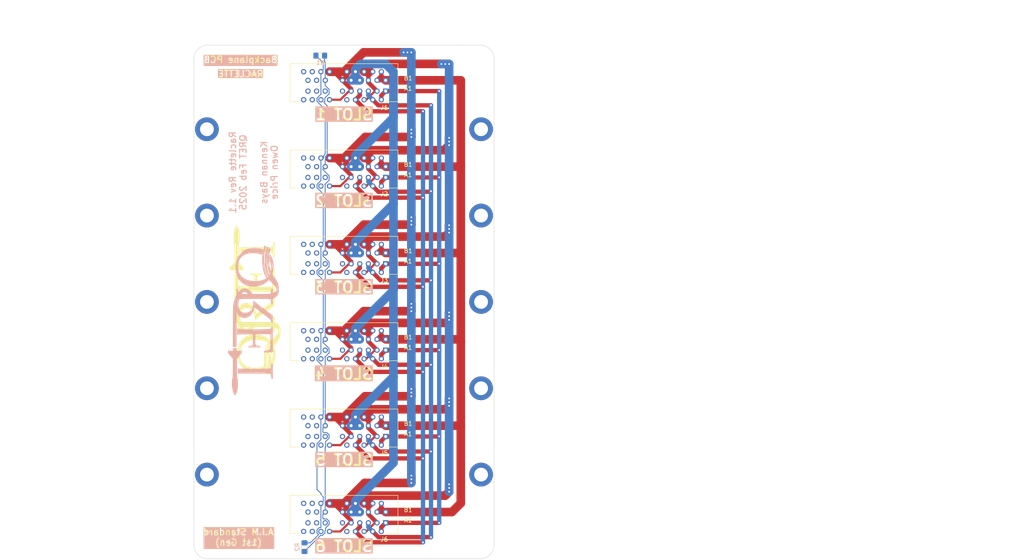
<source format=kicad_pcb>
(kicad_pcb (version 20221018) (generator pcbnew)
  (layers (0 "F.Cu" signal) (31 "B.Cu" signal) (34 "B.Paste" user) (35 "F.Paste" user) (36 "B.SilkS" user "B.Silkscreen") (37 "F.SilkS" user "F.Silkscreen") (38 "B.Mask" user) (39 "F.Mask" user) (44 "Edge.Cuts" user))
  (net 0 "")
  (net 1 "3.3V_A")
  (net 2 "GND1")
  (net 3 "5.0V_A")
  (net 4 "3.3V_B")
  (net 5 "GND2")
  (net 14 "BATT_A")
  (net 15 "BATT_B")
  (net 80 "CAN_L")
  (net 81 "CAN_H")
  (footprint "footprints:AMPHENOL_10018784-10210TLF" (layer "F.Cu") (at 32.75 69.42 180)
    (fp_text reference "J4")
    (fp_text value "Edge Connector (SLOT 4)")
  )
  (footprint "MountingHole:MountingHole_3.2mm_M3_ISO14580_Pad" (layer "F.Cu") (at 3 59.5 180)
    (fp_text reference "H3" hide)
    (fp_text value "MountingHole")
  )
  (footprint "MountingHole:MountingHole_3.2mm_M3_ISO14580_Pad" (layer "F.Cu") (at 66.5 39.5 180)
    (fp_text reference "H6" hide)
    (fp_text value "MountingHole")
  )
  (footprint "MountingHole:MountingHole_3.2mm_M3_ISO14580_Pad" (layer "F.Cu") (at 3 79.5 180)
    (fp_text reference "H4" hide)
    (fp_text value "MountingHole")
  )
  (footprint "MountingHole:MountingHole_3.2mm_M3_ISO14580_Pad" (layer "F.Cu") (at 66.5 79.5 180)
    (fp_text reference "H8" hide)
    (fp_text value "MountingHole")
  )
  (footprint "MountingHole:MountingHole_3.2mm_M3_ISO14580_Pad" (layer "F.Cu") (at 3 39.5 180)
    (fp_text reference "H2" hide)
    (fp_text value "MountingHole")
  )
  (footprint "footprints:AMPHENOL_10018784-10210TLF" (layer "F.Cu") (at 32.75 49.42 180)
    (fp_text reference "J3")
    (fp_text value "Edge Connector (SLOT 3)")
  )
  (footprint "footprints:AMPHENOL_10018784-10210TLF" (layer "F.Cu") (at 32.75 109.42 180)
    (fp_text reference "J6")
    (fp_text value "Edge Connector (SLOT 6)")
  )
  (footprint "MountingHole:MountingHole_3.2mm_M3_ISO14580_Pad" (layer "F.Cu") (at 66.5 59.5 180)
    (fp_text reference "H7" hide)
    (fp_text value "MountingHole")
  )
  (footprint "footprints:AMPHENOL_10018784-10210TLF" (layer "F.Cu") (at 32.75 89.42 180)
    (fp_text reference "J5")
    (fp_text value "Edge Connector (SLOT 5)")
  )
  (footprint "MountingHole:MountingHole_3.2mm_M3_ISO14580_Pad" (layer "F.Cu") (at 66.5 99.5 180)
    (fp_text reference "H10" hide)
    (fp_text value "MountingHole")
  )
  (footprint "MountingHole:MountingHole_3.2mm_M3_ISO14580_Pad" (layer "F.Cu") (at 3 99.5 180)
    (fp_text reference "H9" hide)
    (fp_text value "MountingHole")
  )
  (footprint "MountingHole:MountingHole_3.2mm_M3_ISO14580_Pad" (layer "F.Cu") (at 3 19.5 180)
    (fp_text reference "H1" hide)
    (fp_text value "MountingHole")
  )
  (footprint "footprints:AMPHENOL_10018784-10210TLF" (layer "F.Cu") (at 32.75 9.42 180)
    (fp_text reference "J1")
    (fp_text value "Edge Connector (SLOT 1)")
  )
  (footprint "footprints:AMPHENOL_10018784-10210TLF" (layer "F.Cu") (at 32.75 29.42 180)
    (fp_text reference "J2")
    (fp_text value "Edge Connector (SLOT 2)")
  )
  (footprint "MountingHole:MountingHole_3.2mm_M3_ISO14580_Pad" (layer "F.Cu") (at 66.5 19.5 180)
    (fp_text reference "H5" hide)
    (fp_text value "MountingHole")
  )
  (footprint "Resistor_SMD:R_0805_2012Metric_Pad1.20x1.40mm_HandSolder" (layer "B.Cu") (at 25.6 116.3 -90)
    (fp_text reference "R2")
    (fp_text value "120R")
  )
  (footprint "Resistor_SMD:R_0805_2012Metric_Pad1.20x1.40mm_HandSolder" (layer "B.Cu") (at 29.25 2.45)
    (fp_text reference "R1")
    (fp_text value "120R")
  )
  (gr_poly (pts (xy 9.9705 67.143241) (xy 9.970928 67.143711) (xy 9.971681 67.144071) (xy 9.974113 67.144455) (xy 9.977733 67.144406) (xy 9.982476 67.143948) (xy 9.995031 67.141852) (xy 10.011246 67.138302) (xy 10.030568 67.133429) (xy 10.052454 67.127366) (xy 10.076357 67.120244) (xy 10.101732 67.112196) (xy 10.12943 67.103635) (xy 10.158994 67.095042) (xy 10.189517 67.086648) (xy 10.220092 67.078682) (xy 10.249804 67.071377) (xy 10.277749 67.064969) (xy 10.303015 67.059683) (xy 10.324689 67.055752) (xy 10.43579 67.048983) (xy 10.66847 67.041817) (xy 11.364677 67.028941) (xy 12.846167 67.007773) (xy 13.594235 66.995075) (xy 13.636567 66.993661) (xy 13.653499 67.247661) (xy 13.660509 67.4015) (xy 13.665649 67.608157) (xy 13.670257 68.104912) (xy 13.667192 68.587909) (xy 13.66274 68.777368) (xy 13.656321 68.907129) (xy 13.647062 69.017713) (xy 13.636477 69.123471) (xy 13.624969 69.221952) (xy 13.61293 69.310706) (xy 13.600762 69.387293) (xy 13.594748 69.420256) (xy 13.588854 69.449262) (xy 13.583125 69.473998) (xy 13.577607 69.494164) (xy 13.572359 69.509449) (xy 13.567424 69.51955) (xy 13.564849 69.523084) (xy 13.561908 69.526783) (xy 13.558632 69.530615) (xy 13.555054 69.534545) (xy 13.551202 69.538542) (xy 13.54711 69.542571) (xy 13.542804 69.546601) (xy 13.53832 69.550596) (xy 13.533685 69.554526) (xy 13.528934 69.558359) (xy 13.524096 69.562056) (xy 13.519204 69.56559) (xy 13.514284 69.568925) (xy 13.509371 69.572029) (xy 13.504495 69.574865) (xy 13.499688 69.577408) (xy 13.482866 69.585257) (xy 13.463208 69.59291) (xy 13.440889 69.600335) (xy 13.41608 69.607503) (xy 13.359691 69.620938) (xy 13.295432 69.632969) (xy 13.224687 69.643345) (xy 13.148852 69.651819) (xy 13.06931 69.658147) (xy 12.987455 69.662071) (xy 12.867466 69.666548) (xy 12.819056 69.669067) (xy 12.777639 69.672216) (xy 12.759386 69.67413) (xy 12.742674 69.676321) (xy 12.72744 69.678841) (xy 12.713611 69.681718) (xy 12.701126 69.685004) (xy 12.689906 69.688736) (xy 12.679894 69.692955) (xy 12.671015 69.697704) (xy 12.663203 69.703025) (xy 12.656387 69.708953) (xy 12.650506 69.715537) (xy 12.64548 69.722816) (xy 12.641254 69.730832) (xy 12.637751 69.739623) (xy 12.634905 69.749234) (xy 12.63265 69.759708) (xy 12.630915 69.771075) (xy 12.629633 69.783392) (xy 12.628151 69.811013) (xy 12.627664 69.8429) (xy 12.627622 69.879387) (xy 12.627661 69.901471) (xy 12.627797 69.921274) (xy 12.628058 69.938957) (xy 12.628482 69.954682) (xy 12.629095 69.968612) (xy 12.629929 69.980911) (xy 12.630439 69.986499) (xy 12.631017 69.991741) (xy 12.631662 69.99666) (xy 12.632383 70.00127) (xy 12.633186 70.005595) (xy 12.634069 70.009656) (xy 12.635037 70.013472) (xy 12.636097 70.017066) (xy 12.63725 70.020452) (xy 12.638504 70.023659) (xy 12.639856 70.026704) (xy 12.641314 70.029601) (xy 12.642882 70.032381) (xy 12.644563 70.035057) (xy 12.646366 70.037654) (xy 12.648285 70.040187) (xy 12.650329 70.042683) (xy 12.652506 70.045158) (xy 12.657255 70.050131) (xy 12.667269 70.059481) (xy 12.672247 70.063261) (xy 12.677563 70.066467) (xy 12.683481 70.06912) (xy 12.69027 70.07124) (xy 12.698196 70.07284) (xy 12.707526 70.073942) (xy 12.718527 70.074564) (xy 12.731463 70.074727) (xy 12.764213 70.073746) (xy 12.807911 70.071138) (xy 12.86469 70.067064) (xy 12.942762 70.063162) (xy 13.022556 70.060185) (xy 13.094679 70.05853) (xy 13.124925 70.058324) (xy 13.149734 70.058598) (xy 13.220377 70.057671) (xy 13.334944 70.053306) (xy 13.477552 70.046294) (xy 13.632335 70.03743) (xy 13.73951 70.031341) (xy 13.830395 70.026825) (xy 13.908286 70.023861) (xy 13.976468 70.022437) (xy 14.038234 70.022533) (xy 14.096876 70.024134) (xy 14.155681 70.027225) (xy 14.217944 70.031786) (xy 14.268756 70.035349) (xy 14.333655 70.0386) (xy 14.494875 70.043955) (xy 14.679906 70.047463) (xy 14.867055 70.048718) (xy 15.042697 70.04882) (xy 15.112728 70.048468) (xy 15.172054 70.047418) (xy 15.197968 70.046533) (xy 15.221529 70.045353) (xy 15.242846 70.043837) (xy 15.262022 70.041949) (xy 15.279165 70.039643) (xy 15.294387 70.036885) (xy 15.307794 70.033631) (xy 15.319493 70.029846) (xy 15.329591 70.025484) (xy 15.338198 70.020507) (xy 15.34542 70.014874) (xy 15.351366 70.00855) (xy 15.356143 70.001488) (xy 15.35986 69.993652) (xy 15.362622 69.985002) (xy 15.364539 69.975495) (xy 15.365716 69.965094) (xy 15.366266 69.953757) (xy 15.366291 69.941447) (xy 15.365903 69.92812) (xy 15.362356 69.863862) (xy 15.361513 69.847952) (xy 15.360567 69.833013) (xy 15.35952 69.819032) (xy 15.358365 69.805986) (xy 15.357103 69.793857) (xy 15.355733 69.782628) (xy 15.35425 69.77228) (xy 15.352653 69.762793) (xy 15.350944 69.75415) (xy 15.349112 69.746332) (xy 15.347165 69.73932) (xy 15.345092 69.733092) (xy 15.342898 69.727636) (xy 15.340575 69.72293) (xy 15.339367 69.720856) (xy 15.338125 69.718958) (xy 15.336851 69.717239) (xy 15.335544 69.715695) (xy 15.330684 69.711822) (xy 15.324428 69.708109) (xy 15.316575 69.704525) (xy 15.306927 69.701035) (xy 15.281421 69.694191) (xy 15.246292 69.687299) (xy 15.199917 69.680074) (xy 15.140678 69.672237) (xy 14.977122 69.653606) (xy 14.881565 69.642274) (xy 14.785499 69.628823) (xy 14.692241 69.613918) (xy 14.605118 69.598222) (xy 14.527455 69.582393) (xy 14.462574 69.567088) (xy 14.435964 69.559842) (xy 14.413799 69.552978) (xy 14.39649 69.546576) (xy 14.384457 69.540719) (xy 14.372129 69.53235) (xy 14.360522 69.523059) (xy 14.349593 69.512739) (xy 14.339299 69.501293) (xy 14.329602 69.488628) (xy 14.32046 69.474638) (xy 14.311828 69.459226) (xy 14.303671 69.442294) (xy 14.295941 69.423739) (xy 14.288599 69.403468) (xy 14.281606 69.381374) (xy 14.274918 69.357363) (xy 14.268495 69.331337) (xy 14.262295 69.303188) (xy 14.256277 69.272829) (xy 14.2504 69.240152) (xy 14.233227 69.129131) (xy 14.219642 69.013977) (xy 14.209399 68.888174) (xy 14.202248 68.745205) (xy 14.197938 68.578555) (xy 14.196226 68.381713) (xy 14.199601 67.871376) (xy 14.203436 67.574468) (xy 14.208068 67.321745) (xy 14.212698 67.139932) (xy 14.214763 67.083967) (xy 14.216535 67.055752) (xy 14.224999 66.989432) (xy 14.445132 66.978142) (xy 15.012575 66.970072) (xy 16.010763 66.968615) (xy 16.99942 66.97298) (xy 17.53829 66.982374) (xy 17.700565 66.993663) (xy 17.699156 68.242497) (xy 17.698455 68.75947) (xy 17.695674 69.167832) (xy 17.693179 69.336946) (xy 17.68978 69.485707) (xy 17.685347 69.616374) (xy 17.679752 69.731218) (xy 17.672868 69.832502) (xy 17.664567 69.922488) (xy 17.654719 70.003448) (xy 17.643196 70.077646) (xy 17.629872 70.147344) (xy 17.614615 70.214809) (xy 17.597301 70.282309) (xy 17.5778 70.352107) (xy 17.567935 70.385176) (xy 17.558348 70.415188) (xy 17.548883 70.442332) (xy 17.539392 70.46678) (xy 17.529715 70.488728) (xy 17.524763 70.498818) (xy 17.519709 70.508351) (xy 17.514529 70.517351) (xy 17.509213 70.525836) (xy 17.503731 70.53384) (xy 17.498074 70.54137) (xy 17.492215 70.548464) (xy 17.486141 70.555136) (xy 17.47983 70.561411) (xy 17.473264 70.567316) (xy 17.46642 70.572868) (xy 17.459284 70.578091) (xy 17.451835 70.583011) (xy 17.444055 70.587651) (xy 17.435919 70.592032) (xy 17.427415 70.596179) (xy 17.418525 70.600113) (xy 17.409222 70.603854) (xy 17.389316 70.610867) (xy 17.367545 70.617394) (xy 17.196645 70.664096) (xy 16.974023 70.721113) (xy 16.741078 70.778131) (xy 16.539223 70.824828) (xy 16.493921 70.835018) (xy 16.453098 70.844483) (xy 16.416505 70.853334) (xy 16.383889 70.861672) (xy 16.355005 70.869608) (xy 16.341883 70.873455) (xy 16.329597 70.877243) (xy 16.318119 70.880978) (xy 16.307422 70.884684) (xy 16.297464 70.88836) (xy 16.288223 70.892034) (xy 16.27966 70.895709) (xy 16.271752 70.8994) (xy 16.264459 70.903125) (xy 16.257758 70.90689) (xy 16.251613 70.910714) (xy 16.245992 70.914607) (xy 16.24087 70.918586) (xy 16.236211 70.922658) (xy 16.231979 70.926841) (xy 16.228151 70.931147) (xy 16.224693 70.935588) (xy 16.221572 70.940181) (xy 16.218756 70.944933) (xy 16.216219 70.949859) (xy 16.213924 70.954977) (xy 16.211846 70.960297) (xy 16.20862 70.970498) (xy 16.205829 70.982909) (xy 16.203469 70.997227) (xy 16.201549 71.013146) (xy 16.200064 71.030364) (xy 16.199021 71.048578) (xy 16.198421 71.067478) (xy 16.198262 71.086768) (xy 16.198553 71.106137) (xy 16.199292 71.125288) (xy 16.20048 71.143914) (xy 16.20212 71.16171) (xy 16.204217 71.178372) (xy 16.206772 71.193601) (xy 16.209781 71.207086) (xy 16.213256 71.218527) (xy 16.217119 71.228769) (xy 16.22141 71.23782) (xy 16.226295 71.245705) (xy 16.231931 71.252461) (xy 16.238487 71.258117) (xy 16.242158 71.260545) (xy 16.246122 71.262708) (xy 16.255002 71.266256) (xy 16.26529 71.268801) (xy 16.27715 71.270369) (xy 16.290742 71.270992) (xy 16.306235 71.270699) (xy 16.323785 71.269527) (xy 16.343561 71.267503) (xy 16.365724 71.264657) (xy 16.417869 71.256629) (xy 16.54039 71.237536) (xy 16.595146 71.230188) (xy 16.654053 71.223469) (xy 16.809781 71.209401) (xy 17.058511 71.190309) (xy 17.239487 71.178622) (xy 17.445862 71.167729) (xy 17.652237 71.158956) (xy 17.833212 71.15362) (xy 17.993481 71.150573) (xy 18.057286 71.148871) (xy 18.111265 71.146454) (xy 18.156207 71.142869) (xy 18.175536 71.140497) (xy 18.192903 71.137668) (xy 18.208407 71.134324) (xy 18.222146 71.130406) (xy 18.234221 71.125861) (xy 18.244729 71.120635) (xy 18.253765 71.114666) (xy 18.261438 71.1079) (xy 18.267838 71.100286) (xy 18.273069 71.091758) (xy 18.277226 71.082269) (xy 18.280413 71.07176) (xy 18.282722 71.060172) (xy 18.284259 71.047455) (xy 18.285122 71.033547) (xy 18.285403 71.018396) (xy 18.284638 70.984135) (xy 18.280533 70.898208) (xy 18.255309 69.216339) (xy 18.239612 66.930163) (xy 18.239518 66.56871) (xy 18.24045 66.270823) (xy 18.24264 66.028761) (xy 18.246313 65.834787) (xy 18.25171 65.681165) (xy 18.259057 65.560151) (xy 18.263535 65.509453) (xy 18.268588 65.464008) (xy 18.274245 65.422843) (xy 18.280533 65.384997) (xy 18.28187 65.373952) (xy 18.281951 65.36332) (xy 18.280837 65.353116) (xy 18.278587 65.343352) (xy 18.275255 65.334046) (xy 18.270905 65.325213) (xy 18.265598 65.316861) (xy 18.259391 65.309017) (xy 18.25234 65.301687) (xy 18.244505 65.294889) (xy 18.23595 65.28864) (xy 18.226731 65.282949) (xy 18.216907 65.277838) (xy 18.206538 65.273317) (xy 18.195683 65.269402) (xy 18.184399 65.266109) (xy 18.17275 65.263456) (xy 18.160792 65.261451) (xy 18.148582 65.260114) (xy 18.136186 65.25946) (xy 18.123652 65.259498) (xy 18.11105 65.26025) (xy 18.098435 65.261731) (xy 18.085864 65.26395) (xy 18.0734 65.266927) (xy 18.061102 65.270676) (xy 18.049027 65.275211) (xy 18.037237 65.280548) (xy 18.025786 65.286701) (xy 18.014735 65.293685) (xy 18.004146 65.301516) (xy 17.994078 65.310208) (xy 17.9901 65.31403) (xy 17.985608 65.319086) (xy 17.980648 65.325284) (xy 17.97527 65.332542) (xy 17.963443 65.34987) (xy 17.950509 65.370354) (xy 17.936847 65.393291) (xy 17.922837 65.417958) (xy 17.908863 65.443653) (xy 17.8953 65.469662) (xy 17.847692 65.561236) (xy 17.826152 65.59854) (xy 17.804945 65.630748) (xy 17.783194 65.658279) (xy 17.771837 65.670418) (xy 17.760016 65.681544) (xy 17.747616 65.691709) (xy 17.734532 65.700966) (xy 17.72065 65.709366) (xy 17.705857 65.71696) (xy 17.690053 65.723802) (xy 17.673118 65.729944) (xy 17.635431 65.740338) (xy 17.591911 65.748554) (xy 17.541685 65.755016) (xy 17.483868 65.760137) (xy 17.417577 65.764336) (xy 17.256067 65.771642) (xy 16.960616 65.784516) (xy 16.755123 65.794217) (xy 16.496006 65.803743) (xy 16.070733 65.815385) (xy 15.583017 65.829143) (xy 15.354176 65.837214) (xy 15.174678 65.845018) (xy 14.483344 65.852713) (xy 13.282555 65.851545) (xy 12.015354 65.843232) (xy 11.124788 65.829497) (xy 10.967802 65.824384) (xy 10.83648 65.817965) (xy 10.77842 65.81398) (xy 10.724341 65.809329) (xy 10.673439 65.803895) (xy 10.624902 65.797569) (xy 10.57792 65.790234) (xy 10.531682 65.781773) (xy 10.485377 65.772079) (xy 10.438194 65.761035) (xy 10.389329 65.748526) (xy 10.337962 65.73444) (xy 10.224501 65.701085) (xy 10.167603 65.684606) (xy 10.119373 65.67112) (xy 10.098363 65.665485) (xy 10.079342 65.660578) (xy 10.062257 65.656398) (xy 10.047051 65.652931) (xy 10.033666 65.650176) (xy 10.02204 65.648127) (xy 10.012116 65.646774) (xy 10.003838 65.646117) (xy 10.000298 65.646045) (xy 9.997147 65.646145) (xy 9.994379 65.646415) (xy 9.991988 65.646853) (xy 9.989961 65.64746) (xy 9.988298 65.648238) (xy 9.986986 65.649179) (xy 9.986021 65.650286) (xy 9.976146 66.393941) (xy 9.971208 66.919934) (xy 9.970191 67.081727)) (fill solid) (layer "B.SilkS"))
  (gr_poly (pts (xy 10.130824 75.881088) (xy 10.130947 75.904137) (xy 10.131141 75.925225) (xy 10.131418 75.944453) (xy 10.131781 75.96192) (xy 10.132231 75.977724) (xy 10.132777 75.991967) (xy 10.133423 76.004745) (xy 10.134173 76.01616) (xy 10.135031 76.026308) (xy 10.136003 76.035292) (xy 10.137091 76.043209) (xy 10.138303 76.050159) (xy 10.13964 76.05624) (xy 10.14036 76.058985) (xy 10.141112 76.061554) (xy 10.141896 76.063951) (xy 10.14272 76.066195) (xy 10.143573 76.068296) (xy 10.144467 76.070267) (xy 10.145396 76.072122) (xy 10.146362 76.073866) (xy 10.148404 76.077096) (xy 10.150604 76.080051) (xy 10.152962 76.082833) (xy 10.155486 76.085545) (xy 10.158178 76.088273) (xy 10.169368 76.098039) (xy 10.176371 76.101957) (xy 10.185519 76.105275) (xy 10.197706 76.108022) (xy 10.213839 76.110227) (xy 10.261544 76.113144) (xy 10.335835 76.114277) (xy 10.443926 76.113874) (xy 10.790359 76.109443) (xy 14.408621 76.093567) (xy 17.206677 76.100975) (xy 17.278864 76.105705) (xy 17.344829 76.110976) (xy 17.404899 76.116897) (xy 17.459399 76.123575) (xy 17.484665 76.127232) (xy 17.508657 76.131121) (xy 17.531424 76.135253) (xy 17.553001 76.139645) (xy 17.573432 76.144309) (xy 17.592757 76.149257) (xy 17.611013 76.154503) (xy 17.628248 76.160065) (xy 17.644497 76.165952) (xy 17.659803 76.172181) (xy 17.674209 76.178762) (xy 17.687752 76.185713) (xy 17.700474 76.19304) (xy 17.712416 76.200767) (xy 17.72362 76.2089) (xy 17.734125 76.217458) (xy 17.743973 76.22645) (xy 17.753206 76.235893) (xy 17.76186 76.245799) (xy 17.769982 76.256181) (xy 17.777609 76.267057) (xy 17.784782 76.278435) (xy 17.791543 76.290332) (xy 17.797934 76.30276) (xy 17.809821 76.329501) (xy 17.82112 76.359842) (xy 17.831813 76.393579) (xy 17.841876 76.430512) (xy 17.851286 76.47044) (xy 17.860022 76.513158) (xy 17.875368 76.60615) (xy 17.887741 76.707879) (xy 17.896954 76.816715) (xy 17.902828 76.931045) (xy 17.905178 77.049241) (xy 17.905231 77.070136) (xy 17.905412 77.089001) (xy 17.905744 77.105981) (xy 17.906257 77.121231) (xy 17.906977 77.134903) (xy 17.907931 77.147146) (xy 17.909145 77.158111) (xy 17.910646 77.167951) (xy 17.911513 77.172497) (xy 17.91246 77.176817) (xy 17.913495 77.180927) (xy 17.914619 77.184854) (xy 17.915832 77.18861) (xy 17.917142 77.192222) (xy 17.918552 77.195697) (xy 17.92006 77.199062) (xy 17.921678 77.202334) (xy 17.923403 77.205532) (xy 17.925238 77.208675) (xy 17.927192 77.21178) (xy 17.931456 77.217962) (xy 17.936222 77.224219) (xy 17.946349 77.236782) (xy 17.951049 77.241847) (xy 17.955845 77.246157) (xy 17.960992 77.249766) (xy 17.966734 77.25272) (xy 17.973328 77.255064) (xy 17.981025 77.256851) (xy 17.99008 77.258122) (xy 18.000742 77.258933) (xy 18.013264 77.259321) (xy 18.027901 77.25934) (xy 18.064518 77.258464) (xy 18.112613 77.256673) (xy 18.135226 77.255876) (xy 18.155554 77.255041) (xy 18.173752 77.254133) (xy 18.18998 77.253124) (xy 18.204397 77.251973) (xy 18.217163 77.250647) (xy 18.222976 77.249906) (xy 18.228437 77.249107) (xy 18.233564 77.248251) (xy 18.238377 77.247326) (xy 18.242897 77.246328) (xy 18.247144 77.245259) (xy 18.251136 77.24411) (xy 18.254893 77.242878) (xy 18.258437 77.241558) (xy 18.26179 77.240146) (xy 18.264964 77.238637) (xy 18.267987 77.237026) (xy 18.270876 77.235311) (xy 18.273649 77.233486) (xy 18.276326 77.231548) (xy 18.278935 77.229488) (xy 18.281483 77.227308) (xy 18.283997 77.225) (xy 18.289 77.219981) (xy 18.294228 77.214686) (xy 18.298809 77.209812) (xy 18.302757 77.205224) (xy 18.306087 77.200783) (xy 18.308815 77.196346) (xy 18.310952 77.191781) (xy 18.312515 77.186948) (xy 18.313518 77.181708) (xy 18.313976 77.175923) (xy 18.313902 77.169452) (xy 18.313311 77.16216) (xy 18.312218 77.153905) (xy 18.310637 77.144551) (xy 18.308582 77.133961) (xy 18.303111 77.108509) (xy 18.291969 76.997511) (xy 18.281174 76.787527) (xy 18.263071 76.179996) (xy 18.253699 75.504735) (xy 18.253819 75.210082) (xy 18.257956 74.980552) (xy 18.268539 74.577329) (xy 18.272639 74.373335) (xy 18.274889 74.20162) (xy 18.276856 74.060695) (xy 18.277263 74.004509) (xy 18.276875 73.956881) (xy 18.275375 73.917089) (xy 18.274113 73.899909) (xy 18.27246 73.884417) (xy 18.270373 73.870527) (xy 18.267815 73.858145) (xy 18.264745 73.847186) (xy 18.261132 73.837553) (xy 18.256929 73.829162) (xy 18.252102 73.821921) (xy 18.246606 73.815742) (xy 18.24041 73.810532) (xy 18.233472 73.806205) (xy 18.225752 73.802665) (xy 18.217216 73.799829) (xy 18.207818 73.797601) (xy 18.197523 73.795895) (xy 18.186292 73.794621) (xy 18.160872 73.793003) (xy 18.09709 73.790988) (xy 18.075794 73.790031) (xy 18.056781 73.789296) (xy 18.039872 73.788806) (xy 18.024902 73.788582) (xy 18.011701 73.788648) (xy 18.005713 73.788795) (xy 18.000103 73.789026) (xy 17.99485 73.789339) (xy 17.989933 73.789738) (xy 17.985331 73.790228) (xy 17.981024 73.790808) (xy 17.976992 73.791483) (xy 17.973208 73.792258) (xy 17.969655 73.793134) (xy 17.966313 73.794113) (xy 17.963157 73.795198) (xy 17.960172 73.796391) (xy 17.957329 73.797699) (xy 17.954611 73.79912) (xy 17.951996 73.800661) (xy 17.949465 73.802319) (xy 17.946994 73.804103) (xy 17.944561 73.806014) (xy 17.94215 73.808052) (xy 17.939734 73.810224) (xy 17.934812 73.814973) (xy 17.930523 73.819471) (xy 17.926652 73.824031) (xy 17.923168 73.828749) (xy 17.920061 73.833716) (xy 17.917308 73.839031) (xy 17.914893 73.844788) (xy 17.912795 73.851087) (xy 17.910999 73.858013) (xy 17.909483 73.865666) (xy 17.908227 73.874148) (xy 17.907218 73.883541) (xy 17.906435 73.893951) (xy 17.905857 73.90547) (xy 17.905467 73.918188) (xy 17.905177 73.947618) (xy 17.904038 74.011233) (xy 17.900834 74.085334) (xy 17.895878 74.166245) (xy 17.88948 74.250301) (xy 17.881959 74.333825) (xy 17.873627 74.413151) (xy 17.864797 74.484606) (xy 17.855789 74.544517) (xy 17.848155 74.583161) (xy 17.839482 74.619254) (xy 17.829697 74.652887) (xy 17.818727 74.684151) (xy 17.812771 74.698926) (xy 17.806487 74.713143) (xy 17.799871 74.726815) (xy 17.792908 74.739955) (xy 17.785592 74.752574) (xy 17.777914 74.764677) (xy 17.769858 74.776285) (xy 17.761421 74.787407) (xy 17.752591 74.798051) (xy 17.743359 74.808234) (xy 17.733714 74.817962) (xy 17.723651 74.82725) (xy 17.713154 74.836109) (xy 17.702216 74.844553) (xy 17.690829 74.852591) (xy 17.678981 74.860233) (xy 17.666666 74.867494) (xy 17.653872 74.874383) (xy 17.640586 74.880912) (xy 17.626806 74.887096) (xy 17.597713 74.898465) (xy 17.566511 74.908585) (xy 17.507264 74.919732) (xy 17.411884 74.929773) (xy 17.284853 74.938526) (xy 17.130653 74.945803) (xy 16.953768 74.95143) (xy 16.758672 74.955218) (xy 16.331788 74.956563) (xy 16.088835 74.956211) (xy 15.77246 74.959032) (xy 15.423541 74.964501) (xy 15.082955 74.972087) (xy 14.670028 74.981676) (xy 14.34812 74.985313) (xy 14.063779 74.983396) (xy 13.763565 74.976321) (xy 13.501409 74.969504) (xy 13.183953 74.964149) (xy 12.851153 74.960642) (xy 12.542957 74.959385) (xy 11.813411 74.954623) (xy 11.020366 74.942451) (xy 10.746083 74.936917) (xy 10.634753 74.934789) (xy 10.539001 74.933105) (xy 10.496584 74.932433) (xy 10.457603 74.931882) (xy 10.421905 74.93145) (xy 10.389337 74.93114) (xy 10.359742 74.930957) (xy 10.332976 74.930895) (xy 10.308876 74.930965) (xy 10.287296 74.931163) (xy 10.268078 74.931495) (xy 10.251075 74.931962) (xy 10.236129 74.932561) (xy 10.223088 74.933302) (xy 10.217233 74.933724) (xy 10.211801 74.934183) (xy 10.206768 74.934676) (xy 10.202116 74.935206) (xy 10.197824 74.935771) (xy 10.193877 74.936374) (xy 10.190249 74.937013) (xy 10.18693 74.93769) (xy 10.183895 74.938401) (xy 10.181125 74.939153) (xy 10.178601 74.939941) (xy 10.176308 74.940768) (xy 10.174222 74.941634) (xy 10.172327 74.942535) (xy 10.170598 74.943478) (xy 10.169025 74.944458) (xy 10.167584 74.945477) (xy 10.166257 74.946539) (xy 10.16502 74.947637) (xy 10.163861 74.948779) (xy 10.161691 74.951178) (xy 10.159588 74.953739) (xy 10.156078 74.959134) (xy 10.152939 74.966136) (xy 10.147661 74.987014) (xy 10.14354 75.020491) (xy 10.140362 75.070687) (xy 10.137913 75.141719) (xy 10.135975 75.237706) (xy 10.132778 75.521009) (xy 10.131438 75.696096) (xy 10.131011 75.76732) (xy 10.130792 75.828719)) (fill solid) (layer "B.SilkS"))
  (gr_poly (pts (xy 7.900593 71.118623) (xy 7.901151 71.183052) (xy 7.902037 71.242423) (xy 7.903223 71.295257) (xy 7.90467 71.340092) (xy 7.906354 71.375449) (xy 7.908233 71.399861) (xy 7.909235 71.407499) (xy 7.910278 71.411852) (xy 7.922351 71.428626) (xy 7.953955 71.467744) (xy 8.067088 71.602881) (xy 8.232342 71.797021) (xy 8.432389 72.029918) (xy 8.634771 72.265309) (xy 8.804745 72.466304) (xy 8.87208 72.54729) (xy 8.924712 72.611737) (xy 8.960444 72.657003) (xy 8.971285 72.671616) (xy 8.977077 72.680441) (xy 9.008123 72.736884) (xy 9.003889 74.634831) (xy 9.001639 75.409529) (xy 8.997539 76.035006) (xy 8.992378 76.465217) (xy 8.989653 76.592716) (xy 8.986954 76.654131) (xy 8.974278 76.734034) (xy 8.951148 76.860505) (xy 8.920876 77.01608) (xy 8.886766 77.183296) (xy 8.800689 77.591106) (xy 8.786577 78.169663) (xy 8.78058 78.480835) (xy 8.779535 78.596181) (xy 8.779874 78.692657) (xy 8.781672 78.776235) (xy 8.78499 78.852883) (xy 8.789895 78.928574) (xy 8.796456 79.009274) (xy 8.820563 79.23375) (xy 8.853057 79.461799) (xy 8.892921 79.688923) (xy 8.939156 79.910623) (xy 8.990747 80.122397) (xy 9.046685 80.319755) (xy 9.075971 80.41162) (xy 9.105967 80.498194) (xy 9.136543 80.578914) (xy 9.167579 80.653219) (xy 9.187515 80.697596) (xy 9.208541 80.741596) (xy 9.230424 80.784878) (xy 9.252929 80.827094) (xy 9.275821 80.867908) (xy 9.298868 80.906971) (xy 9.321839 80.943941) (xy 9.344497 80.97848) (xy 9.366606 81.01024) (xy 9.387938 81.038876) (xy 9.40826 81.064049) (xy 9.427331 81.085416) (xy 9.436328 81.094563) (xy 9.444926 81.10263) (xy 9.453094 81.109577) (xy 9.460805 81.115353) (xy 9.468029 81.11992) (xy 9.474736 81.123236) (xy 9.480901 81.125258) (xy 9.486489 81.125942) (xy 9.494947 81.125666) (xy 9.502957 81.124743) (xy 9.510665 81.123009) (xy 9.518216 81.120318) (xy 9.525762 81.11651) (xy 9.533445 81.11143) (xy 9.541413 81.104923) (xy 9.549812 81.096837) (xy 9.558792 81.087011) (xy 9.568495 81.075298) (xy 9.579073 81.061536) (xy 9.590668 81.045574) (xy 9.617508 81.006423) (xy 9.650178 80.956607) (xy 9.690704 80.892814) (xy 9.729251 80.828309) (xy 9.765886 80.762918) (xy 9.800682 80.696458) (xy 9.833709 80.628747) (xy 9.865038 80.559608) (xy 9.894735 80.488862) (xy 9.922875 80.416327) (xy 9.949526 80.341827) (xy 9.97476 80.265178) (xy 9.998647 80.1862) (xy 10.021257 80.104714) (xy 10.042657 80.020543) (xy 10.062921 79.933506) (xy 10.100321 79.750109) (xy 10.127667 79.596531) (xy 10.148698 79.455471) (xy 10.163971 79.315904) (xy 10.174052 79.166792) (xy 10.179505 78.997106) (xy 10.180888 78.79582) (xy 10.178766 78.551908) (xy 10.173699 78.25433) (xy 10.161 77.548772) (xy 10.074921 77.16354) (xy 10.040834 77.005607) (xy 10.010719 76.859975) (xy 9.988007 76.742656) (xy 9.980504 76.699614) (xy 9.976144 76.669652) (xy 9.970103 76.486979) (xy 9.964856 76.063405) (xy 9.957801 74.655997) (xy 9.953567 72.750996) (xy 9.990258 72.673384) (xy 10.006289 72.646636) (xy 10.035456 72.605431) (xy 10.077914 72.54961) (xy 10.133836 72.479004) (xy 10.286722 72.292782) (xy 10.495432 72.04544) (xy 10.681259 71.827094) (xy 10.840098 71.63851) (xy 10.955015 71.499937) (xy 10.990712 71.455724) (xy 11.009079 71.431607) (xy 11.054233 71.368106) (xy 11.061288 71.071775) (xy 11.062458 71.016953) (xy 11.06329 70.967658) (xy 11.06375 70.923592) (xy 11.063802 70.884451) (xy 11.063407 70.849939) (xy 11.063031 70.834326) (xy 11.062531 70.81976) (xy 11.061897 70.806201) (xy 11.061131 70.793615) (xy 11.060223 70.781964) (xy 11.059173 70.771209) (xy 11.057973 70.761314) (xy 11.056619 70.752242) (xy 11.05511 70.743955) (xy 11.053435 70.736415) (xy 11.051593 70.72959) (xy 11.049581 70.723435) (xy 11.047387 70.717919) (xy 11.045019 70.712999) (xy 11.042459 70.708646) (xy 11.03971 70.704814) (xy 11.036767 70.701472) (xy 11.033623 70.69858) (xy 11.030274 70.696102) (xy 11.026719 70.693999) (xy 11.022946 70.692237) (xy 11.018956 70.690776) (xy 11.004534 70.691561) (xy 10.973161 70.696794) (xy 10.867438 70.718818) (xy 10.717529 70.753281) (xy 10.539179 70.796608) (xy 10.447372 70.819154) (xy 10.360607 70.839933) (xy 10.280888 70.858495) (xy 10.210213 70.874397) (xy 10.150584 70.887186) (xy 10.104005 70.896421) (xy 10.072473 70.901655) (xy 10.062973 70.902631) (xy 10.057987 70.90244) (xy 10.049427 70.898653) (xy 10.041162 70.892987) (xy 10.033125 70.885243) (xy 10.025246 70.875234) (xy 10.017458 70.862756) (xy 10.009693 70.847623) (xy 10.001885 70.829635) (xy 9.993961 70.808603) (xy 9.985854 70.784328) (xy 9.977497 70.756616) (xy 9.959762 70.690112) (xy 9.940208 70.607535) (xy 9.918289 70.50733) (xy 9.905573 70.449998) (xy 9.893022 70.395278) (xy 9.880933 70.344462) (xy 9.869605 70.298837) (xy 9.859337 70.259695) (xy 9.850423 70.228326) (xy 9.846568 70.215957) (xy 9.843163 70.20602) (xy 9.840247 70.198666) (xy 9.837855 70.194064) (xy 9.831023 70.183351) (xy 9.826887 70.179015) (xy 9.821582 70.1753) (xy 9.814613 70.172155) (xy 9.805462 70.169532) (xy 9.793623 70.167384) (xy 9.778588 70.165664) (xy 9.736902 70.163318) (xy 9.676326 70.162114) (xy 9.482257 70.161606) (xy 9.387801 70.161822) (xy 9.347549 70.162109) (xy 9.311622 70.162533) (xy 9.279769 70.163105) (xy 9.251745 70.163839) (xy 9.227306 70.164749) (xy 9.206206 70.165841) (xy 9.188198 70.167133) (xy 9.173038 70.168634) (xy 9.160477 70.170362) (xy 9.155096 70.171312) (xy 9.150268 70.172323) (xy 9.145974 70.173397) (xy 9.142172 70.174531) (xy 9.138836 70.175733) (xy 9.135936 70.177002) (xy 9.133437 70.178338) (xy 9.131315 70.179746) (xy 9.129535 70.181224) (xy 9.128067 70.182774) (xy 9.123628 70.192879) (xy 9.116886 70.213862) (xy 9.108198 70.244438) (xy 9.097906 70.283315) (xy 9.073894 70.380813) (xy 9.047634 70.496042) (xy 9.035986 70.549743) (xy 9.025287 70.597844) (xy 9.015398 70.640687) (xy 9.006184 70.678627) (xy 8.997492 70.712009) (xy 8.993303 70.727102) (xy 8.989194 70.741185) (xy 8.985147 70.754305) (xy 8.981141 70.766507) (xy 8.977165 70.777829) (xy 8.973198 70.788316) (xy 8.969222 70.798017) (xy 8.965219 70.806972) (xy 8.961176 70.81522) (xy 8.95707 70.822814) (xy 8.952885 70.829795) (xy 8.948603 70.836201) (xy 8.944211 70.84208) (xy 8.939681 70.847474) (xy 8.935009 70.852429) (xy 8.930169 70.856987) (xy 8.925144 70.861193) (xy 8.919915 70.865089) (xy 8.914471 70.868717) (xy 8.908789 70.872126) (xy 8.902853 70.875357) (xy 8.896645 70.878455) (xy 8.882203 70.883487) (xy 8.873303 70.884882) (xy 8.862601 70.885399) (xy 8.833739 70.883437) (xy 8.791517 70.876864) (xy 8.731831 70.864934) (xy 8.650581 70.8469) (xy 8.406989 70.789551) (xy 8.285263 70.760781) (xy 8.185401 70.737715) (xy 8.105315 70.719977) (xy 8.072037 70.712982) (xy 8.042922 70.707179) (xy 8.017713 70.702516) (xy 7.996141 70.698947) (xy 7.977953 70.696421) (xy 7.962887 70.694897) (xy 7.95068 70.694324) (xy 7.941075 70.694652) (xy 7.937167 70.695141) (xy 7.933809 70.695837) (xy 7.930973 70.696736) (xy 7.928624 70.697831) (xy 7.923887 70.700568) (xy 7.919712 70.703787) (xy 7.916061 70.707935) (xy 7.9129 70.713463) (xy 7.910196 70.720815) (xy 7.907912 70.730449) (xy 7.906009 70.742802) (xy 7.904458 70.75833) (xy 7.902261 70.8007) (xy 7.901039 70.861143) (xy 7.900398 71.050606)) (fill solid) (layer "B.SilkS"))
  (gr_poly (pts (xy 9.006335 68.636886) (xy 9.007481 69.067313) (xy 9.008995 69.389826) (xy 9.009966 69.515456) (xy 9.01112 69.61992) (xy 9.01249 69.705146) (xy 9.014107 69.773081) (xy 9.015999 69.825658) (xy 9.018198 69.864812) (xy 9.020737 69.892482) (xy 9.022143 69.902617) (xy 9.023647 69.910604) (xy 9.02525 69.91669) (xy 9.026959 69.921115) (xy 9.028772 69.924123) (xy 9.0307 69.925955) (xy 9.034829 69.928234) (xy 9.041451 69.930324) (xy 9.062472 69.933934) (xy 9.094373 69.936819) (xy 9.137766 69.939004) (xy 9.193268 69.940532) (xy 9.261483 69.941431) (xy 9.438511 69.941474) (xy 9.505877 69.941204) (xy 9.56497 69.940889) (xy 9.616365 69.940486) (xy 9.660651 69.939953) (xy 9.680312 69.939625) (xy 9.698416 69.939248) (xy 9.715032 69.938818) (xy 9.73024 69.938325) (xy 9.744106 69.937769) (xy 9.756711 69.93714) (xy 9.768119 69.936439) (xy 9.778413 69.935655) (xy 9.787657 69.934785) (xy 9.795931 69.933821) (xy 9.803302 69.932758) (xy 9.80985 69.931594) (xy 9.812835 69.930973) (xy 9.815643 69.93032) (xy 9.81828 69.929644) (xy 9.820756 69.928937) (xy 9.823081 69.928195) (xy 9.825264 69.92743) (xy 9.827312 69.926628) (xy 9.829234 69.925799) (xy 9.831044 69.924935) (xy 9.832744 69.924037) (xy 9.834351 69.923106) (xy 9.83587 69.92214) (xy 9.837307 69.921142) (xy 9.838678 69.920102) (xy 9.841241 69.917918) (xy 9.843641 69.915581) (xy 9.845944 69.913089) (xy 9.848224 69.910434) (xy 9.850556 69.907607) (xy 9.858536 69.88299) (xy 9.864645 69.803008) (xy 9.872254 69.306827) (xy 9.875956 65.778696) (xy 9.879483 62.883979) (xy 9.883098 62.001439) (xy 9.887245 61.675184) (xy 9.887972 61.675056) (xy 9.888828 61.67545) (xy 9.890903 61.677764) (xy 9.893446 61.682021) (xy 9.896417 61.688128) (xy 9.903516 61.705471) (xy 9.911938 61.728982) (xy 9.921421 61.757851) (xy 9.931694 61.791273) (xy 9.942497 61.828426) (xy 9.953568 61.868506) (xy 9.96983 61.927992) (xy 9.985905 61.983893) (xy 10.001932 62.036529) (xy 10.01806 62.086214) (xy 10.034425 62.133274) (xy 10.051174 62.178022) (xy 10.068446 62.220775) (xy 10.086388 62.261855) (xy 10.105137 62.30158) (xy 10.124842 62.340267) (xy 10.145643 62.378233) (xy 10.167681 62.415797) (xy 10.191101 62.453283) (xy 10.216042 62.491) (xy 10.242649 62.529273) (xy 10.271067 62.568418) (xy 10.308643 62.61663) (xy 10.348293 62.663326) (xy 10.389944 62.708454) (xy 10.43352 62.751951) (xy 10.47895 62.793763) (xy 10.526157 62.833828) (xy 10.575069 62.872092) (xy 10.625609 62.908495) (xy 10.677702 62.942982) (xy 10.731278 62.975491) (xy 10.786256 63.005965) (xy 10.842567 63.034349) (xy 10.900133 63.060583) (xy 10.958883 63.08461) (xy 11.018741 63.106371) (xy 11.079633 63.125808) (xy 11.172615 63.151706) (xy 11.26575 63.173312) (xy 11.358926 63.190634) (xy 11.452035 63.203683) (xy 11.544959 63.212466) (xy 11.637589 63.21699) (xy 11.729815 63.217264) (xy 11.821525 63.213298) (xy 11.912605 63.205096) (xy 12.002947 63.192672) (xy 12.092435 63.176027) (xy 12.180963 63.155174) (xy 12.268417 63.130123) (xy 12.354677 63.10088) (xy 12.439644 63.067455) (xy 12.523198 63.02985) (xy 12.630615 62.974725) (xy 12.734763 62.91422) (xy 12.835509 62.84848) (xy 12.932731 62.777639) (xy 13.026297 62.701848) (xy 13.11608 62.621245) (xy 13.201955 62.535974) (xy 13.283788 62.446182) (xy 13.361456 62.352005) (xy 13.434827 62.253588) (xy 13.503777 62.151077) (xy 13.568171 62.044611) (xy 13.627889 61.934331) (xy 13.682798 61.820384) (xy 13.73277 61.702909) (xy 13.777679 61.58205) (xy 13.8 61.513039) (xy 13.827396 61.42154) (xy 13.888627 61.203873) (xy 13.94377 60.994677) (xy 13.963564 60.913757) (xy 13.975235 60.859563) (xy 13.976075 60.854078) (xy 13.977007 60.848753) (xy 13.978015 60.843609) (xy 13.979092 60.838683) (xy 13.980227 60.833996) (xy 13.981409 60.829574) (xy 13.98263 60.825449) (xy 13.983877 60.821639) (xy 13.985142 60.818178) (xy 13.986409 60.815093) (xy 13.987675 60.812409) (xy 13.988304 60.811224) (xy 13.988927 60.810152) (xy 13.989542 60.809195) (xy 13.990152 60.808348) (xy 13.990752 60.807628) (xy 13.991342 60.807029) (xy 13.991922 60.806561) (xy 13.992489 60.806217) (xy 13.99304 60.806012) (xy 13.993578 60.80594) (xy 14.008884 60.812439) (xy 14.044047 60.834914) (xy 14.198365 60.945639) (xy 14.505349 61.173845) (xy 15.013809 61.55524) (xy 15.995084 62.293561) (xy 16.66005 62.796665) (xy 17.076571 63.116151) (xy 17.212871 63.223156) (xy 17.312511 63.303607) (xy 17.400022 63.375781) (xy 17.477751 63.441001) (xy 17.546299 63.500112) (xy 17.606265 63.55397) (xy 17.658252 63.603419) (xy 17.702863 63.649311) (xy 17.722589 63.671187) (xy 17.740698 63.692495) (xy 17.757263 63.713337) (xy 17.772358 63.733818) (xy 17.786058 63.754051) (xy 17.798444 63.774137) (xy 17.809586 63.794182) (xy 17.819561 63.814297) (xy 17.828443 63.83458) (xy 17.836306 63.855145) (xy 17.843231 63.876092) (xy 17.849284 63.89753) (xy 17.85455 63.919568) (xy 17.859096 63.942311) (xy 17.866344 63.990326) (xy 17.871625 64.042433) (xy 17.875544 64.099475) (xy 17.880051 64.168861) (xy 17.882569 64.196907) (xy 17.885665 64.220919) (xy 17.887527 64.231505) (xy 17.889648 64.241192) (xy 17.892062 64.25002) (xy 17.894817 64.258026) (xy 17.897944 64.265247) (xy 17.901481 64.271717) (xy 17.905468 64.277478) (xy 17.909942 64.282564) (xy 17.914938 64.287017) (xy 17.920499 64.290868) (xy 17.926662 64.294155) (xy 17.933465 64.29692) (xy 17.940941 64.299195) (xy 17.949134 64.301021) (xy 17.958079 64.302434) (xy 17.967819 64.303467) (xy 17.989817 64.304559) (xy 18.015435 64.304592) (xy 18.078743 64.302675) (xy 18.110133 64.301549) (xy 18.137763 64.300149) (xy 18.161847 64.298273) (xy 18.182592 64.295706) (xy 18.191782 64.294103) (xy 18.200215 64.29225) (xy 18.207921 64.290121) (xy 18.214922 64.287695) (xy 18.221249 64.284936) (xy 18.226926 64.281828) (xy 18.231979 64.278342) (xy 18.236437 64.274453) (xy 18.240323 64.27013) (xy 18.243665 64.265354) (xy 18.246489 64.260098) (xy 18.248822 64.254333) (xy 18.25069 64.248034) (xy 18.252119 64.241175) (xy 18.253136 64.233736) (xy 18.253767 64.22568) (xy 18.254039 64.21699) (xy 18.253975 64.207637) (xy 18.252956 64.186841) (xy 18.250921 64.163086) (xy 18.248076 64.136163) (xy 18.241843 64.034473) (xy 18.237892 63.881965) (xy 18.236122 63.696351) (xy 18.236438 63.495342) (xy 18.238736 63.296648) (xy 18.24292 63.117979) (xy 18.248888 62.977049) (xy 18.256548 62.891563) (xy 18.262554 62.853514) (xy 18.264892 62.837393) (xy 18.266775 62.822926) (xy 18.268198 62.809905) (xy 18.269145 62.798125) (xy 18.269616 62.787372) (xy 18.269597 62.77744) (xy 18.269085 62.768119) (xy 18.268065 62.759202) (xy 18.266534 62.750482) (xy 18.264481 62.741745) (xy 18.261901 62.732782) (xy 18.258784 62.72339) (xy 18.25512 62.713356) (xy 18.250899 62.702474) (xy 18.244915 62.68769) (xy 18.238073 62.672975) (xy 18.230381 62.658329) (xy 18.221841 62.64376) (xy 18.212456 62.629262) (xy 18.202233 62.614837) (xy 18.191177 62.600495) (xy 18.179286 62.586233) (xy 18.166571 62.572053) (xy 18.153033 62.557961) (xy 18.138674 62.54395) (xy 18.123503 62.530032) (xy 18.107522 62.516204) (xy 18.090733 62.50247) (xy 18.073146 62.488829) (xy 18.054757 62.475285) (xy 17.326623 61.936239) (xy 16.747009 61.507615) (xy 16.275345 61.161542) (xy 15.78077 60.794387) (xy 15.547154 60.616136) (xy 15.315966 60.43623) (xy 15.082198 60.250768) (xy 14.840841 60.055845) (xy 14.315312 59.622017) (xy 14.170003 59.50089) (xy 14.111265 59.452307) (xy 14.060629 59.411035) (xy 14.017208 59.376567) (xy 13.997934 59.361726) (xy 13.980126 59.348398) (xy 13.963684 59.336518) (xy 13.948494 59.326019) (xy 13.934451 59.316846) (xy 13.921435 59.308928) (xy 13.909343 59.302204) (xy 13.898062 59.296617) (xy 13.887481 59.292092) (xy 13.877494 59.288575) (xy 13.867985 59.285999) (xy 13.85885 59.284301) (xy 13.849972 59.283418) (xy 13.841244 59.283286) (xy 13.832555 59.283843) (xy 13.823795 59.285024) (xy 13.814854 59.286769) (xy 13.805624 59.289011) (xy 13.78584 59.294736) (xy 13.763568 59.301696) (xy 13.755029 59.304282) (xy 13.747372 59.306776) (xy 13.740562 59.309216) (xy 13.734553 59.311641) (xy 13.731834 59.312858) (xy 13.729304 59.314089) (xy 13.72695 59.315337) (xy 13.724773 59.316603) (xy 13.722765 59.317896) (xy 13.720921 59.319223) (xy 13.719238 59.320582) (xy 13.717706 59.321982) (xy 13.716325 59.323429) (xy 13.715086 59.324922) (xy 13.713988 59.326473) (xy 13.713022 59.328085) (xy 13.712183 59.329764) (xy 13.711466 59.33151) (xy 13.71087 59.333331) (xy 13.710387 59.335232) (xy 13.71001 59.337217) (xy 13.709735 59.339296) (xy 13.709556 59.341465) (xy 13.709471 59.343736) (xy 13.709471 59.346111) (xy 13.709555 59.348595) (xy 13.709944 59.353908) (xy 13.718837 59.47124) (xy 13.723417 59.60385) (xy 13.723859 59.746518) (xy 13.720351 59.89401) (xy 13.713072 60.041108) (xy 13.702205 60.182583) (xy 13.687932 60.313212) (xy 13.670432 60.427764) (xy 13.655002 60.506566) (xy 13.636803 60.584648) (xy 13.615919 60.661845) (xy 13.592428 60.738009) (xy 13.566402 60.812971) (xy 13.537927 60.886577) (xy 13.507078 60.958662) (xy 13.473937 61.029072) (xy 13.438579 61.097647) (xy 13.401083 61.164227) (xy 13.361528 61.228655) (xy 13.319992 61.29077) (xy 13.276556 61.350408) (xy 13.231296 61.407419) (xy 13.184293 61.461638) (xy 13.135623 61.512908) (xy 13.089556 61.557994) (xy 13.042318 61.600677) (xy 12.993833 61.640995) (xy 12.94402 61.679) (xy 12.892804 61.71473) (xy 12.840097 61.74823) (xy 12.785833 61.779543) (xy 12.729927 61.808712) (xy 12.672301 61.835781) (xy 12.612877 61.860794) (xy 12.551578 61.883793) (xy 12.48832 61.904821) (xy 12.42303 61.923925) (xy 12.355626 61.941143) (xy 12.28603 61.956523) (xy 12.214166 61.970108) (xy 12.129911 61.98305) (xy 12.047035 61.99279) (xy 11.965574 61.999353) (xy 11.885567 62.002758) (xy 11.807051 62.00303) (xy 11.730066 62.000186) (xy 11.654653 61.994253) (xy 11.580844 61.985254) (xy 11.508679 61.973212) (xy 11.438202 61.958142) (xy 11.369443 61.940076) (xy 11.302445 61.919034) (xy 11.237246 61.895037) (xy 11.173886 61.868105) (xy 11.112398 61.838265) (xy 11.052822 61.805536) (xy 10.995199 61.769943) (xy 10.939565 61.731507) (xy 10.88596 61.690253) (xy 10.834419 61.646202) (xy 10.784985 61.599371) (xy 10.737691 61.549789) (xy 10.69258 61.497481) (xy 10.649686 61.44246) (xy 10.609051 61.384759) (xy 10.570709 61.324394) (xy 10.534702 61.261386) (xy 10.501067 61.195765) (xy 10.469843 61.127545) (xy 10.441065 61.056753) (xy 10.414775 60.98341) (xy 10.39101 60.907542) (xy 10.374165 60.846907) (xy 10.358564 60.784225) (xy 10.344232 60.719719) (xy 10.331192 60.653628) (xy 10.309082 60.517612) (xy 10.29241 60.378021) (xy 10.281361 60.236711) (xy 10.276116 60.095536) (xy 10.276857 59.956339) (xy 10.279531 59.888068) (xy 10.283766 59.820986) (xy 10.289424 59.751659) (xy 10.296741 59.679269) (xy 10.315583 59.529171) (xy 10.338758 59.378443) (xy 10.364728 59.234846) (xy 10.391957 59.106126) (xy 10.405562 59.049773) (xy 10.418902 59.00005) (xy 10.431791 58.957923) (xy 10.444031 58.924366) (xy 10.455433 58.900343) (xy 10.460756 58.892214) (xy 10.465799 58.88683) (xy 10.474459 58.88159) (xy 10.487706 58.876454) (xy 10.5278 58.866546) (xy 10.585757 58.857162) (xy 10.66124 58.848378) (xy 10.75392 58.84025) (xy 10.86347 58.832855) (xy 10.989554 58.826251) (xy 11.131845 58.820509) (xy 12.25575 58.811313) (xy 14.271567 58.810454) (xy 16.237643 58.816736) (xy 17.212324 58.828973) (xy 17.281782 58.835713) (xy 17.347041 58.843196) (xy 17.407733 58.851374) (xy 17.463502 58.860195) (xy 17.513974 58.869614) (xy 17.558796 58.879574) (xy 17.578972 58.884747) (xy 17.597594 58.890034) (xy 17.614624 58.895435) (xy 17.630011 58.900942) (xy 17.642422 58.906007) (xy 17.654752 58.912172) (xy 17.666956 58.919374) (xy 17.67898 58.927555) (xy 17.690786 58.93665) (xy 17.702316 58.946606) (xy 17.713531 58.957359) (xy 17.724379 58.968849) (xy 17.734815 58.981019) (xy 17.744786 58.993806) (xy 17.754254 59.007151) (xy 17.763162 59.020995) (xy 17.771468 59.035277) (xy 17.779124 59.049937) (xy 17.786079 59.064915) (xy 17.792288 59.080152) (xy 17.800214 59.103471) (xy 17.808081 59.131299) (xy 17.823379 59.198552) (xy 17.837682 59.278044) (xy 17.850498 59.365902) (xy 17.861329 59.458256) (xy 17.869681 59.551242) (xy 17.875053 59.640987) (xy 17.876955 59.723618) (xy 17.877131 59.769993) (xy 17.877822 59.81092) (xy 17.879289 59.846734) (xy 17.881785 59.877781) (xy 17.883498 59.891622) (xy 17.88556 59.904394) (xy 17.888007 59.916148) (xy 17.890872 59.926916) (xy 17.894183 59.936749) (xy 17.897973 59.945685) (xy 17.902274 59.953767) (xy 17.907117 59.961037) (xy 17.912537 59.967539) (xy 17.918564 59.973313) (xy 17.925225 59.978407) (xy 17.932559 59.982855) (xy 17.940594 59.986705) (xy 17.949363 59.989999) (xy 17.958897 59.992775) (xy 17.969231 59.995081) (xy 17.980389 59.996956) (xy 17.99241 59.998444) (xy 18.019161 60.000428) (xy 18.049737 60.001371) (xy 18.084391 60.001606) (xy 18.152475 60.000589) (xy 18.180037 59.998388) (xy 18.203628 59.994242) (xy 18.21402 59.991246) (xy 18.223517 59.987532) (xy 18.232155 59.983025) (xy 18.239966 59.977645) (xy 18.246982 59.971318) (xy 18.253237 59.963962) (xy 18.258765 59.955505) (xy 18.2636 59.94587) (xy 18.267773 59.934975) (xy 18.271317 59.922747) (xy 18.276653 59.893985) (xy 18.279875 59.858958) (xy 18.281239 59.817061) (xy 18.281019 59.76767) (xy 18.279475 59.710172) (xy 18.273478 59.568395) (xy 18.249492 59.054752) (xy 18.241022 58.862841) (xy 18.284767 58.813451) (xy 18.290927 58.806832) (xy 18.297799 58.80019) (xy 18.305431 58.793495) (xy 18.313872 58.78673) (xy 18.323174 58.779862) (xy 18.333384 58.772872) (xy 18.344555 58.765732) (xy 18.356734 58.758417) (xy 18.384317 58.743172) (xy 18.416529 58.726935) (xy 18.453771 58.709503) (xy 18.496436 58.690685) (xy 18.540297 58.671008) (xy 18.582547 58.651063) (xy 18.623332 58.630757) (xy 18.66279 58.609988) (xy 18.701066 58.588655) (xy 18.738305 58.566661) (xy 18.774643 58.543909) (xy 18.81023 58.520295) (xy 18.845204 58.49572) (xy 18.879709 58.470089) (xy 18.913886 58.443299) (xy 18.947879 58.415254) (xy 18.981831 58.385854) (xy 19.015883 58.354995) (xy 19.050183 58.322585) (xy 19.084866 58.288517) (xy 19.149126 58.221335) (xy 19.2096 58.152625) (xy 19.266272 58.082414) (xy 19.319134 58.010729) (xy 19.368167 57.937596) (xy 19.413357 57.863043) (xy 19.454687 57.787098) (xy 19.492149 57.709787) (xy 19.525723 57.631134) (xy 19.555397 57.55117) (xy 19.581157 57.469921) (xy 19.602988 57.387415) (xy 19.620872 57.303673) (xy 19.6348 57.218728) (xy 19.644754 57.132604) (xy 19.650723 57.045328) (xy 19.652661 56.942838) (xy 19.651405 56.803523) (xy 19.641374 56.464479) (xy 19.624725 56.128349) (xy 19.615206 55.992671) (xy 19.605565 55.895272) (xy 19.594576 55.817083) (xy 19.581138 55.731189) (xy 19.56598 55.641521) (xy 19.549827 55.552023) (xy 19.533412 55.46662) (xy 19.517461 55.389261) (xy 19.5027 55.323867) (xy 19.489857 55.274384) (xy 19.473479 55.22212) (xy 19.452769 55.165555) (xy 19.427497 55.104225) (xy 19.397428 55.037673) (xy 19.362331 54.965429) (xy 19.321977 54.887034) (xy 19.276133 54.802024) (xy 19.224568 54.70994) (xy 19.124174 54.533449) (xy 19.032614 54.376985) (xy 18.945217 54.23332) (xy 18.857325 54.095227) (xy 18.764275 53.95548) (xy 18.661401 53.806851) (xy 18.544042 53.642117) (xy 18.407532 53.454051) (xy 18.330622 53.348723) (xy 18.298425 53.304223) (xy 18.270082 53.264677) (xy 18.245363 53.22972) (xy 18.224027 53.198985) (xy 18.205844 53.172108) (xy 18.190576 53.148721) (xy 18.177984 53.128463) (xy 18.167839 53.11096) (xy 18.163606 53.103133) (xy 18.159898 53.095855) (xy 18.156683 53.089082) (xy 18.153932 53.082774) (xy 18.151613 53.076882) (xy 18.149699 53.071358) (xy 18.148161 53.066155) (xy 18.14697 53.061237) (xy 18.146093 53.056547) (xy 18.145504 53.052044) (xy 18.145171 53.047683) (xy 18.145069 53.043418) (xy 18.145361 53.037118) (xy 18.14622 53.0294) (xy 18.149543 53.010124) (xy 18.154815 52.986416) (xy 18.161824 52.959104) (xy 18.170354 52.929013) (xy 18.18019 52.896971) (xy 18.191119 52.863803) (xy 18.202922 52.830339) (xy 18.237308 52.727243) (xy 18.270303 52.61517) (xy 18.301446 52.496246) (xy 18.330274 52.372611) (xy 18.356326 52.246396) (xy 18.379134 52.119735) (xy 18.398239 51.994763) (xy 18.413179 51.873608) (xy 18.419936 51.773906) (xy 18.42438 51.636914) (xy 18.426573 51.47403) (xy 18.426584 51.29664) (xy 18.424479 51.116141) (xy 18.420322 50.943926) (xy 18.414181 50.791393) (xy 18.406121 50.66993) (xy 18.394585 50.54915) (xy 18.381622 50.432692) (xy 18.367161 50.320277) (xy 18.351134 50.211628) (xy 18.333469 50.106466) (xy 18.314098 50.004517) (xy 18.292949 49.905506) (xy 18.269951 49.809153) (xy 18.245035 49.71518) (xy 18.218131 49.623312) (xy 18.189168 49.533266) (xy 18.158075 49.444777) (xy 18.124783 49.357558) (xy 18.089222 49.271335) (xy 18.051321 49.185834) (xy 18.01101 49.100774) (xy 17.9783 49.037111) (xy 17.94061 48.967711) (xy 17.899713 48.895564) (xy 17.857377 48.823666) (xy 17.815373 48.75501) (xy 17.775464 48.692587) (xy 17.739431 48.639393) (xy 17.723417 48.617192) (xy 17.709032 48.598419) (xy 17.700252 48.587446) (xy 17.69238 48.577778) (xy 17.685317 48.569363) (xy 17.682063 48.565609) (xy 17.678981 48.562151) (xy 17.676059 48.558976) (xy 17.673283 48.556082) (xy 17.670642 48.553465) (xy 17.66813 48.551114) (xy 17.665733 48.549027) (xy 17.663437 48.547194) (xy 17.661235 48.545608) (xy 17.659116 48.544266) (xy 17.657065 48.54316) (xy 17.655072 48.542282) (xy 17.653132 48.541626) (xy 17.651225 48.541189) (xy 17.649344 48.540959) (xy 17.647478 48.540934) (xy 17.645616 48.541103) (xy 17.643748 48.541466) (xy 17.641861 48.542013) (xy 17.639942 48.542734) (xy 17.637983 48.543629) (xy 17.635972 48.544688) (xy 17.6339 48.545907) (xy 17.631751 48.547272) (xy 17.627188 48.55044) (xy 17.61842 48.557352) (xy 17.610085 48.565441) (xy 17.602156 48.574801) (xy 17.594603 48.58552) (xy 17.587394 48.597686) (xy 17.580507 48.611387) (xy 17.573907 48.626711) (xy 17.567568 48.643749) (xy 17.561464 48.662592) (xy 17.555559 48.683324) (xy 17.549829 48.706036) (xy 17.544242 48.73082) (xy 17.533392 48.786948) (xy 17.522768 48.852418) (xy 17.512942 48.921385) (xy 17.504625 48.993448) (xy 17.497801 49.067975) (xy 17.492451 49.144321) (xy 17.48613 49.299918) (xy 17.485549 49.455138) (xy 17.49059 49.604868) (xy 17.495183 49.676076) (xy 17.501138 49.743997) (xy 17.508439 49.80799) (xy 17.517076 49.867418) (xy 17.527031 49.921641) (xy 17.53829 49.970021) (xy 17.545112 49.994519) (xy 17.553723 50.02289) (xy 17.563789 50.054106) (xy 17.574978 50.087141) (xy 17.586963 50.120968) (xy 17.599406 50.154565) (xy 17.611986 50.186906) (xy 17.624366 50.216962) (xy 17.663238 50.312304) (xy 17.698929 50.405941) (xy 17.731505 50.498224) (xy 17.761026 50.589496) (xy 17.787551 50.68011) (xy 17.811146 50.770405) (xy 17.831874 50.860735) (xy 17.849793 50.951445) (xy 17.864968 51.042884) (xy 17.877457 51.135398) (xy 17.887328 51.229331) (xy 17.894639 51.325037) (xy 17.899453 51.422861) (xy 17.901831 51.523146) (xy 17.901837 51.626241) (xy 17.899535 51.732494) (xy 17.897636 51.792751) (xy 17.895212 51.852858) (xy 17.889304 51.96621) (xy 17.882865 52.05972) (xy 17.879779 52.095021) (xy 17.876955 52.120553) (xy 17.873121 52.144249) (xy 17.868572 52.169046) (xy 17.863418 52.194555) (xy 17.857773 52.220387) (xy 17.845454 52.271462) (xy 17.832505 52.319166) (xy 17.826075 52.340782) (xy 17.819822 52.360387) (xy 17.81386 52.377592) (xy 17.808296 52.392014) (xy 17.803247 52.40326) (xy 17.79882 52.410942) (xy 17.796877 52.413328) (xy 17.795134 52.414674) (xy 17.793598 52.414933) (xy 17.792287 52.414063) (xy 17.787779 52.405313) (xy 17.780818 52.386734) (xy 17.760847 52.32481) (xy 17.705859 52.135015) (xy 17.648223 51.92035) (xy 17.624947 51.82734) (xy 17.608844 51.756485) (xy 17.536964 51.363214) (xy 17.480147 50.962713) (xy 17.438511 50.557155) (xy 17.412172 50.1487) (xy 17.401242 49.73952) (xy 17.405843 49.331777) (xy 17.426087 48.927641) (xy 17.462089 48.529274) (xy 17.485049 48.348683) (xy 17.514014 48.160863) (xy 17.547839 47.971293) (xy 17.585384 47.785441) (xy 17.625511 47.608785) (xy 17.667074 47.446796) (xy 17.708938 47.304951) (xy 17.729622 47.243291) (xy 17.749955 47.188719) (xy 17.755627 47.174026) (xy 17.760913 47.159811) (xy 17.765708 47.146426) (xy 17.769888 47.134214) (xy 17.773343 47.123523) (xy 17.775951 47.114699) (xy 17.776902 47.111099) (xy 17.777601 47.108093) (xy 17.778031 47.105731) (xy 17.77818 47.104053) (xy 17.777182 47.102035) (xy 17.77427 47.0992) (xy 17.763194 47.091307) (xy 17.745911 47.080834) (xy 17.723386 47.068244) (xy 17.666482 47.038567) (xy 17.600202 47.005979) (xy 17.532267 46.974187) (xy 17.470401 46.946889) (xy 17.422327 46.927794) (xy 17.405874 46.922481) (xy 17.395767 46.920607) (xy 17.388059 46.921213) (xy 17.380727 46.92321) (xy 17.373656 46.926857) (xy 17.36673 46.932426) (xy 17.359826 46.940178) (xy 17.352832 46.950372) (xy 17.345624 46.963283) (xy 17.338086 46.979168) (xy 17.330106 46.998295) (xy 17.321561 47.020929) (xy 17.302301 47.077771) (xy 17.279376 47.15181) (xy 17.251835 47.245161) (xy 17.20538 47.408503) (xy 17.164102 47.568968) (xy 17.127489 47.729102) (xy 17.095026 47.891453) (xy 17.066197 48.058563) (xy 17.040497 48.232984) (xy 17.017409 48.417263) (xy 16.996422 48.613941) (xy 16.971772 48.899958) (xy 16.954393 49.18554) (xy 16.944216 49.470011) (xy 16.941169 49.752706) (xy 16.945184 50.032955) (xy 16.956188 50.310085) (xy 16.974116 50.583429) (xy 16.998893 50.852317) (xy 17.030449 51.116077) (xy 17.068715 51.37404) (xy 17.11362 51.625539) (xy 17.165097 51.869904) (xy 17.223069 52.106461) (xy 17.287469 52.334545) (xy 17.35823 52.553482) (xy 17.435277 52.762605) (xy 17.448841 52.795727) (xy 17.462816 52.828863) (xy 17.476825 52.861106) (xy 17.490489 52.891548) (xy 17.503421 52.919278) (xy 17.51525 52.943382) (xy 17.525586 52.96296) (xy 17.530079 52.970765) (xy 17.534056 52.977096) (xy 17.540951 52.989204) (xy 17.546819 53.001193) (xy 17.551648 53.013078) (xy 17.555443 53.024878) (xy 17.55695 53.030747) (xy 17.558194 53.036598) (xy 17.559179 53.042437) (xy 17.559902 53.048261) (xy 17.560364 53.054074) (xy 17.56056 53.059879) (xy 17.560493 53.065674) (xy 17.560163 53.071465) (xy 17.559565 53.07725) (xy 17.558706 53.083033) (xy 17.557579 53.088818) (xy 17.556187 53.094601) (xy 17.554529 53.100388) (xy 17.552601 53.106182) (xy 17.550408 53.111981) (xy 17.547946 53.117788) (xy 17.542215 53.129435) (xy 17.535406 53.14114) (xy 17.527514 53.152915) (xy 17.518534 53.164774) (xy 17.486077 53.204287) (xy 17.421167 53.099863) (xy 17.379925 53.029764) (xy 17.340467 52.955004) (xy 17.302203 52.874091) (xy 17.264535 52.785536) (xy 17.226864 52.687857) (xy 17.188598 52.57956) (xy 17.149142 52.459158) (xy 17.107901 52.325162) (xy 17.069776 52.188662) (xy 17.034292 52.044175) (xy 16.971463 51.733817) (xy 16.919881 51.399256) (xy 16.880005 51.045637) (xy 16.852302 50.678132) (xy 16.837234 50.301894) (xy 16.835257 49.922083) (xy 16.846843 49.543863) (xy 16.869467 49.180074) (xy 16.900026 48.826929) (xy 16.938127 48.486886) (xy 16.98337 48.162385) (xy 17.03536 47.855876) (xy 17.093701 47.569807) (xy 17.157995 47.306623) (xy 17.192251 47.184378) (xy 17.227845 47.068773) (xy 17.249567 47.001863) (xy 17.257952 46.974807) (xy 17.264578 46.951519) (xy 17.267206 46.941167) (xy 17.269369 46.93162) (xy 17.27105 46.922825) (xy 17.272243 46.914736) (xy 17.272939 46.907308) (xy 17.273129 46.900491) (xy 17.272798 46.894236) (xy 17.271942 46.888505) (xy 17.270546 46.883242) (xy 17.268604 46.878404) (xy 17.266105 46.873944) (xy 17.263039 46.869813) (xy 17.259398 46.865966) (xy 17.255167 46.862352) (xy 17.250342 46.858932) (xy 17.24491 46.855652) (xy 17.238862 46.852468) (xy 17.23219 46.849331) (xy 17.216926 46.843013) (xy 17.178456 46.828883) (xy 17.16184 46.822588) (xy 17.142097 46.81451) (xy 17.119941 46.804972) (xy 17.096083 46.794311) (xy 17.07123 46.782858) (xy 17.046098 46.770941) (xy 17.021394 46.758892) (xy 16.997833 46.74704) (xy 16.986301 46.741355) (xy 16.975024 46.735959) (xy 16.964061 46.730871) (xy 16.953473 46.726117) (xy 16.943311 46.72172) (xy 16.93364 46.717698) (xy 16.924513 46.714075) (xy 16.915988 46.710882) (xy 16.908126 46.708131) (xy 16.900984 46.70585) (xy 16.89462 46.704064) (xy 16.889091 46.702787) (xy 16.884452 46.702053) (xy 16.882488 46.701895) (xy 16.880767 46.701878) (xy 16.879297 46.702006) (xy 16.878088 46.702283) (xy 16.877145 46.702712) (xy 16.876478 46.703294) (xy 16.872752 46.70935) (xy 16.867492 46.720841) (xy 16.853019 46.758196) (xy 16.834309 46.811493) (xy 16.812625 46.876862) (xy 16.765355 47.028337) (xy 16.742278 47.106702) (xy 16.721256 47.181663) (xy 16.647372 47.481467) (xy 16.580761 47.810291) (xy 16.522223 48.16157) (xy 16.472549 48.528743) (xy 16.432528 48.905242) (xy 16.402963 49.284505) (xy 16.384641 49.659963) (xy 16.378356 50.025051) (xy 16.384068 50.419127) (xy 16.401287 50.794569) (xy 16.414255 50.975637) (xy 16.430148 51.152448) (xy 16.448985 51.325139) (xy 16.470785 51.493843) (xy 16.495558 51.658692) (xy 16.523326 51.819822) (xy 16.554104 51.977368) (xy 16.587906 52.131464) (xy 16.62475 52.282248) (xy 16.664657 52.429847) (xy 16.707638 52.574401) (xy 16.753711 52.716041) (xy 16.80003 52.847931) (xy 16.843538 52.96391) (xy 16.86464 53.016794) (xy 16.885523 53.06673) (xy 16.906347 53.11406) (xy 16.927278 53.159128) (xy 16.948473 53.20228) (xy 16.970091 53.243856) (xy 16.992297 53.284202) (xy 17.015251 53.323657) (xy 17.039117 53.362565) (xy 17.064052 53.401274) (xy 17.090219 53.44012) (xy 17.117777 53.479452) (xy 17.133937 53.50209) (xy 17.148041 53.522499) (xy 17.154325 53.531929) (xy 17.160108 53.54087) (xy 17.165384 53.549352) (xy 17.170165 53.557394) (xy 17.174449 53.565019) (xy 17.178237 53.572252) (xy 17.181541 53.579118) (xy 17.184353 53.585639) (xy 17.186683 53.591839) (xy 17.188536 53.59774) (xy 17.189907 53.603367) (xy 17.190803 53.608747) (xy 17.191232 53.613894) (xy 17.191188 53.618838) (xy 17.190682 53.623603) (xy 17.189712 53.628211) (xy 17.188283 53.632686) (xy 17.186401 53.63705) (xy 17.184063 53.641329) (xy 17.181277 53.645544) (xy 17.178044 53.649719) (xy 17.174369 53.65388) (xy 17.170255 53.65805) (xy 17.165703 53.662249) (xy 17.160713 53.666501) (xy 17.155297 53.670834) (xy 17.149448 53.675268) (xy 17.143179 53.679831) (xy 17.103667 53.708052) (xy 17.019 53.576819) (xy 16.96216 53.48471) (xy 16.907041 53.386855) (xy 16.853711 53.283456) (xy 16.80224 53.174717) (xy 16.752695 53.060845) (xy 16.705148 52.94204) (xy 16.65966 52.818515) (xy 16.616304 52.690464) (xy 16.575148 52.558099) (xy 16.53626 52.421622) (xy 16.499707 52.281239) (xy 16.465558 52.137156) (xy 16.404744 51.838693) (xy 16.354367 51.527884) (xy 16.33672 51.394012) (xy 16.319022 51.238496) (xy 16.285398 50.884947) (xy 16.257331 50.512083) (xy 16.246579 50.332423) (xy 16.238656 50.164751) (xy 16.231601 49.886387) (xy 16.232483 49.595985) (xy 16.241038 49.297778) (xy 16.257 48.995999) (xy 16.280108 48.694882) (xy 16.310094 48.398658) (xy 16.346696 48.111565) (xy 16.389645 47.837831) (xy 16.416551 47.691181) (xy 16.447721 47.53936) (xy 16.48187 47.3875) (xy 16.517703 47.240754) (xy 16.553934 47.104259) (xy 16.589272 46.983159) (xy 16.622429 46.882598) (xy 16.637785 46.841628) (xy 16.652113 46.807719) (xy 16.662154 46.784697) (xy 16.671133 46.76371) (xy 16.67908 46.744638) (xy 16.686021 46.727374) (xy 16.691989 46.711793) (xy 16.697007 46.697786) (xy 16.701111 46.685229) (xy 16.702824 46.679463) (xy 16.704322 46.674017) (xy 16.705607 46.668875) (xy 16.706675 46.664025) (xy 16.70754 46.659451) (xy 16.7082 46.655141) (xy 16.708656 46.651081) (xy 16.708918 46.647251) (xy 16.708985 46.643642) (xy 16.708865 46.640237) (xy 16.708559 46.637022) (xy 16.708066 46.633984) (xy 16.7074 46.631105) (xy 16.706555 46.628374) (xy 16.70554 46.625779) (xy 16.704358 46.623295) (xy 16.70301 46.620917) (xy 16.7015 46.618629) (xy 16.695375 46.613313) (xy 16.684321 46.606528) (xy 16.668997 46.598522) (xy 16.650061 46.589547) (xy 16.603993 46.569689) (xy 16.551396 46.548954) (xy 16.497537 46.529346) (xy 16.447699 46.512861) (xy 16.425933 46.506418) (xy 16.407153 46.501504) (xy 16.392015 46.498374) (xy 16.38118 46.497273) (xy 16.3728 46.498067) (xy 16.36457 46.500516) (xy 16.356428 46.504714) (xy 16.348325 46.510765) (xy 16.340205 46.518771) (xy 16.332014 46.528826) (xy 16.323701 46.541029) (xy 16.31521 46.555481) (xy 16.306484 46.572284) (xy 16.297476 46.591531) (xy 16.288127 46.613325) (xy 16.278388 46.637767) (xy 16.257512 46.694984) (xy 16.234421 46.763974) (xy 16.168292 46.984932) (xy 16.103321 47.237556) (xy 16.041194 47.512903) (xy 15.983598 47.802021) (xy 15.932218 48.095972) (xy 15.888744 48.385804) (xy 15.854861 48.66257) (xy 15.832256 48.917328) (xy 15.814252 49.268533) (xy 15.807562 49.642045) (xy 15.811719 50.02895) (xy 15.826259 50.420339) (xy 15.850723 50.807296) (xy 15.884643 51.180906) (xy 15.92756 51.53226) (xy 15.979012 51.85244) (xy 16.02159 52.067499) (xy 16.070403 52.283071) (xy 16.124541 52.496097) (xy 16.183095 52.703517) (xy 16.245152 52.902272) (xy 16.309806 53.089302) (xy 16.376148 53.261549) (xy 16.409669 53.34117) (xy 16.443269 53.41595) (xy 16.470448 53.471836) (xy 16.503285 53.534947) (xy 16.540156 53.602458) (xy 16.579439 53.671538) (xy 16.619517 53.739362) (xy 16.658769 53.803104) (xy 16.695574 53.85993) (xy 16.72831 53.90702) (xy 16.776289 53.97334) (xy 16.660578 54.048128) (xy 16.522385 54.131501) (xy 16.375974 54.209545) (xy 16.221956 54.282126) (xy 16.060943 54.349116) (xy 15.893546 54.410372) (xy 15.720381 54.465767) (xy 15.542055 54.515161) (xy 15.35918 54.558421) (xy 15.17237 54.595415) (xy 14.982238 54.626009) (xy 14.789391 54.650066) (xy 14.594448 54.667453) (xy 14.398012 54.678036) (xy 14.200703 54.681677) (xy 14.003128 54.678246) (xy 13.805901 54.667609) (xy 13.634745 54.652988) (xy 13.467345 54.634522) (xy 13.303678 54.612205) (xy 13.143736 54.586028) (xy 12.987495 54.55598) (xy 12.834944 54.522054) (xy 12.686066 54.48424) (xy 12.540839 54.442536) (xy 12.399251 54.396925) (xy 12.261287 54.347405) (xy 12.126922 54.293968) (xy 11.996149 54.2366) (xy 11.868949 54.175299) (xy 11.745303 54.110051) (xy 11.625198 54.040856) (xy 11.508613 53.967696) (xy 11.396805 53.891029) (xy 11.289975 53.81024) (xy 11.188103 53.725302) (xy 11.091165 53.636197) (xy 10.999149 53.542895) (xy 10.912034 53.445385) (xy 10.829801 53.343633) (xy 10.752433 53.237623) (xy 10.67991 53.127328) (xy 10.612211 53.012728) (xy 10.549321 52.8938) (xy 10.491223 52.770521) (xy 10.437893 52.64287) (xy 10.389317 52.51082) (xy 10.345472 52.374353) (xy 10.306344 52.233439) (xy 10.285591 52.148518) (xy 10.267583 52.06497) (xy 10.252022 51.980856) (xy 10.238611 51.894245) (xy 10.227052 51.803204) (xy 10.217048 51.705793) (xy 10.208301 51.600085) (xy 10.200512 51.484139) (xy 10.193494 51.300557) (xy 10.194631 51.120828) (xy 10.203888 50.945077) (xy 10.221214 50.773425) (xy 10.24657 50.605989) (xy 10.279911 50.442889) (xy 10.321193 50.284247) (xy 10.370374 50.13018) (xy 10.427409 49.980808) (xy 10.492255 49.836255) (xy 10.564871 49.696638) (xy 10.64521 49.562073) (xy 10.73323 49.432688) (xy 10.828889 49.308597) (xy 10.93214 49.189924) (xy 11.042946 49.076783) (xy 11.122417 49.003604) (xy 11.204777 48.933797) (xy 11.290106 48.867324) (xy 11.378482 48.804153) (xy 11.46998 48.744249) (xy 11.564685 48.687575) (xy 11.662674 48.634096) (xy 11.764021 48.583777) (xy 11.868811 48.536586) (xy 11.977115 48.492482) (xy 12.089019 48.451436) (xy 12.204599 48.413408) (xy 12.32393 48.378367) (xy 12.447093 48.346273) (xy 12.574168 48.317096) (xy 12.705234 48.290797) (xy 12.822161 48.270522) (xy 12.942954 48.253087) (xy 13.067105 48.23849) (xy 13.194117 48.226722) (xy 13.323487 48.217784) (xy 13.454709 48.211668) (xy 13.720706 48.207893) (xy 13.988091 48.215364) (xy 14.252849 48.234041) (xy 14.382983 48.247579) (xy 14.510958 48.263903) (xy 14.636262 48.283013) (xy 14.758401 48.304907) (xy 14.875994 48.329356) (xy 15.001179 48.358682) (xy 15.130693 48.391946) (xy 15.261286 48.428202) (xy 15.389692 48.466509) (xy 15.512662 48.505923) (xy 15.626931 48.545504) (xy 15.729246 48.584306) (xy 15.804033 48.61394) (xy 15.816733 48.578665) (xy 15.824194 48.552639) (xy 15.831705 48.514149) (xy 15.839181 48.463818) (xy 15.846543 48.402274) (xy 15.853706 48.330148) (xy 15.860589 48.248066) (xy 15.867106 48.156659) (xy 15.873179 48.056551) (xy 15.879148 47.971) (xy 15.888127 47.87538) (xy 15.899419 47.774696) (xy 15.912336 47.673964) (xy 15.926179 47.578193) (xy 15.940249 47.492394) (xy 15.95386 47.421577) (xy 15.960274 47.39335) (xy 15.966311 47.370751) (xy 15.96789 47.362361) (xy 15.967823 47.354095) (xy 15.966051 47.345918) (xy 15.962517 47.337791) (xy 15.957168 47.329666) (xy 15.949939 47.321515) (xy 15.940777 47.313292) (xy 15.929624 47.304958) (xy 15.916417 47.296476) (xy 15.901102 47.287807) (xy 15.883621 47.278911) (xy 15.863918 47.269747) (xy 15.841931 47.260278) (xy 15.817605 47.250462) (xy 15.790879 47.240263) (xy 15.761699 47.229641) (xy 15.59404 47.173782) (xy 15.428744 47.125417) (xy 15.262755 47.083962) (xy 15.093008 47.04884) (xy 14.916453 47.019475) (xy 14.730024 46.995286) (xy 14.530663 46.975692) (xy 14.315312 46.960118) (xy 14.203385 46.953642) (xy 14.104637 46.949052) (xy 14.015845 46.946376) (xy 13.933783 46.945653) (xy 13.855226 46.946916) (xy 13.776951 46.950195) (xy 13.695732 46.955529) (xy 13.608345 46.96294) (xy 13.436955 46.981202) (xy 13.270753 47.00379) (xy 13.109404 47.030837) (xy 12.952574 47.062467) (xy 12.799929 47.098811) (xy 12.651132 47.139999) (xy 12.50585 47.186149) (xy 12.363744 47.237401) (xy 12.224486 47.293879) (xy 12.087735 47.355709) (xy 11.953158 47.423022) (xy 11.820424 47.495944) (xy 11.689192 47.574604) (xy 11.55913 47.65913) (xy 11.429904 47.749652) (xy 11.301178 47.846295) (xy 11.262414 47.877307) (xy 11.221515 47.911355) (xy 11.134843 47.987097) (xy 11.044203 48.070579) (xy 10.952635 48.158859) (xy 10.863182 48.248987) (xy 10.77889 48.338026) (xy 10.702801 48.423027) (xy 10.668783 48.463095) (xy 10.637956 48.501053) (xy 10.56936 48.58984) (xy 10.502803 48.680934) (xy 10.438371 48.774154) (xy 10.376153 48.869328) (xy 10.316229 48.966281) (xy 10.258692 49.064836) (xy 10.203628 49.164818) (xy 10.151122 49.266051) (xy 10.101264 49.368356) (xy 10.054137 49.471561) (xy 10.009831 49.575491) (xy 9.96843 49.679969) (xy 9.930021 49.784819) (xy 9.894691 49.889863) (xy 9.86253 49.994931) (xy 9.833622 50.099839) (xy 9.787895 50.292534) (xy 9.749126 50.489661) (xy 9.717295 50.690492) (xy 9.692378 50.894297) (xy 9.674358 51.100352) (xy 9.663214 51.307931) (xy 9.658924 51.516297) (xy 9.661466 51.724736) (xy 9.670823 51.93251) (xy 9.686971 52.138897) (xy 9.709891 52.343165) (xy 9.739564 52.544589) (xy 9.775965 52.742443) (xy 9.819075 52.935999) (xy 9.868877 53.124523) (xy 9.925344 53.307297) (xy 9.991954 53.49517) (xy 10.064783 53.676208) (xy 10.143832 53.850426) (xy 10.229108 54.017836) (xy 10.320608 54.178448) (xy 10.418338 54.332276) (xy 10.522298 54.47933) (xy 10.632489 54.619628) (xy 10.748913 54.75318) (xy 10.871574 54.879995) (xy 11.000475 55.00009) (xy 11.135615 55.113472) (xy 11.276998 55.220159) (xy 11.424625 55.320164) (xy 11.578501 55.413492) (xy 11.738624 55.500163) (xy 11.837469 55.548919) (xy 11.936717 55.594671) (xy 12.036505 55.637461) (xy 12.136974 55.677324) (xy 12.238262 55.714301) (xy 12.340508 55.748432) (xy 12.443848 55.779757) (xy 12.548424 55.808314) (xy 12.654372 55.834142) (xy 12.761829 55.857281) (xy 12.870937 55.87777) (xy 12.981834 55.895647) (xy 13.094655 55.910955) (xy 13.209543 55.923731) (xy 13.326635 55.934014) (xy 13.446068 55.941841) (xy 13.578825 55.948243) (xy 13.695084 55.95258) (xy 13.798838 55.954764) (xy 13.894095 55.95472) (xy 13.984851 55.952354) (xy 14.075112 55.947596) (xy 14.168881 55.940355) (xy 14.270155 55.930552) (xy 14.396772 55.916466) (xy 14.51963 55.90062) (xy 14.639007 55.882939) (xy 14.755183 55.863348) (xy 14.868427 55.841769) (xy 14.979026 55.818137) (xy 15.087248 55.792369) (xy 15.193374 55.764394) (xy 15.297684 55.734136) (xy 15.400449 55.701521) (xy 15.501951 55.666478) (xy 15.602465 55.628927) (xy 15.702267 55.588796) (xy 15.801637 55.546011) (xy 15.900848 55.500499) (xy 16.000178 55.452185) (xy 16.081501 55.410594) (xy 16.160043 55.368768) (xy 16.236092 55.326497) (xy 16.30994 55.283579) (xy 16.381876 55.23981) (xy 16.452194 55.194985) (xy 16.521186 55.148899) (xy 16.589141 55.101347) (xy 16.656351 55.052128) (xy 16.723111 55.00103) (xy 16.789708 54.947854) (xy 16.856437 54.892395) (xy 16.923586 54.834444) (xy 16.991447 54.773801) (xy 17.060314 54.710263) (xy 17.130477 54.643619) (xy 17.161551 54.61336) (xy 17.189311 54.586504) (xy 17.213966 54.562876) (xy 17.235738 54.542304) (xy 17.254848 54.52462) (xy 17.263475 54.516807) (xy 17.271516 54.509649) (xy 17.279005 54.503125) (xy 17.28596 54.497218) (xy 17.292417 54.491904) (xy 17.298401 54.487161) (xy 17.303935 54.48297) (xy 17.309052 54.479303) (xy 17.313776 54.476146) (xy 17.318139 54.473474) (xy 17.322163 54.471263) (xy 17.325877 54.469496) (xy 17.32931 54.468152) (xy 17.332486 54.467208) (xy 17.335439 54.466641) (xy 17.338187 54.466431) (xy 17.340765 54.466556) (xy 17.343199 54.466994) (xy 17.345513 54.467728) (xy 17.347735 54.46873) (xy 17.349896 54.469984) (xy 17.352024 54.471463) (xy 17.408293 54.520675) (xy 17.456203 54.562943) (xy 17.510067 54.611162) (xy 17.672873 54.756859) (xy 17.876954 54.938541) (xy 18.017299 55.065127) (xy 18.150911 55.191348) (xy 18.278469 55.317902) (xy 18.400654 55.445483) (xy 18.518142 55.574781) (xy 18.631614 55.706492) (xy 18.741743 55.841314) (xy 18.849211 55.97994) (xy 18.870413 56.009049) (xy 18.891624 56.039645) (xy 18.933702 56.104628) (xy 18.974724 56.173539) (xy 19.013959 56.245053) (xy 19.050681 56.317821) (xy 19.084161 56.390507) (xy 19.099461 56.4264) (xy 19.113675 56.46177) (xy 19.126713 56.496452) (xy 19.13849 56.530274) (xy 19.178002 56.65022) (xy 19.148367 56.727829) (xy 19.136672 56.756159) (xy 19.12274 56.784551) (xy 19.106553 56.81303) (xy 19.088085 56.841621) (xy 19.06732 56.870353) (xy 19.044238 56.899253) (xy 19.018813 56.928348) (xy 18.991028 56.957662) (xy 18.960862 56.987226) (xy 18.928295 57.017066) (xy 18.893303 57.047206) (xy 18.85587 57.077677) (xy 18.815972 57.108497) (xy 18.77359 57.139707) (xy 18.728702 57.171321) (xy 18.68129 57.203372) (xy 18.633931 57.234115) (xy 18.581299 57.266234) (xy 18.525789 57.298452) (xy 18.469799 57.329489) (xy 18.415728 57.358088) (xy 18.365972 57.382959) (xy 18.322931 57.402838) (xy 18.304676 57.410507) (xy 18.288999 57.41645) (xy 18.249491 57.429152) (xy 18.253722 57.159629) (xy 18.256809 57.042641) (xy 18.261484 56.923267) (xy 18.267216 56.815538) (xy 18.270312 56.770421) (xy 18.273477 56.733472) (xy 18.276382 56.701391) (xy 18.278726 56.670217) (xy 18.280474 56.640727) (xy 18.281592 56.613705) (xy 18.282051 56.589925) (xy 18.281813 56.570159) (xy 18.281425 56.562029) (xy 18.280849 56.555192) (xy 18.280082 56.54975) (xy 18.279122 56.545798) (xy 18.276113 56.537209) (xy 18.272306 56.529415) (xy 18.267603 56.522381) (xy 18.261902 56.516073) (xy 18.255103 56.510462) (xy 18.247099 56.505513) (xy 18.237798 56.501192) (xy 18.227088 56.497466) (xy 18.214875 56.494301) (xy 18.201056 56.491667) (xy 18.18553 56.489527) (xy 18.168195 56.487851) (xy 18.14895 56.486608) (xy 18.127694 56.485758) (xy 18.078744 56.485118) (xy 18.014623 56.485431) (xy 17.988768 56.486551) (xy 17.966625 56.488955) (xy 17.956853 56.490789) (xy 17.947884 56.493126) (xy 17.939687 56.496032) (xy 17.932224 56.499555) (xy 17.92545 56.503762) (xy 17.919328 56.508716) (xy 17.913819 56.514476) (xy 17.908883 56.5211) (xy 17.904479 56.528653) (xy 17.900569 56.53719) (xy 17.897113 56.546772) (xy 17.894075 56.557464) (xy 17.889079 56.582412) (xy 17.885268 56.612516) (xy 17.882327 56.648256) (xy 17.879937 56.690119) (xy 17.875545 56.79415) (xy 17.869988 56.88897) (xy 17.86205 56.985181) (xy 17.85213 57.079803) (xy 17.840619 57.169861) (xy 17.82792 57.252378) (xy 17.814425 57.324376) (xy 17.807505 57.355502) (xy 17.800537 57.382883) (xy 17.793566 57.406146) (xy 17.786644 57.424918) (xy 17.77699 57.444842) (xy 17.764971 57.463863) (xy 17.750605 57.481974) (xy 17.733906 57.499158) (xy 17.714889 57.515405) (xy 17.693579 57.53071) (xy 17.669982 57.545059) (xy 17.644123 57.558445) (xy 17.616013 57.570855) (xy 17.585673 57.582277) (xy 17.553114 57.592704) (xy 17.518358 57.602123) (xy 17.481419 57.610526) (xy 17.442311 57.617903) (xy 17.401056 57.624241) (xy 17.357667 57.629532) (xy 16.691644 57.643002) (xy 15.408746 57.65052) (xy 14.156276 57.650365) (xy 13.581533 57.640818) (xy 13.578943 57.638544) (xy 13.575957 57.635461) (xy 13.572613 57.631618) (xy 13.568944 57.62706) (xy 13.560769 57.616014) (xy 13.551724 57.602718) (xy 13.542079 57.587574) (xy 13.532123 57.570968) (xy 13.522132 57.553309) (xy 13.512389 57.534985) (xy 13.499318 57.512728) (xy 13.480587 57.485507) (xy 13.456748 57.453924) (xy 13.428362 57.418567) (xy 13.360162 57.33893) (xy 13.280438 57.251351) (xy 13.193635 57.1606) (xy 13.104204 57.071435) (xy 13.016589 56.988621) (xy 12.974857 56.951082) (xy 12.935244 56.916919) (xy 12.878194 56.870368) (xy 12.820817 56.825964) (xy 12.763119 56.783708) (xy 12.705099 56.743597) (xy 12.646771 56.705622) (xy 12.588129 56.669788) (xy 12.529179 56.636093) (xy 12.469931 56.604533) (xy 12.410383 56.575106) (xy 12.350543 56.54781) (xy 12.290412 56.522644) (xy 12.229998 56.499604) (xy 12.169301 56.478691) (xy 12.108327 56.459896) (xy 12.047081 56.443226) (xy 11.985566 56.428674) (xy 11.964364 56.42511) (xy 11.937412 56.421861) (xy 11.905695 56.418975) (xy 11.870207 56.416505) (xy 11.831943 56.414495) (xy 11.791892 56.412998) (xy 11.751049 56.412062) (xy 11.74991 56.412054) (xy 11.749911 57.23583) (xy 11.778946 57.236419) (xy 11.807427 57.238237) (xy 11.835534 57.241345) (xy 11.863439 57.245819) (xy 11.89132 57.25172) (xy 11.919351 57.259123) (xy 11.947711 57.268089) (xy 11.97657 57.278692) (xy 12.00611 57.290998) (xy 12.036503 57.305077) (xy 12.067923 57.320992) (xy 12.100551 57.33882) (xy 12.134558 57.358618) (xy 12.170122 57.380467) (xy 12.20742 57.404423) (xy 12.246623 57.430563) (xy 12.276881 57.451247) (xy 12.304224 57.470509) (xy 12.328739 57.488437) (xy 12.350517 57.505131) (xy 12.360404 57.513043) (xy 12.369648 57.520684) (xy 12.378251 57.528061) (xy 12.386223 57.535188) (xy 12.393582 57.542081) (xy 12.400336 57.548746) (xy 12.406497 57.555194) (xy 12.412074 57.561445) (xy 12.417084 57.567503) (xy 12.421533 57.573381) (xy 12.425433 57.579097) (xy 12.4288 57.584656) (xy 12.431638 57.590074) (xy 12.433965 57.595358) (xy 12.435788 57.600524) (xy 12.437123 57.605584) (xy 12.437977 57.610551) (xy 12.438361 57.615432) (xy 12.43829 57.620242) (xy 12.437773 57.624994) (xy 12.436822 57.629697) (xy 12.435448 57.634365) (xy 12.433664 57.639009) (xy 12.431477 57.64364) (xy 12.428802 57.648125) (xy 12.425943 57.652072) (xy 12.422722 57.6555) (xy 12.418955 57.658435) (xy 12.414458 57.660898) (xy 12.409053 57.662914) (xy 12.402557 57.664504) (xy 12.394789 57.665688) (xy 12.385563 57.666494) (xy 12.374703 57.666943) (xy 12.362022 57.667059) (xy 12.347339 57.666858) (xy 12.311247 57.665616) (xy 12.264965 57.663395) (xy 12.180433 57.66053) (xy 12.063885 57.658457) (xy 11.930402 57.657443) (xy 11.795067 57.657753) (xy 11.654573 57.657244) (xy 11.5072 57.655812) (xy 11.370411 57.653585) (xy 11.261667 57.650695) (xy 11.218824 57.648516) (xy 11.178743 57.646219) (xy 11.142331 57.643825) (xy 11.110502 57.641346) (xy 11.084161 57.638803) (xy 11.073336 57.637513) (xy 11.064222 57.63621) (xy 11.056936 57.634901) (xy 11.051591 57.633583) (xy 11.04968 57.632923) (xy 11.0483 57.632265) (xy 11.04746 57.631602) (xy 11.047177 57.63094) (xy 11.047422 57.62859) (xy 11.048148 57.625794) (xy 11.050956 57.618936) (xy 11.055464 57.61055) (xy 11.061533 57.600799) (xy 11.069011 57.58987) (xy 11.077762 57.577932) (xy 11.087643 57.565166) (xy 11.098506 57.551742) (xy 11.110216 57.537838) (xy 11.122626 57.523634) (xy 11.135594 57.509297) (xy 11.148975 57.495011) (xy 11.162632 57.480947) (xy 11.176419 57.467283) (xy 11.190193 57.454193) (xy 11.203811 57.441854) (xy 11.220535 57.427869) (xy 11.239312 57.413525) (xy 11.259869 57.398958) (xy 11.281952 57.384304) (xy 11.30529 57.369702) (xy 11.329622 57.355283) (xy 11.354678 57.341187) (xy 11.3802 57.327551) (xy 11.405922 57.314511) (xy 11.431573 57.302201) (xy 11.456895 57.290759) (xy 11.481624 57.280324) (xy 11.505491 57.271026) (xy 11.528235 57.263009) (xy 11.54959 57.256405) (xy 11.56929 57.251352) (xy 11.584519 57.248254) (xy 11.603267 57.245354) (xy 11.624827 57.24272) (xy 11.64849 57.240415) (xy 11.673538 57.238508) (xy 11.699265 57.237064) (xy 11.724962 57.236148) (xy 11.749911 57.23583) (xy 11.74991 56.412054) (xy 11.710401 56.411742) (xy 11.655989 56.412568) (xy 11.60902 56.414123) (xy 11.567674 56.416603) (xy 11.548539 56.418251) (xy 11.53013 56.420206) (xy 11.512216 56.422493) (xy 11.494572 56.425134) (xy 11.476968 56.428156) (xy 11.459179 56.431585) (xy 11.422132 56.439752) (xy 11.381612 56.449841) (xy 11.318621 56.467761) (xy 11.256569 56.488239) (xy 11.195334 56.511353) (xy 11.134799 56.537175) (xy 11.074842 56.565786) (xy 11.015346 56.597256) (xy 10.956188 56.631664) (xy 10.897247 56.669093) (xy 10.838406 56.709609) (xy 10.779546 56.753299) (xy 10.720545 56.800232) (xy 10.661284 56.850484) (xy 10.60164 56.904138) (xy 10.541498 56.961265) (xy 10.480737 57.021947) (xy 10.419234 57.086253) (xy 10.272477 57.242885) (xy 10.256954 57.200551) (xy 10.255106 57.195619) (xy 10.253266 57.189857) (xy 10.249659 57.176121) (xy 10.246214 57.159872) (xy 10.24302 57.141639) (xy 10.240155 57.121948) (xy 10.237707 57.101334) (xy 10.235753 57.08032) (xy 10.234377 57.05944) (xy 10.226968 56.939844) (xy 10.219538 56.835031) (xy 10.212079 56.744965) (xy 10.204569 56.66962) (xy 10.20079 56.637456) (xy 10.196991 56.60896) (xy 10.193172 56.584124) (xy 10.189334 56.562948) (xy 10.185465 56.545429) (xy 10.181575 56.531558) (xy 10.177652 56.521336) (xy 10.17568 56.517589) (xy 10.1737 56.514751) (xy 10.170348 56.510931) (xy 10.166607 56.50739) (xy 10.162409 56.50412) (xy 10.157692 56.501103) (xy 10.152398 56.498327) (xy 10.146466 56.495778) (xy 10.139826 56.493437) (xy 10.132426 56.491292) (xy 10.124197 56.489331) (xy 10.115078 56.487537) (xy 10.105009 56.485894) (xy 10.093928 56.484391) (xy 10.068478 56.481741) (xy 10.038234 56.479472) (xy 10.020401 56.478021) (xy 10.004374 56.47685) (xy 9.990016 56.475975) (xy 9.977181 56.475418) (xy 9.965725 56.475189) (xy 9.955509 56.475307) (xy 9.950823 56.475501) (xy 9.946389 56.475788) (xy 9.942195 56.476171) (xy 9.938221 56.476651) (xy 9.93445 56.477229) (xy 9.930862 56.477911) (xy 9.927444 56.478695) (xy 9.924173 56.479585) (xy 9.921034 56.480581) (xy 9.918009 56.481686) (xy 9.915078 56.482906) (xy 9.912227 56.484237) (xy 9.909433 56.485683) (xy 9.906682 56.487248) (xy 9.903955 56.488934) (xy 9.901239 56.490742) (xy 9.895745 56.494729) (xy 9.890067 56.499229) (xy 9.854789 56.527452) (xy 9.857611 56.878817) (xy 9.858846 57.037943) (xy 9.862198 57.213077) (xy 9.867136 57.38265) (xy 9.873133 57.525106) (xy 9.885833 57.821439) (xy 9.850555 57.891995) (xy 9.831352 57.932035) (xy 9.803813 57.987952) (xy 9.739078 58.117774) (xy 9.642488 58.322725) (xy 9.549241 58.542672) (xy 9.460423 58.774229) (xy 9.377128 59.014009) (xy 9.300449 59.25861) (xy 9.231475 59.504652) (xy 9.1713 59.748745) (xy 9.121012 59.987496) (xy 9.073343 60.265704) (xy 9.058751 60.434329) (xy 9.048689 60.682822) (xy 9.037271 61.6) (xy 9.029288 63.378397) (xy 9.019589 65.402459) (xy 9.014802 66.019798) (xy 9.010945 66.248598) (xy 9.006006 66.79064) (xy 9.0053 68.083041)) (fill solid) (layer "B.SilkS"))
  (gr_poly (pts (xy 10.530231 47.077673) (xy 10.530354 47.054624) (xy 10.530548 47.033536) (xy 10.530825 47.014308) (xy 10.531188 46.996841) (xy 10.531638 46.981037) (xy 10.532184 46.966794) (xy 10.53283 46.954016) (xy 10.53358 46.942601) (xy 10.534438 46.932453) (xy 10.53541 46.923469) (xy 10.536498 46.915552) (xy 10.53771 46.908602) (xy 10.539047 46.902521) (xy 10.539767 46.899776) (xy 10.540519 46.897207) (xy 10.541303 46.89481) (xy 10.542127 46.892566) (xy 10.54298 46.890465) (xy 10.543874 46.888494) (xy 10.544803 46.886639) (xy 10.545769 46.884895) (xy 10.547811 46.881665) (xy 10.550011 46.87871) (xy 10.552369 46.875928) (xy 10.554893 46.873216) (xy 10.557585 46.870488) (xy 10.568775 46.860722) (xy 10.575778 46.856804) (xy 10.584926 46.853486) (xy 10.597113 46.850739) (xy 10.613246 46.848534) (xy 10.660951 46.845617) (xy 10.735242 46.844484) (xy 10.843333 46.844887) (xy 11.189766 46.849318) (xy 14.808028 46.865194) (xy 17.606084 46.857786) (xy 17.678271 46.853056) (xy 17.744236 46.847785) (xy 17.804306 46.841864) (xy 17.858806 46.835186) (xy 17.884072 46.831529) (xy 17.908064 46.82764) (xy 17.930831 46.823508) (xy 17.952408 46.819116) (xy 17.972839 46.814452) (xy 17.992164 46.809504) (xy 18.01042 46.804258) (xy 18.027655 46.798696) (xy 18.043904 46.792809) (xy 18.05921 46.78658) (xy 18.073616 46.779999) (xy 18.087159 46.773048) (xy 18.099881 46.765721) (xy 18.111823 46.757994) (xy 18.123027 46.749861) (xy 18.133532 46.741303) (xy 18.14338 46.732311) (xy 18.152613 46.722868) (xy 18.161267 46.712962) (xy 18.169389 46.70258) (xy 18.177016 46.691704) (xy 18.184189 46.680326) (xy 18.19095 46.668429) (xy 18.197341 46.656001) (xy 18.209228 46.62926) (xy 18.220527 46.598919) (xy 18.23122 46.565182) (xy 18.241283 46.528249) (xy 18.250693 46.488321) (xy 18.259429 46.445603) (xy 18.274775 46.352611) (xy 18.287148 46.250882) (xy 18.296361 46.142046) (xy 18.302235 46.027716) (xy 18.304585 45.90952) (xy 18.304638 45.888625) (xy 18.304819 45.86976) (xy 18.305151 45.85278) (xy 18.305664 45.83753) (xy 18.306384 45.823858) (xy 18.307338 45.811615) (xy 18.308552 45.80065) (xy 18.310053 45.79081) (xy 18.31092 45.786264) (xy 18.311867 45.781944) (xy 18.312902 45.777834) (xy 18.314026 45.773907) (xy 18.315239 45.770151) (xy 18.316549 45.766539) (xy 18.317959 45.763064) (xy 18.319467 45.759699) (xy 18.321085 45.756427) (xy 18.32281 45.753229) (xy 18.324645 45.750086) (xy 18.326599 45.746981) (xy 18.330863 45.740799) (xy 18.335629 45.734542) (xy 18.345756 45.721979) (xy 18.350456 45.716914) (xy 18.355252 45.712604) (xy 18.360399 45.708995) (xy 18.366141 45.706041) (xy 18.372735 45.703697) (xy 18.380432 45.70191) (xy 18.389487 45.700639) (xy 18.400149 45.699828) (xy 18.412671 45.69944) (xy 18.427308 45.699421) (xy 18.463925 45.700297) (xy 18.51202 45.702088) (xy 18.534633 45.702885) (xy 18.554961 45.70372) (xy 18.573159 45.704628) (xy 18.589387 45.705637) (xy 18.603804 45.706788) (xy 18.61657 45.708114) (xy 18.622383 45.708855) (xy 18.627844 45.709654) (xy 18.632971 45.71051) (xy 18.637784 45.711435) (xy 18.642304 45.712433) (xy 18.646551 45.713502) (xy 18.650543 45.714651) (xy 18.6543 45.715883) (xy 18.657844 45.717203) (xy 18.661197 45.718615) (xy 18.664371 45.720124) (xy 18.667394 45.721735) (xy 18.670283 45.72345) (xy 18.673056 45.725275) (xy 18.675733 45.727213) (xy 18.678342 45.729273) (xy 18.68089 45.731453) (xy 18.683404 45.733761) (xy 18.688407 45.73878) (xy 18.693635 45.744075) (xy 18.698216 45.748949) (xy 18.702164 45.753537) (xy 18.705494 45.757978) (xy 18.708222 45.762415) (xy 18.710359 45.76698) (xy 18.711922 45.771813) (xy 18.712925 45.777053) (xy 18.713383 45.782838) (xy 18.713309 45.789309) (xy 18.712718 45.796601) (xy 18.711625 45.804856) (xy 18.710044 45.81421) (xy 18.707989 45.8248) (xy 18.702518 45.850252) (xy 18.691376 45.96125) (xy 18.680581 46.171234) (xy 18.662478 46.778765) (xy 18.653106 47.454026) (xy 18.653226 47.748679) (xy 18.657363 47.978209) (xy 18.667946 48.381432) (xy 18.672046 48.585426) (xy 18.674296 48.757141) (xy 18.676263 48.898066) (xy 18.67667 48.954252) (xy 18.676282 49.00188) (xy 18.674782 49.041672) (xy 18.67352 49.058852) (xy 18.671867 49.074344) (xy 18.66978 49.088234) (xy 18.667222 49.100616) (xy 18.664152 49.111575) (xy 18.660539 49.121208) (xy 18.656336 49.129599) (xy 18.651509 49.13684) (xy 18.646013 49.143019) (xy 18.639817 49.148229) (xy 18.632879 49.152556) (xy 18.625159 49.156096) (xy 18.616623 49.158932) (xy 18.607225 49.16116) (xy 18.59693 49.162866) (xy 18.585699 49.16414) (xy 18.560279 49.165758) (xy 18.496497 49.167773) (xy 18.475201 49.16873) (xy 18.456188 49.169465) (xy 18.439279 49.169955) (xy 18.424309 49.170179) (xy 18.411108 49.170113) (xy 18.40512 49.169966) (xy 18.39951 49.169735) (xy 18.394257 49.169422) (xy 18.38934 49.169023) (xy 18.384738 49.168533) (xy 18.380431 49.167953) (xy 18.376399 49.167278) (xy 18.372615 49.166503) (xy 18.369062 49.165627) (xy 18.36572 49.164648) (xy 18.362564 49.163563) (xy 18.359579 49.16237) (xy 18.356736 49.161062) (xy 18.354018 49.159641) (xy 18.351403 49.1581) (xy 18.348872 49.156442) (xy 18.346401 49.154658) (xy 18.343968 49.152747) (xy 18.341557 49.150709) (xy 18.339141 49.148537) (xy 18.334219 49.143788) (xy 18.32993 49.13929) (xy 18.326059 49.13473) (xy 18.322575 49.130012) (xy 18.319468 49.125045) (xy 18.316715 49.11973) (xy 18.3143 49.113973) (xy 18.312202 49.107674) (xy 18.310406 49.100748) (xy 18.30889 49.093095) (xy 18.307634 49.084613) (xy 18.306625 49.07522) (xy 18.305842 49.06481) (xy 18.305264 49.053291) (xy 18.304874 49.040573) (xy 18.304584 49.011143) (xy 18.303445 48.947528) (xy 18.300241 48.873427) (xy 18.295285 48.792516) (xy 18.288887 48.70846) (xy 18.281366 48.624936) (xy 18.273034 48.54561) (xy 18.264204 48.474155) (xy 18.255196 48.414244) (xy 18.247562 48.3756) (xy 18.238889 48.339507) (xy 18.229104 48.305874) (xy 18.218134 48.27461) (xy 18.212178 48.259835) (xy 18.205894 48.245618) (xy 18.199278 48.231946) (xy 18.192315 48.218806) (xy 18.184999 48.206187) (xy 18.177321 48.194084) (xy 18.169265 48.182476) (xy 18.160828 48.171354) (xy 18.151998 48.16071) (xy 18.142766 48.150527) (xy 18.133121 48.140799) (xy 18.123058 48.131511) (xy 18.112561 48.122652) (xy 18.101623 48.114208) (xy 18.090236 48.10617) (xy 18.078388 48.098528) (xy 18.066073 48.091267) (xy 18.053279 48.084378) (xy 18.039993 48.077849) (xy 18.026213 48.071665) (xy 17.99712 48.060296) (xy 17.965918 48.050176) (xy 17.906671 48.039029) (xy 17.811291 48.028988) (xy 17.68426 48.020235) (xy 17.53006 48.012958) (xy 17.353175 48.007331) (xy 17.158079 48.003543) (xy 16.731195 48.002198) (xy 16.488242 48.00255) (xy 16.171867 47.999729) (xy 15.822948 47.99426) (xy 15.482362 47.986674) (xy 15.069435 47.977085) (xy 14.747527 47.973448) (xy 14.463186 47.975365) (xy 14.162972 47.98244) (xy 13.900816 47.989257) (xy 13.58336 47.994612) (xy 13.25056 47.998119) (xy 12.942364 47.999376) (xy 12.212818 48.004138) (xy 11.419773 48.01631) (xy 11.14549 48.021844) (xy 11.03416 48.023972) (xy 10.938408 48.025656) (xy 10.895991 48.026328) (xy 10.85701 48.026879) (xy 10.821312 48.027311) (xy 10.788744 48.027621) (xy 10.759149 48.027804) (xy 10.732383 48.027866) (xy 10.708283 48.027796) (xy 10.686703 48.027598) (xy 10.667485 48.027266) (xy 10.650482 48.026799) (xy 10.635536 48.0262) (xy 10.622495 48.025459) (xy 10.61664 48.025037) (xy 10.611208 48.024578) (xy 10.606175 48.024085) (xy 10.601523 48.023555) (xy 10.597231 48.02299) (xy 10.593284 48.022387) (xy 10.589656 48.021748) (xy 10.586337 48.021071) (xy 10.583302 48.02036) (xy 10.580532 48.019608) (xy 10.578008 48.01882) (xy 10.575715 48.017993) (xy 10.573629 48.017127) (xy 10.571734 48.016226) (xy 10.570005 48.015283) (xy 10.568432 48.014303) (xy 10.566991 48.013284) (xy 10.565664 48.012222) (xy 10.564427 48.011124) (xy 10.563268 48.009982) (xy 10.561098 48.007583) (xy 10.558995 48.005022) (xy 10.555485 47.999627) (xy 10.552346 47.992625) (xy 10.547068 47.971747) (xy 10.542947 47.93827) (xy 10.539769 47.888074) (xy 10.53732 47.817042) (xy 10.535382 47.721055) (xy 10.532185 47.437752) (xy 10.530845 47.262665) (xy 10.530418 47.191441) (xy 10.530199 47.130042)) (fill solid) (layer "F.SilkS"))
  (gr_poly (pts (xy 10.369907 55.81552) (xy 10.370335 55.81505) (xy 10.371088 55.81469) (xy 10.37352 55.814306) (xy 10.37714 55.814355) (xy 10.381883 55.814813) (xy 10.394438 55.816909) (xy 10.410653 55.820459) (xy 10.429975 55.825332) (xy 10.451861 55.831395) (xy 10.475764 55.838517) (xy 10.501139 55.846565) (xy 10.528837 55.855126) (xy 10.558401 55.863719) (xy 10.588924 55.872113) (xy 10.619499 55.880079) (xy 10.649211 55.887384) (xy 10.677156 55.893792) (xy 10.702422 55.899078) (xy 10.724096 55.903009) (xy 10.835197 55.909778) (xy 11.067877 55.916944) (xy 11.764084 55.92982) (xy 13.245574 55.950988) (xy 13.993642 55.963686) (xy 14.035974 55.9651) (xy 14.052906 55.7111) (xy 14.059916 55.557261) (xy 14.065056 55.350604) (xy 14.069664 54.853849) (xy 14.066599 54.370852) (xy 14.062147 54.181393) (xy 14.055728 54.051632) (xy 14.046469 53.941048) (xy 14.035884 53.83529) (xy 14.024376 53.736809) (xy 14.012337 53.648055) (xy 14.000169 53.571468) (xy 13.994155 53.538505) (xy 13.988261 53.509499) (xy 13.982532 53.484763) (xy 13.977014 53.464597) (xy 13.971766 53.449312) (xy 13.966831 53.439211) (xy 13.964256 53.435677) (xy 13.961315 53.431978) (xy 13.958039 53.428146) (xy 13.954461 53.424216) (xy 13.950609 53.420219) (xy 13.946517 53.41619) (xy 13.942211 53.41216) (xy 13.937727 53.408165) (xy 13.933092 53.404235) (xy 13.928341 53.400402) (xy 13.923503 53.396705) (xy 13.918611 53.393171) (xy 13.913691 53.389836) (xy 13.908778 53.386732) (xy 13.903902 53.383896) (xy 13.899095 53.381353) (xy 13.882273 53.373504) (xy 13.862615 53.365851) (xy 13.840296 53.358426) (xy 13.815487 53.351258) (xy 13.759098 53.337823) (xy 13.694839 53.325792) (xy 13.624094 53.315416) (xy 13.548259 53.306942) (xy 13.468717 53.300614) (xy 13.386862 53.29669) (xy 13.266873 53.292213) (xy 13.218463 53.289694) (xy 13.177046 53.286545) (xy 13.158793 53.284631) (xy 13.142081 53.28244) (xy 13.126847 53.27992) (xy 13.113018 53.277043) (xy 13.100533 53.273757) (xy 13.089313 53.270025) (xy 13.079301 53.265806) (xy 13.070422 53.261057) (xy 13.06261 53.255736) (xy 13.055794 53.249808) (xy 13.049913 53.243224) (xy 13.044887 53.235945) (xy 13.040661 53.227929) (xy 13.037158 53.219138) (xy 13.034312 53.209527) (xy 13.032057 53.199053) (xy 13.030322 53.187686) (xy 13.02904 53.175369) (xy 13.027558 53.147748) (xy 13.027071 53.115861) (xy 13.027029 53.079374) (xy 13.027068 53.05729) (xy 13.027204 53.037487) (xy 13.027465 53.019804) (xy 13.027889 53.004079) (xy 13.028502 52.990149) (xy 13.029336 52.97785) (xy 13.029846 52.972262) (xy 13.030424 52.96702) (xy 13.031069 52.962101) (xy 13.03179 52.957491) (xy 13.032593 52.953166) (xy 13.033476 52.949105) (xy 13.034444 52.945289) (xy 13.035504 52.941695) (xy 13.036657 52.938309) (xy 13.037911 52.935102) (xy 13.039263 52.932057) (xy 13.040721 52.92916) (xy 13.042289 52.92638) (xy 13.04397 52.923704) (xy 13.045773 52.921107) (xy 13.047692 52.918574) (xy 13.049736 52.916078) (xy 13.051913 52.913603) (xy 13.056662 52.90863) (xy 13.066676 52.89928) (xy 13.071654 52.8955) (xy 13.07697 52.892294) (xy 13.082888 52.889641) (xy 13.089677 52.887521) (xy 13.097603 52.885921) (xy 13.106933 52.884819) (xy 13.117934 52.884197) (xy 13.13087 52.884034) (xy 13.16362 52.885015) (xy 13.207318 52.887623) (xy 13.264097 52.891697) (xy 13.342169 52.895599) (xy 13.421963 52.898576) (xy 13.494086 52.900231) (xy 13.524332 52.900437) (xy 13.549141 52.900163) (xy 13.619784 52.90109) (xy 13.734351 52.905455) (xy 13.876959 52.912467) (xy 14.031742 52.921331) (xy 14.138917 52.92742) (xy 14.229802 52.931936) (xy 14.307693 52.9349) (xy 14.375875 52.936324) (xy 14.437641 52.936228) (xy 14.496283 52.934627) (xy 14.555088 52.931536) (xy 14.617351 52.926975) (xy 14.668163 52.923412) (xy 14.733062 52.920161) (xy 14.894282 52.914806) (xy 15.079313 52.911298) (xy 15.266462 52.910043) (xy 15.442104 52.909941) (xy 15.512135 52.910293) (xy 15.571461 52.911343) (xy 15.597375 52.912228) (xy 15.620936 52.913408) (xy 15.642253 52.914924) (xy 15.661429 52.916812) (xy 15.678572 52.919118) (xy 15.693794 52.921876) (xy 15.707201 52.92513) (xy 15.7189 52.928915) (xy 15.728998 52.933277) (xy 15.737605 52.938254) (xy 15.744827 52.943887) (xy 15.750773 52.950211) (xy 15.75555 52.957273) (xy 15.759267 52.965109) (xy 15.762029 52.973759) (xy 15.763946 52.983266) (xy 15.765123 52.993667) (xy 15.765673 53.005004) (xy 15.765698 53.017314) (xy 15.76531 53.030641) (xy 15.761763 53.094899) (xy 15.76092 53.110809) (xy 15.759974 53.125748) (xy 15.758927 53.139729) (xy 15.757772 53.152775) (xy 15.75651 53.164904) (xy 15.75514 53.176133) (xy 15.753657 53.186481) (xy 15.75206 53.195968) (xy 15.750351 53.204611) (xy 15.748519 53.212429) (xy 15.746572 53.219441) (xy 15.744499 53.225669) (xy 15.742305 53.231125) (xy 15.739982 53.235831) (xy 15.738774 53.237905) (xy 15.737532 53.239803) (xy 15.736258 53.241522) (xy 15.734951 53.243066) (xy 15.730091 53.246939) (xy 15.723835 53.250652) (xy 15.715982 53.254236) (xy 15.706334 53.257726) (xy 15.680828 53.26457) (xy 15.645699 53.271462) (xy 15.599324 53.278687) (xy 15.540085 53.286524) (xy 15.376529 53.305155) (xy 15.280972 53.316487) (xy 15.184906 53.329938) (xy 15.091648 53.344843) (xy 15.004525 53.360539) (xy 14.926862 53.376368) (xy 14.861981 53.391673) (xy 14.835371 53.398919) (xy 14.813206 53.405783) (xy 14.795897 53.412185) (xy 14.783864 53.418042) (xy 14.771536 53.426411) (xy 14.759929 53.435702) (xy 14.749 53.446022) (xy 14.738706 53.457468) (xy 14.729009 53.470133) (xy 14.719867 53.484123) (xy 14.711235 53.499535) (xy 14.703078 53.516467) (xy 14.695348 53.535022) (xy 14.688006 53.555293) (xy 14.681013 53.577387) (xy 14.674325 53.601398) (xy 14.667902 53.627424) (xy 14.661702 53.655573) (xy 14.655684 53.685932) (xy 14.649807 53.718609) (xy 14.632634 53.82963) (xy 14.619049 53.944784) (xy 14.608806 54.070587) (xy 14.601655 54.213556) (xy 14.597345 54.380206) (xy 14.595633 54.577048) (xy 14.599008 55.087385) (xy 14.602843 55.384293) (xy 14.607475 55.637016) (xy 14.612105 55.818829) (xy 14.61417 55.874794) (xy 14.615942 55.903009) (xy 14.624406 55.969329) (xy 14.844539 55.980619) (xy 15.411982 55.988689) (xy 16.41017 55.990146) (xy 17.398827 55.985781) (xy 17.937697 55.976387) (xy 18.099972 55.965098) (xy 18.098563 54.716264) (xy 18.097862 54.199291) (xy 18.095081 53.790929) (xy 18.092586 53.621815) (xy 18.089187 53.473054) (xy 18.084754 53.342387) (xy 18.079159 53.227543) (xy 18.072275 53.126259) (xy 18.063974 53.036273) (xy 18.054126 52.955313) (xy 18.042603 52.881115) (xy 18.029279 52.811417) (xy 18.014022 52.743952) (xy 17.996708 52.676452) (xy 17.977207 52.606654) (xy 17.967342 52.573585) (xy 17.957755 52.543573) (xy 17.94829 52.516429) (xy 17.938799 52.491981) (xy 17.929122 52.470033) (xy 17.92417 52.459943) (xy 17.919116 52.45041) (xy 17.913936 52.44141) (xy 17.90862 52.432925) (xy 17.903138 52.424921) (xy 17.897481 52.417391) (xy 17.891622 52.410297) (xy 17.885548 52.403625) (xy 17.879237 52.39735) (xy 17.872671 52.391445) (xy 17.865827 52.385893) (xy 17.858691 52.38067) (xy 17.851242 52.37575) (xy 17.843462 52.37111) (xy 17.835326 52.366729) (xy 17.826822 52.362582) (xy 17.817932 52.358648) (xy 17.808629 52.354907) (xy 17.788723 52.347894) (xy 17.766952 52.341367) (xy 17.596052 52.294665) (xy 17.37343 52.237648) (xy 17.140485 52.18063) (xy 16.93863 52.133933) (xy 16.893328 52.123743) (xy 16.852505 52.114278) (xy 16.815912 52.105427) (xy 16.783296 52.097089) (xy 16.754412 52.089153) (xy 16.74129 52.085306) (xy 16.729004 52.081518) (xy 16.717526 52.077783) (xy 16.706829 52.074077) (xy 16.696871 52.070401) (xy 16.68763 52.066727) (xy 16.679067 52.063052) (xy 16.671159 52.059361) (xy 16.663866 52.055636) (xy 16.657165 52.051871) (xy 16.65102 52.048047) (xy 16.645399 52.044154) (xy 16.640277 52.040175) (xy 16.635618 52.036103) (xy 16.631386 52.03192) (xy 16.627558 52.027614) (xy 16.6241 52.023173) (xy 16.620979 52.01858) (xy 16.618163 52.013828) (xy 16.615626 52.008902) (xy 16.613331 52.003784) (xy 16.611253 51.998464) (xy 16.608027 51.988263) (xy 16.605236 51.975852) (xy 16.602876 51.961534) (xy 16.600956 51.945615) (xy 16.599471 51.928397) (xy 16.598428 51.910183) (xy 16.597828 51.891283) (xy 16.597669 51.871993) (xy 16.59796 51.852624) (xy 16.598699 51.833473) (xy 16.599887 51.814847) (xy 16.601527 51.797051) (xy 16.603624 51.780389) (xy 16.606179 51.76516) (xy 16.609188 51.751675) (xy 16.612663 51.740234) (xy 16.616526 51.729992) (xy 16.620817 51.720941) (xy 16.625702 51.713056) (xy 16.631338 51.7063) (xy 16.637894 51.700644) (xy 16.641565 51.698216) (xy 16.645529 51.696053) (xy 16.654409 51.692505) (xy 16.664697 51.68996) (xy 16.676557 51.688392) (xy 16.690149 51.687769) (xy 16.705642 51.688062) (xy 16.723192 51.689234) (xy 16.742968 51.691258) (xy 16.765131 51.694104) (xy 16.817276 51.702132) (xy 16.939797 51.721225) (xy 16.994553 51.728573) (xy 17.05346 51.735292) (xy 17.209188 51.74936) (xy 17.457918 51.768452) (xy 17.638894 51.780139) (xy 17.845269 51.791032) (xy 18.051644 51.799805) (xy 18.232619 51.805141) (xy 18.392888 51.808188) (xy 18.456693 51.80989) (xy 18.510672 51.812307) (xy 18.555614 51.815892) (xy 18.574943 51.818264) (xy 18.59231 51.821093) (xy 18.607814 51.824437) (xy 18.621553 51.828355) (xy 18.633628 51.8329) (xy 18.644136 51.838126) (xy 18.653172 51.844095) (xy 18.660845 51.850861) (xy 18.667245 51.858475) (xy 18.672476 51.867003) (xy 18.676633 51.876492) (xy 18.67982 51.887001) (xy 18.682129 51.898589) (xy 18.683666 51.911306) (xy 18.684529 51.925214) (xy 18.68481 51.940365) (xy 18.684045 51.974626) (xy 18.67994 52.060553) (xy 18.654716 53.742422) (xy 18.639019 56.028598) (xy 18.638925 56.390051) (xy 18.639857 56.687938) (xy 18.642047 56.93) (xy 18.64572 57.123974) (xy 18.651117 57.277596) (xy 18.658464 57.39861) (xy 18.662942 57.449308) (xy 18.667995 57.494753) (xy 18.673652 57.535918) (xy 18.67994 57.573764) (xy 18.681277 57.584809) (xy 18.681358 57.595441) (xy 18.680244 57.605645) (xy 18.677994 57.615409) (xy 18.674662 57.624715) (xy 18.670312 57.633548) (xy 18.665005 57.6419) (xy 18.658798 57.649744) (xy 18.651747 57.657074) (xy 18.643912 57.663872) (xy 18.635357 57.670121) (xy 18.626138 57.675812) (xy 18.616314 57.680923) (xy 18.605945 57.685444) (xy 18.59509 57.689359) (xy 18.583806 57.692652) (xy 18.572157 57.695305) (xy 18.560199 57.69731) (xy 18.547989 57.698647) (xy 18.535593 57.699301) (xy 18.523059 57.699263) (xy 18.510457 57.698511) (xy 18.497842 57.69703) (xy 18.485271 57.694811) (xy 18.472807 57.691834) (xy 18.460509 57.688085) (xy 18.448434 57.68355) (xy 18.436644 57.678213) (xy 18.425193 57.67206) (xy 18.414142 57.665076) (xy 18.403553 57.657245) (xy 18.393485 57.648553) (xy 18.389507 57.644731) (xy 18.385015 57.639675) (xy 18.380055 57.633477) (xy 18.374677 57.626219) (xy 18.36285 57.608891) (xy 18.349916 57.588407) (xy 18.336254 57.56547) (xy 18.322244 57.540803) (xy 18.30827 57.515108) (xy 18.294707 57.489099) (xy 18.247099 57.397525) (xy 18.225559 57.360221) (xy 18.204352 57.328013) (xy 18.182601 57.300482) (xy 18.171244 57.288343) (xy 18.159423 57.277217) (xy 18.147023 57.267052) (xy 18.133939 57.257795) (xy 18.120057 57.249395) (xy 18.105264 57.241801) (xy 18.08946 57.234959) (xy 18.072525 57.228817) (xy 18.034838 57.218423) (xy 17.991318 57.210207) (xy 17.941092 57.203745) (xy 17.883275 57.198624) (xy 17.816984 57.194425) (xy 17.655474 57.187119) (xy 17.360023 57.174245) (xy 17.15453 57.164544) (xy 16.895413 57.155018) (xy 16.47014 57.143376) (xy 15.982424 57.129618) (xy 15.753583 57.121547) (xy 15.574085 57.113743) (xy 14.882751 57.106048) (xy 13.681962 57.107216) (xy 12.414761 57.115529) (xy 11.524195 57.129264) (xy 11.367209 57.134377) (xy 11.235887 57.140796) (xy 11.177827 57.144781) (xy 11.123748 57.149432) (xy 11.072846 57.154866) (xy 11.024309 57.161192) (xy 10.977327 57.168527) (xy 10.931089 57.176988) (xy 10.884784 57.186682) (xy 10.837601 57.197726) (xy 10.788736 57.210235) (xy 10.737369 57.224321) (xy 10.623908 57.257676) (xy 10.56701 57.274155) (xy 10.51878 57.287641) (xy 10.49777 57.293276) (xy 10.478749 57.298183) (xy 10.461664 57.302363) (xy 10.446458 57.30583) (xy 10.433073 57.308585) (xy 10.421447 57.310634) (xy 10.411523 57.311987) (xy 10.403245 57.312644) (xy 10.399705 57.312716) (xy 10.396554 57.312616) (xy 10.393786 57.312346) (xy 10.391395 57.311908) (xy 10.389368 57.311301) (xy 10.387705 57.310523) (xy 10.386393 57.309582) (xy 10.385428 57.308475) (xy 10.375553 56.56482) (xy 10.370615 56.038827) (xy 10.369598 55.877034)) (fill solid) (layer "F.SilkS"))
  (gr_poly (pts (xy 9.405742 54.321875) (xy 9.406888 53.891448) (xy 9.408402 53.568935) (xy 9.409373 53.443305) (xy 9.410527 53.338841) (xy 9.411897 53.253615) (xy 9.413514 53.18568) (xy 9.415406 53.133103) (xy 9.417605 53.093949) (xy 9.420144 53.066279) (xy 9.42155 53.056144) (xy 9.423054 53.048157) (xy 9.424657 53.042071) (xy 9.426366 53.037646) (xy 9.428179 53.034638) (xy 9.430107 53.032806) (xy 9.434236 53.030527) (xy 9.440858 53.028437) (xy 9.461879 53.024827) (xy 9.49378 53.021942) (xy 9.537173 53.019757) (xy 9.592675 53.018229) (xy 9.66089 53.01733) (xy 9.837918 53.017287) (xy 9.905284 53.017557) (xy 9.964377 53.017872) (xy 10.015772 53.018275) (xy 10.060058 53.018808) (xy 10.079719 53.019136) (xy 10.097823 53.019513) (xy 10.114439 53.019943) (xy 10.129647 53.020436) (xy 10.143513 53.020992) (xy 10.156118 53.021621) (xy 10.167526 53.022322) (xy 10.17782 53.023106) (xy 10.187064 53.023976) (xy 10.195338 53.02494) (xy 10.202709 53.026003) (xy 10.209257 53.027167) (xy 10.212242 53.027788) (xy 10.21505 53.028441) (xy 10.217687 53.029117) (xy 10.220163 53.029824) (xy 10.222488 53.030566) (xy 10.224671 53.031331) (xy 10.226719 53.032133) (xy 10.228641 53.032962) (xy 10.230451 53.033826) (xy 10.232151 53.034724) (xy 10.233758 53.035655) (xy 10.235277 53.036621) (xy 10.236714 53.037619) (xy 10.238085 53.038659) (xy 10.240648 53.040843) (xy 10.243048 53.04318) (xy 10.245351 53.045672) (xy 10.247631 53.048327) (xy 10.249963 53.051154) (xy 10.257943 53.075771) (xy 10.264052 53.155753) (xy 10.271661 53.651934) (xy 10.275363 57.180065) (xy 10.27889 60.074782) (xy 10.282505 60.957322) (xy 10.286652 61.283577) (xy 10.287379 61.283705) (xy 10.288235 61.283311) (xy 10.29031 61.280997) (xy 10.292853 61.27674) (xy 10.295824 61.270633) (xy 10.302923 61.25329) (xy 10.311345 61.229779) (xy 10.320828 61.20091) (xy 10.331101 61.167488) (xy 10.341904 61.130335) (xy 10.352975 61.090255) (xy 10.369237 61.030769) (xy 10.385312 60.974868) (xy 10.401339 60.922232) (xy 10.417467 60.872547) (xy 10.433832 60.825487) (xy 10.450581 60.780739) (xy 10.467853 60.737986) (xy 10.485795 60.696906) (xy 10.504544 60.657181) (xy 10.524249 60.618494) (xy 10.54505 60.580528) (xy 10.567088 60.542964) (xy 10.590508 60.505478) (xy 10.615449 60.467761) (xy 10.642056 60.429488) (xy 10.670474 60.390343) (xy 10.70805 60.342131) (xy 10.7477 60.295435) (xy 10.789351 60.250307) (xy 10.832927 60.20681) (xy 10.878357 60.164998) (xy 10.925564 60.124933) (xy 10.974476 60.086669) (xy 11.025016 60.050266) (xy 11.077109 60.015779) (xy 11.130685 59.98327) (xy 11.185663 59.952796) (xy 11.241974 59.924412) (xy 11.29954 59.898178) (xy 11.35829 59.874151) (xy 11.418148 59.85239) (xy 11.47904 59.832953) (xy 11.572022 59.807055) (xy 11.665157 59.785449) (xy 11.758333 59.768127) (xy 11.851442 59.755078) (xy 11.944366 59.746295) (xy 12.036996 59.741771) (xy 12.129222 59.741497) (xy 12.220932 59.745463) (xy 12.312012 59.753665) (xy 12.402354 59.766089) (xy 12.491842 59.782734) (xy 12.58037 59.803587) (xy 12.667824 59.828638) (xy 12.754084 59.857881) (xy 12.839051 59.891306) (xy 12.922605 59.928911) (xy 13.030022 59.984036) (xy 13.13417 60.044541) (xy 13.234916 60.110281) (xy 13.332138 60.181122) (xy 13.425704 60.256913) (xy 13.515487 60.337516) (xy 13.601362 60.422787) (xy 13.683195 60.512579) (xy 13.760863 60.606756) (xy 13.834234 60.705173) (xy 13.903184 60.807684) (xy 13.967578 60.91415) (xy 14.027296 61.02443) (xy 14.082205 61.138377) (xy 14.132177 61.255852) (xy 14.177086 61.376711) (xy 14.199407 61.445722) (xy 14.226803 61.537221) (xy 14.288034 61.754888) (xy 14.343177 61.964084) (xy 14.362971 62.045004) (xy 14.374642 62.099198) (xy 14.375482 62.104683) (xy 14.376414 62.110008) (xy 14.377422 62.115152) (xy 14.378499 62.120078) (xy 14.379634 62.124765) (xy 14.380816 62.129187) (xy 14.382037 62.133312) (xy 14.383284 62.137122) (xy 14.384549 62.140583) (xy 14.385816 62.143668) (xy 14.387082 62.146352) (xy 14.387711 62.147537) (xy 14.388334 62.148609) (xy 14.388949 62.149566) (xy 14.389559 62.150413) (xy 14.390159 62.151133) (xy 14.390749 62.151732) (xy 14.391329 62.1522) (xy 14.391896 62.152544) (xy 14.392447 62.152749) (xy 14.392985 62.152821) (xy 14.408291 62.146322) (xy 14.443454 62.123847) (xy 14.597772 62.013122) (xy 14.904756 61.784916) (xy 15.413216 61.403521) (xy 16.394491 60.6652) (xy 17.059457 60.162096) (xy 17.475978 59.84261) (xy 17.612278 59.735605) (xy 17.711918 59.655154) (xy 17.799429 59.58298) (xy 17.877158 59.51776) (xy 17.945706 59.458649) (xy 18.005672 59.404791) (xy 18.057659 59.355342) (xy 18.10227 59.30945) (xy 18.121996 59.287574) (xy 18.140105 59.266266) (xy 18.15667 59.245424) (xy 18.171765 59.224943) (xy 18.185465 59.20471) (xy 18.197851 59.184624) (xy 18.208993 59.164579) (xy 18.218968 59.144464) (xy 18.22785 59.124181) (xy 18.235713 59.103616) (xy 18.242638 59.082669) (xy 18.248691 59.061231) (xy 18.253957 59.039193) (xy 18.258503 59.01645) (xy 18.265751 58.968435) (xy 18.271032 58.916328) (xy 18.274951 58.859286) (xy 18.279458 58.7899) (xy 18.281976 58.761854) (xy 18.285072 58.737842) (xy 18.286934 58.727256) (xy 18.289055 58.717569) (xy 18.291469 58.708741) (xy 18.294224 58.700735) (xy 18.297351 58.693514) (xy 18.300888 58.687044) (xy 18.304875 58.681283) (xy 18.309349 58.676197) (xy 18.314345 58.671744) (xy 18.319906 58.667893) (xy 18.326069 58.664606) (xy 18.332872 58.661841) (xy 18.340348 58.659566) (xy 18.348541 58.65774) (xy 18.357486 58.656327) (xy 18.367226 58.655294) (xy 18.389224 58.654202) (xy 18.414842 58.654169) (xy 18.47815 58.656086) (xy 18.50954 58.657212) (xy 18.53717 58.658612) (xy 18.561254 58.660488) (xy 18.581999 58.663055) (xy 18.591189 58.664658) (xy 18.599622 58.666511) (xy 18.607328 58.66864) (xy 18.614329 58.671066) (xy 18.620656 58.673825) (xy 18.626333 58.676933) (xy 18.631386 58.680419) (xy 18.635844 58.684308) (xy 18.63973 58.688631) (xy 18.643072 58.693407) (xy 18.645896 58.698663) (xy 18.648229 58.704428) (xy 18.650097 58.710727) (xy 18.651526 58.717586) (xy 18.652543 58.725025) (xy 18.653174 58.733081) (xy 18.653446 58.741771) (xy 18.653382 58.751124) (xy 18.652363 58.77192) (xy 18.650328 58.795675) (xy 18.647483 58.822598) (xy 18.64125 58.924288) (xy 18.637299 59.076796) (xy 18.635529 59.26241) (xy 18.635845 59.463419) (xy 18.638143 59.662113) (xy 18.642327 59.840782) (xy 18.648295 59.981712) (xy 18.655955 60.067198) (xy 18.661961 60.105247) (xy 18.664299 60.121368) (xy 18.666182 60.135835) (xy 18.667605 60.148856) (xy 18.668552 60.160636) (xy 18.669023 60.171389) (xy 18.669004 60.181321) (xy 18.668492 60.190642) (xy 18.667472 60.199559) (xy 18.665941 60.208279) (xy 18.663888 60.217016) (xy 18.661308 60.225979) (xy 18.658191 60.235371) (xy 18.654527 60.245405) (xy 18.650306 60.256287) (xy 18.644322 60.271071) (xy 18.63748 60.285786) (xy 18.629788 60.300432) (xy 18.621248 60.315001) (xy 18.611863 60.329499) (xy 18.60164 60.343924) (xy 18.590584 60.358266) (xy 18.578693 60.372528) (xy 18.565978 60.386708) (xy 18.55244 60.4008) (xy 18.538081 60.414811) (xy 18.52291 60.428729) (xy 18.506929 60.442557) (xy 18.49014 60.456291) (xy 18.472553 60.469932) (xy 18.454164 60.483476) (xy 17.72603 61.022522) (xy 17.146416 61.451146) (xy 16.674752 61.797219) (xy 16.180177 62.164374) (xy 15.946561 62.342625) (xy 15.715373 62.522531) (xy 15.481605 62.707993) (xy 15.240248 62.902916) (xy 14.714719 63.336744) (xy 14.56941 63.457871) (xy 14.510672 63.506454) (xy 14.460036 63.547726) (xy 14.416615 63.582194) (xy 14.397341 63.597035) (xy 14.379533 63.610363) (xy 14.363091 63.622243) (xy 14.347901 63.632742) (xy 14.333858 63.641915) (xy 14.320842 63.649833) (xy 14.30875 63.656557) (xy 14.297469 63.662144) (xy 14.286888 63.666669) (xy 14.276901 63.670186) (xy 14.267392 63.672762) (xy 14.258257 63.67446) (xy 14.249379 63.675343) (xy 14.240651 63.675475) (xy 14.231962 63.674918) (xy 14.223202 63.673737) (xy 14.214261 63.671992) (xy 14.205031 63.66975) (xy 14.185247 63.664025) (xy 14.162975 63.657065) (xy 14.154436 63.654479) (xy 14.146779 63.651985) (xy 14.139969 63.649545) (xy 14.13396 63.64712) (xy 14.131241 63.645903) (xy 14.128711 63.644672) (xy 14.126357 63.643424) (xy 14.12418 63.642158) (xy 14.122172 63.640865) (xy 14.120328 63.639538) (xy 14.118645 63.638179) (xy 14.117113 63.636779) (xy 14.115732 63.635332) (xy 14.114493 63.633839) (xy 14.113395 63.632288) (xy 14.112429 63.630676) (xy 14.11159 63.628997) (xy 14.110873 63.627251) (xy 14.110277 63.62543) (xy 14.109794 63.623529) (xy 14.109417 63.621544) (xy 14.109142 63.619465) (xy 14.108963 63.617296) (xy 14.108878 63.615025) (xy 14.108878 63.61265) (xy 14.108962 63.610166) (xy 14.109351 63.604853) (xy 14.118244 63.487521) (xy 14.122824 63.354911) (xy 14.123266 63.212243) (xy 14.119758 63.064751) (xy 14.112479 62.917653) (xy 14.101612 62.776178) (xy 14.087339 62.645549) (xy 14.069839 62.530997) (xy 14.054409 62.452195) (xy 14.03621 62.374113) (xy 14.015326 62.296916) (xy 13.991835 62.220752) (xy 13.965809 62.14579) (xy 13.937334 62.072184) (xy 13.906485 62.000099) (xy 13.873344 61.929689) (xy 13.837986 61.861114) (xy 13.80049 61.794534) (xy 13.760935 61.730106) (xy 13.719399 61.667991) (xy 13.675963 61.608353) (xy 13.630703 61.551342) (xy 13.5837 61.497123) (xy 13.53503 61.445853) (xy 13.488963 61.400767) (xy 13.441725 61.358084) (xy 13.39324 61.317766) (xy 13.343427 61.279761) (xy 13.292211 61.244031) (xy 13.239504 61.210531) (xy 13.18524 61.179218) (xy 13.129334 61.150049) (xy 13.071708 61.12298) (xy 13.012284 61.097967) (xy 12.950985 61.074968) (xy 12.887727 61.05394) (xy 12.822437 61.034836) (xy 12.755033 61.017618) (xy 12.685437 61.002238) (xy 12.613573 60.988653) (xy 12.529318 60.975711) (xy 12.446442 60.965971) (xy 12.364981 60.959408) (xy 12.284974 60.956003) (xy 12.206458 60.955731) (xy 12.129473 60.958575) (xy 12.05406 60.964508) (xy 11.980251 60.973507) (xy 11.908086 60.985549) (xy 11.837609 61.000619) (xy 11.76885 61.018685) (xy 11.701852 61.039727) (xy 11.636653 61.063724) (xy 11.573293 61.090656) (xy 11.511805 61.120496) (xy 11.452229 61.153225) (xy 11.394606 61.188818) (xy 11.338972 61.227254) (xy 11.285367 61.268508) (xy 11.233826 61.312559) (xy 11.184392 61.35939) (xy 11.137098 61.408972) (xy 11.091987 61.46128) (xy 11.049093 61.516301) (xy 11.008458 61.574002) (xy 10.970116 61.634367) (xy 10.934109 61.697375) (xy 10.900474 61.762996) (xy 10.86925 61.831216) (xy 10.840472 61.902008) (xy 10.814182 61.975351) (xy 10.790417 62.051219) (xy 10.773572 62.111854) (xy 10.757971 62.174536) (xy 10.743639 62.239042) (xy 10.730599 62.305133) (xy 10.708489 62.441149) (xy 10.691817 62.58074) (xy 10.680768 62.72205) (xy 10.675523 62.863225) (xy 10.676264 63.002422) (xy 10.678938 63.070693) (xy 10.683173 63.137775) (xy 10.688831 63.207102) (xy 10.696148 63.279492) (xy 10.71499 63.42959) (xy 10.738165 63.580318) (xy 10.764135 63.723915) (xy 10.791364 63.852635) (xy 10.804969 63.908988) (xy 10.818309 63.958711) (xy 10.831198 64.000838) (xy 10.843438 64.034395) (xy 10.85484 64.058418) (xy 10.860163 64.066547) (xy 10.865206 64.071931) (xy 10.873866 64.077171) (xy 10.887113 64.082307) (xy 10.927207 64.092215) (xy 10.985164 64.101599) (xy 11.060647 64.110383) (xy 11.153327 64.118511) (xy 11.262877 64.125906) (xy 11.388961 64.13251) (xy 11.531252 64.138252) (xy 12.655157 64.147448) (xy 14.670974 64.148307) (xy 16.63705 64.142025) (xy 17.611731 64.129788) (xy 17.681189 64.123048) (xy 17.746448 64.115565) (xy 17.80714 64.107387) (xy 17.862909 64.098566) (xy 17.913381 64.089147) (xy 17.958203 64.079187) (xy 17.978379 64.074014) (xy 17.997001 64.068727) (xy 18.014031 64.063326) (xy 18.029418 64.057819) (xy 18.041829 64.052754) (xy 18.054159 64.046589) (xy 18.066363 64.039387) (xy 18.078387 64.031206) (xy 18.090193 64.022111) (xy 18.101723 64.012155) (xy 18.112938 64.001402) (xy 18.123786 63.989912) (xy 18.134222 63.977742) (xy 18.144193 63.964955) (xy 18.153661 63.95161) (xy 18.162569 63.937766) (xy 18.170875 63.923484) (xy 18.178531 63.908824) (xy 18.185486 63.893846) (xy 18.191695 63.878609) (xy 18.199621 63.85529) (xy 18.207488 63.827462) (xy 18.222786 63.760209) (xy 18.237089 63.680717) (xy 18.249905 63.592859) (xy 18.260736 63.500505) (xy 18.269088 63.407519) (xy 18.27446 63.317774) (xy 18.276362 63.235143) (xy 18.276538 63.188768) (xy 18.277229 63.147841) (xy 18.278696 63.112027) (xy 18.281192 63.08098) (xy 18.282905 63.067139) (xy 18.284967 63.054367) (xy 18.287414 63.042613) (xy 18.290279 63.031845) (xy 18.29359 63.022012) (xy 18.29738 63.013076) (xy 18.301681 63.004994) (xy 18.306524 62.997724) (xy 18.311944 62.991222) (xy 18.317971 62.985448) (xy 18.324632 62.980354) (xy 18.331966 62.975906) (xy 18.340001 62.972056) (xy 18.34877 62.968762) (xy 18.358304 62.965986) (xy 18.368638 62.96368) (xy 18.379796 62.961805) (xy 18.391817 62.960317) (xy 18.418568 62.958333) (xy 18.449144 62.95739) (xy 18.483798 62.957155) (xy 18.551882 62.958172) (xy 18.579444 62.960373) (xy 18.603035 62.964519) (xy 18.613427 62.967515) (xy 18.622924 62.971229) (xy 18.631562 62.975736) (xy 18.639373 62.981116) (xy 18.646389 62.987443) (xy 18.652644 62.994799) (xy 18.658172 63.003256) (xy 18.663007 63.012891) (xy 18.66718 63.023786) (xy 18.670724 63.036014) (xy 18.67606 63.064776) (xy 18.679282 63.099803) (xy 18.680646 63.1417) (xy 18.680426 63.191091) (xy 18.678882 63.248589) (xy 18.672885 63.390366) (xy 18.648899 63.904009) (xy 18.640429 64.09592) (xy 18.684174 64.14531) (xy 18.690334 64.151929) (xy 18.697206 64.158571) (xy 18.704838 64.165266) (xy 18.713279 64.172031) (xy 18.722581 64.178899) (xy 18.732791 64.185889) (xy 18.743962 64.193029) (xy 18.756141 64.200344) (xy 18.783724 64.215589) (xy 18.815936 64.231826) (xy 18.853178 64.249258) (xy 18.895843 64.268076) (xy 18.939704 64.287753) (xy 18.981954 64.307698) (xy 19.022739 64.328004) (xy 19.062197 64.348773) (xy 19.100473 64.370106) (xy 19.137712 64.3921) (xy 19.17405 64.414852) (xy 19.209637 64.438466) (xy 19.244611 64.463041) (xy 19.279116 64.488672) (xy 19.313293 64.515462) (xy 19.347286 64.543507) (xy 19.381238 64.572907) (xy 19.41529 64.603766) (xy 19.44959 64.636176) (xy 19.484273 64.670244) (xy 19.548533 64.737426) (xy 19.609007 64.806136) (xy 19.665679 64.876347) (xy 19.718541 64.948032) (xy 19.767574 65.021165) (xy 19.812764 65.095718) (xy 19.854094 65.171663) (xy 19.891556 65.248974) (xy 19.92513 65.327627) (xy 19.954804 65.407591) (xy 19.980564 65.48884) (xy 20.002395 65.571346) (xy 20.020279 65.655088) (xy 20.034207 65.740033) (xy 20.044161 65.826157) (xy 20.05013 65.913433) (xy 20.052068 66.015923) (xy 20.050812 66.155238) (xy 20.040781 66.494282) (xy 20.024132 66.830412) (xy 20.014613 66.96609) (xy 20.004972 67.063489) (xy 19.993983 67.141678) (xy 19.980545 67.227572) (xy 19.965387 67.31724) (xy 19.949234 67.406738) (xy 19.932819 67.492141) (xy 19.916868 67.5695) (xy 19.902107 67.634894) (xy 19.889264 67.684377) (xy 19.872886 67.736641) (xy 19.852176 67.793206) (xy 19.826904 67.854536) (xy 19.796835 67.921088) (xy 19.761738 67.993332) (xy 19.721384 68.071727) (xy 19.67554 68.156737) (xy 19.623975 68.248821) (xy 19.523581 68.425312) (xy 19.432021 68.581776) (xy 19.344624 68.725441) (xy 19.256732 68.863534) (xy 19.163682 69.003281) (xy 19.060808 69.15191) (xy 18.943449 69.316644) (xy 18.806939 69.50471) (xy 18.730029 69.610038) (xy 18.697832 69.654538) (xy 18.669489 69.694084) (xy 18.64477 69.729041) (xy 18.623434 69.759776) (xy 18.605251 69.786653) (xy 18.589983 69.81004) (xy 18.577391 69.830298) (xy 18.567246 69.847801) (xy 18.563013 69.855628) (xy 18.559305 69.862906) (xy 18.55609 69.869679) (xy 18.553339 69.875987) (xy 18.55102 69.881879) (xy 18.549106 69.887403) (xy 18.547568 69.892606) (xy 18.546377 69.897524) (xy 18.5455 69.902214) (xy 18.544911 69.906717) (xy 18.544578 69.911078) (xy 18.544476 69.915343) (xy 18.544768 69.921643) (xy 18.545627 69.929361) (xy 18.54895 69.948637) (xy 18.554222 69.972345) (xy 18.561231 69.999657) (xy 18.569761 70.029748) (xy 18.579597 70.06179) (xy 18.590526 70.094958) (xy 18.602329 70.128422) (xy 18.636715 70.231518) (xy 18.66971 70.343591) (xy 18.700853 70.462515) (xy 18.729681 70.58615) (xy 18.755733 70.712365) (xy 18.778541 70.839026) (xy 18.797646 70.963998) (xy 18.812586 71.085153) (xy 18.819343 71.184855) (xy 18.823787 71.321847) (xy 18.82598 71.484731) (xy 18.825991 71.662121) (xy 18.823886 71.84262) (xy 18.819729 72.014835) (xy 18.813588 72.167368) (xy 18.805528 72.288831) (xy 18.793992 72.409611) (xy 18.781029 72.526069) (xy 18.766568 72.638484) (xy 18.750541 72.747133) (xy 18.732876 72.852295) (xy 18.713505 72.954244) (xy 18.692356 73.053255) (xy 18.669358 73.149608) (xy 18.644442 73.243581) (xy 18.617538 73.335449) (xy 18.588575 73.425495) (xy 18.557482 73.513984) (xy 18.52419 73.601203) (xy 18.488629 73.687426) (xy 18.450728 73.772927) (xy 18.410417 73.857987) (xy 18.377707 73.92165) (xy 18.340017 73.99105) (xy 18.29912 74.063197) (xy 18.256784 74.135095) (xy 18.21478 74.203751) (xy 18.174871 74.266174) (xy 18.138838 74.319368) (xy 18.122824 74.341569) (xy 18.108439 74.360342) (xy 18.099659 74.371315) (xy 18.091787 74.380983) (xy 18.084724 74.389398) (xy 18.08147 74.393152) (xy 18.078388 74.39661) (xy 18.075466 74.399785) (xy 18.07269 74.402679) (xy 18.070049 74.405296) (xy 18.067537 74.407647) (xy 18.06514 74.409734) (xy 18.062844 74.411567) (xy 18.060642 74.413153) (xy 18.058523 74.414495) (xy 18.056472 74.415601) (xy 18.054479 74.416479) (xy 18.052539 74.417135) (xy 18.050632 74.417572) (xy 18.048751 74.417802) (xy 18.046885 74.417827) (xy 18.045023 74.417658) (xy 18.043155 74.417295) (xy 18.041268 74.416748) (xy 18.039349 74.416027) (xy 18.03739 74.415132) (xy 18.035379 74.414073) (xy 18.033307 74.412854) (xy 18.031158 74.411489) (xy 18.026595 74.408321) (xy 18.017827 74.401409) (xy 18.009492 74.39332) (xy 18.001563 74.38396) (xy 17.99401 74.373241) (xy 17.986801 74.361075) (xy 17.979914 74.347374) (xy 17.973314 74.33205) (xy 17.966975 74.315012) (xy 17.960871 74.296169) (xy 17.954966 74.275437) (xy 17.949236 74.252725) (xy 17.943649 74.227941) (xy 17.932799 74.171813) (xy 17.922175 74.106343) (xy 17.912349 74.037376) (xy 17.904032 73.965313) (xy 17.897208 73.890786) (xy 17.891858 73.81444) (xy 17.885537 73.658843) (xy 17.884956 73.503623) (xy 17.889997 73.353893) (xy 17.89459 73.282685) (xy 17.900545 73.214764) (xy 17.907846 73.150771) (xy 17.916483 73.091343) (xy 17.926438 73.03712) (xy 17.937697 72.98874) (xy 17.944519 72.964242) (xy 17.95313 72.935871) (xy 17.963196 72.904655) (xy 17.974385 72.87162) (xy 17.98637 72.837793) (xy 17.998813 72.804196) (xy 18.011393 72.771855) (xy 18.023773 72.741799) (xy 18.062645 72.646457) (xy 18.098336 72.55282) (xy 18.130912 72.460537) (xy 18.160433 72.369265) (xy 18.186958 72.278651) (xy 18.210553 72.188356) (xy 18.231281 72.098026) (xy 18.2492 72.007316) (xy 18.264375 71.915877) (xy 18.276864 71.823363) (xy 18.286735 71.72943) (xy 18.294046 71.633724) (xy 18.29886 71.5359) (xy 18.301238 71.435615) (xy 18.301244 71.33252) (xy 18.298942 71.226267) (xy 18.297043 71.16601) (xy 18.294619 71.105903) (xy 18.288711 70.992551) (xy 18.282272 70.899041) (xy 18.279186 70.86374) (xy 18.276362 70.838208) (xy 18.272528 70.814512) (xy 18.267979 70.789715) (xy 18.262825 70.764206) (xy 18.25718 70.738374) (xy 18.244861 70.687299) (xy 18.231912 70.639595) (xy 18.225482 70.617979) (xy 18.219229 70.598374) (xy 18.213267 70.581169) (xy 18.207703 70.566747) (xy 18.202654 70.555501) (xy 18.198227 70.547819) (xy 18.196284 70.545433) (xy 18.194541 70.544087) (xy 18.193005 70.543828) (xy 18.191694 70.544698) (xy 18.187186 70.553448) (xy 18.180225 70.572027) (xy 18.160254 70.633951) (xy 18.105266 70.823746) (xy 18.04763 71.038411) (xy 18.024354 71.131421) (xy 18.008251 71.202276) (xy 17.936371 71.595547) (xy 17.879554 71.996048) (xy 17.837918 72.401606) (xy 17.811579 72.810061) (xy 17.800649 73.219241) (xy 17.80525 73.626984) (xy 17.825494 74.03112) (xy 17.861496 74.429487) (xy 17.884456 74.610078) (xy 17.913421 74.797898) (xy 17.947246 74.987468) (xy 17.984791 75.17332) (xy 18.024918 75.349976) (xy 18.066481 75.511965) (xy 18.108345 75.65381) (xy 18.129029 75.71547) (xy 18.149362 75.770042) (xy 18.155034 75.784735) (xy 18.16032 75.79895) (xy 18.165115 75.812335) (xy 18.169295 75.824547) (xy 18.17275 75.835238) (xy 18.175358 75.844062) (xy 18.176309 75.847662) (xy 18.177008 75.850668) (xy 18.177438 75.85303) (xy 18.177587 75.854708) (xy 18.176589 75.856726) (xy 18.173677 75.859561) (xy 18.162601 75.867454) (xy 18.145318 75.877927) (xy 18.122793 75.890517) (xy 18.065889 75.920194) (xy 17.999609 75.952782) (xy 17.931674 75.984574) (xy 17.869808 76.011872) (xy 17.821734 76.030967) (xy 17.805281 76.03628) (xy 17.795174 76.038154) (xy 17.787466 76.037548) (xy 17.780134 76.035551) (xy 17.773063 76.031904) (xy 17.766137 76.026335) (xy 17.759233 76.018583) (xy 17.752239 76.008389) (xy 17.745031 75.995478) (xy 17.737493 75.979593) (xy 17.729513 75.960466) (xy 17.720968 75.937832) (xy 17.701708 75.88099) (xy 17.678783 75.806951) (xy 17.651242 75.7136) (xy 17.604787 75.550258) (xy 17.563509 75.389793) (xy 17.526896 75.229659) (xy 17.494433 75.067308) (xy 17.465604 74.900198) (xy 17.439904 74.725777) (xy 17.416816 74.541498) (xy 17.395829 74.34482) (xy 17.371179 74.058803) (xy 17.3538 73.773221) (xy 17.343623 73.48875) (xy 17.340576 73.206055) (xy 17.344591 72.925806) (xy 17.355595 72.648676) (xy 17.373523 72.375332) (xy 17.3983 72.106444) (xy 17.429856 71.842684) (xy 17.468122 71.584721) (xy 17.513027 71.333222) (xy 17.564504 71.088857) (xy 17.622476 70.8523) (xy 17.686876 70.624216) (xy 17.757637 70.405279) (xy 17.834684 70.196156) (xy 17.848248 70.163034) (xy 17.862223 70.129898) (xy 17.876232 70.097655) (xy 17.889896 70.067213) (xy 17.902828 70.039483) (xy 17.914657 70.015379) (xy 17.924993 69.995801) (xy 17.929486 69.987996) (xy 17.933463 69.981665) (xy 17.940358 69.969557) (xy 17.946226 69.957568) (xy 17.951055 69.945683) (xy 17.95485 69.933883) (xy 17.956357 69.928014) (xy 17.957601 69.922163) (xy 17.958586 69.916324) (xy 17.959309 69.9105) (xy 17.959771 69.904687) (xy 17.959967 69.898882) (xy 17.9599 69.893087) (xy 17.95957 69.887296) (xy 17.958972 69.881511) (xy 17.958113 69.875728) (xy 17.956986 69.869943) (xy 17.955594 69.86416) (xy 17.953936 69.858373) (xy 17.952008 69.852579) (xy 17.949815 69.84678) (xy 17.947353 69.840973) (xy 17.941622 69.829326) (xy 17.934813 69.817621) (xy 17.926921 69.805846) (xy 17.917941 69.793987) (xy 17.885484 69.754474) (xy 17.820574 69.858898) (xy 17.779332 69.928997) (xy 17.739874 70.003757) (xy 17.70161 70.08467) (xy 17.663942 70.173225) (xy 17.626271 70.270904) (xy 17.588005 70.379201) (xy 17.548549 70.499603) (xy 17.507308 70.633599) (xy 17.469183 70.770099) (xy 17.433699 70.914586) (xy 17.37087 71.224944) (xy 17.319288 71.559505) (xy 17.279412 71.913124) (xy 17.251709 72.280629) (xy 17.236641 72.656867) (xy 17.234664 73.036678) (xy 17.24625 73.414898) (xy 17.268874 73.778687) (xy 17.299433 74.131832) (xy 17.337534 74.471875) (xy 17.382777 74.796376) (xy 17.434767 75.102885) (xy 17.493108 75.388954) (xy 17.557402 75.652138) (xy 17.591658 75.774383) (xy 17.627252 75.889988) (xy 17.648974 75.956898) (xy 17.657359 75.983954) (xy 17.663985 76.007242) (xy 17.666613 76.017594) (xy 17.668776 76.027141) (xy 17.670457 76.035936) (xy 17.67165 76.044025) (xy 17.672346 76.051453) (xy 17.672536 76.05827) (xy 17.672205 76.064525) (xy 17.671349 76.070256) (xy 17.669953 76.075519) (xy 17.668011 76.080357) (xy 17.665512 76.084817) (xy 17.662446 76.088948) (xy 17.658805 76.092795) (xy 17.654574 76.096409) (xy 17.649749 76.099829) (xy 17.644317 76.103109) (xy 17.638269 76.106293) (xy 17.631597 76.10943) (xy 17.616333 76.115748) (xy 17.577863 76.129878) (xy 17.561247 76.136173) (xy 17.541504 76.144251) (xy 17.519348 76.153789) (xy 17.49549 76.16445) (xy 17.470637 76.175903) (xy 17.445505 76.18782) (xy 17.420801 76.199869) (xy 17.39724 76.211721) (xy 17.385708 76.217406) (xy 17.374431 76.222802) (xy 17.363468 76.22789) (xy 17.35288 76.232644) (xy 17.342718 76.237041) (xy 17.333047 76.241063) (xy 17.32392 76.244686) (xy 17.315395 76.247879) (xy 17.307533 76.25063) (xy 17.300391 76.252911) (xy 17.294027 76.254697) (xy 17.288498 76.255974) (xy 17.283859 76.256708) (xy 17.281895 76.256866) (xy 17.280174 76.256883) (xy 17.278704 76.256755) (xy 17.277495 76.256478) (xy 17.276552 76.256049) (xy 17.275885 76.255467) (xy 17.272159 76.249411) (xy 17.266899 76.23792) (xy 17.252426 76.200565) (xy 17.233716 76.147268) (xy 17.212032 76.081899) (xy 17.164762 75.930424) (xy 17.141685 75.852059) (xy 17.120663 75.777098) (xy 17.046779 75.477294) (xy 16.980168 75.14847) (xy 16.92163 74.797191) (xy 16.871956 74.430018) (xy 16.831935 74.053519) (xy 16.80237 73.674256) (xy 16.784048 73.298798) (xy 16.777763 72.93371) (xy 16.783475 72.539634) (xy 16.800694 72.164192) (xy 16.813662 71.983124) (xy 16.829555 71.806313) (xy 16.848392 71.633622) (xy 16.870192 71.464918) (xy 16.894965 71.300069) (xy 16.922733 71.138939) (xy 16.953511 70.981393) (xy 16.987313 70.827297) (xy 17.024157 70.676513) (xy 17.064064 70.528914) (xy 17.107045 70.38436) (xy 17.153118 70.24272) (xy 17.199437 70.11083) (xy 17.242945 69.994851) (xy 17.264047 69.941967) (xy 17.28493 69.892031) (xy 17.305754 69.844701) (xy 17.326685 69.799633) (xy 17.34788 69.756481) (xy 17.369498 69.714905) (xy 17.391704 69.674559) (xy 17.414658 69.635104) (xy 17.438524 69.596196) (xy 17.463459 69.557487) (xy 17.489626 69.518641) (xy 17.517184 69.479309) (xy 17.533344 69.456671) (xy 17.547448 69.436262) (xy 17.553732 69.426832) (xy 17.559515 69.417891) (xy 17.564791 69.409409) (xy 17.569572 69.401367) (xy 17.573856 69.393742) (xy 17.577644 69.386509) (xy 17.580948 69.379643) (xy 17.58376 69.373122) (xy 17.58609 69.366922) (xy 17.587943 69.361021) (xy 17.589314 69.355394) (xy 17.59021 69.350014) (xy 17.590639 69.344867) (xy 17.590595 69.339923) (xy 17.590089 69.335158) (xy 17.589119 69.33055) (xy 17.58769 69.326075) (xy 17.585808 69.321711) (xy 17.58347 69.317432) (xy 17.580684 69.313217) (xy 17.577451 69.309042) (xy 17.573776 69.304881) (xy 17.569662 69.300711) (xy 17.56511 69.296512) (xy 17.56012 69.29226) (xy 17.554704 69.287927) (xy 17.548855 69.283493) (xy 17.542586 69.27893) (xy 17.503074 69.250709) (xy 17.418407 69.381942) (xy 17.361567 69.474051) (xy 17.306448 69.571906) (xy 17.253118 69.675305) (xy 17.201647 69.784044) (xy 17.152102 69.897916) (xy 17.104555 70.016721) (xy 17.059067 70.140246) (xy 17.015711 70.268297) (xy 16.974555 70.400662) (xy 16.935667 70.537139) (xy 16.899114 70.677522) (xy 16.864965 70.821605) (xy 16.804151 71.120068) (xy 16.753774 71.430877) (xy 16.736127 71.564749) (xy 16.718429 71.720265) (xy 16.684805 72.073814) (xy 16.656738 72.446678) (xy 16.645986 72.626338) (xy 16.638063 72.79401) (xy 16.631008 73.072374) (xy 16.63189 73.362776) (xy 16.640445 73.660983) (xy 16.656407 73.962762) (xy 16.679515 74.263879) (xy 16.709501 74.560103) (xy 16.746103 74.847196) (xy 16.789052 75.12093) (xy 16.815958 75.26758) (xy 16.847128 75.419401) (xy 16.881277 75.571261) (xy 16.91711 75.718007) (xy 16.953341 75.854502) (xy 16.988679 75.975602) (xy 17.021836 76.076163) (xy 17.037192 76.117133) (xy 17.05152 76.151042) (xy 17.061561 76.174064) (xy 17.07054 76.195051) (xy 17.078487 76.214123) (xy 17.085428 76.231387) (xy 17.091396 76.246968) (xy 17.096414 76.260975) (xy 17.100518 76.273532) (xy 17.102231 76.279298) (xy 17.103729 76.284744) (xy 17.105014 76.289886) (xy 17.106082 76.294736) (xy 17.106947 76.29931) (xy 17.107607 76.30362) (xy 17.108063 76.30768) (xy 17.108325 76.31151) (xy 17.108392 76.315119) (xy 17.108272 76.318524) (xy 17.107966 76.321739) (xy 17.107473 76.324777) (xy 17.106807 76.327656) (xy 17.105962 76.330387) (xy 17.104947 76.332982) (xy 17.103765 76.335466) (xy 17.102417 76.337844) (xy 17.100907 76.340132) (xy 17.094782 76.345448) (xy 17.083728 76.352233) (xy 17.068404 76.360239) (xy 17.049468 76.369214) (xy 17.0034 76.389072) (xy 16.950803 76.409807) (xy 16.896944 76.429415) (xy 16.847106 76.4459) (xy 16.82534 76.452343) (xy 16.80656 76.457257) (xy 16.791422 76.460387) (xy 16.780587 76.461488) (xy 16.772207 76.460694) (xy 16.763977 76.458245) (xy 16.755835 76.454047) (xy 16.747732 76.447996) (xy 16.739612 76.43999) (xy 16.731421 76.429935) (xy 16.723108 76.417732) (xy 16.714617 76.40328) (xy 16.705891 76.386477) (xy 16.696883 76.36723) (xy 16.687534 76.345436) (xy 16.677795 76.320994) (xy 16.656919 76.263777) (xy 16.633828 76.194787) (xy 16.567699 75.973829) (xy 16.502728 75.721205) (xy 16.440601 75.445858) (xy 16.383005 75.15674) (xy 16.331625 74.862789) (xy 16.288151 74.572957) (xy 16.254268 74.296191) (xy 16.231663 74.041433) (xy 16.213659 73.690228) (xy 16.206969 73.316716) (xy 16.211126 72.929811) (xy 16.225666 72.538422) (xy 16.25013 72.151465) (xy 16.28405 71.777855) (xy 16.326967 71.426501) (xy 16.378419 71.106321) (xy 16.420997 70.891262) (xy 16.46981 70.67569) (xy 16.523948 70.462664) (xy 16.582502 70.255244) (xy 16.644559 70.056489) (xy 16.709213 69.869459) (xy 16.775555 69.697212) (xy 16.809076 69.617591) (xy 16.842676 69.542811) (xy 16.869855 69.486925) (xy 16.902692 69.423814) (xy 16.939563 69.356303) (xy 16.978846 69.287223) (xy 17.018924 69.219399) (xy 17.058176 69.155657) (xy 17.094981 69.098831) (xy 17.127717 69.051741) (xy 17.175696 68.985421) (xy 17.059985 68.910633) (xy 16.921792 68.82726) (xy 16.775381 68.749216) (xy 16.621363 68.676635) (xy 16.46035 68.609645) (xy 16.292953 68.548389) (xy 16.119788 68.492994) (xy 15.941462 68.4436) (xy 15.758587 68.40034) (xy 15.571777 68.363346) (xy 15.381645 68.332752) (xy 15.188798 68.308695) (xy 14.993855 68.291308) (xy 14.797419 68.280725) (xy 14.60011 68.277084) (xy 14.402535 68.280515) (xy 14.205308 68.291152) (xy 14.034152 68.305773) (xy 13.866752 68.324239) (xy 13.703085 68.346556) (xy 13.543143 68.372733) (xy 13.386902 68.402781) (xy 13.234351 68.436707) (xy 13.085473 68.474521) (xy 12.940246 68.516225) (xy 12.798658 68.561836) (xy 12.660694 68.611356) (xy 12.526329 68.664793) (xy 12.395556 68.722161) (xy 12.268356 68.783462) (xy 12.14471 68.84871) (xy 12.024605 68.917905) (xy 11.90802 68.991065) (xy 11.796212 69.067732) (xy 11.689382 69.148521) (xy 11.58751 69.233459) (xy 11.490572 69.322564) (xy 11.398556 69.415866) (xy 11.311441 69.513376) (xy 11.229208 69.615128) (xy 11.15184 69.721138) (xy 11.079317 69.831433) (xy 11.011618 69.946033) (xy 10.948728 70.064961) (xy 10.89063 70.18824) (xy 10.8373 70.315891) (xy 10.788724 70.447941) (xy 10.744879 70.584408) (xy 10.705751 70.725322) (xy 10.684998 70.810243) (xy 10.66699 70.893791) (xy 10.651429 70.977905) (xy 10.638018 71.064516) (xy 10.626459 71.155557) (xy 10.616455 71.252968) (xy 10.607708 71.358676) (xy 10.599919 71.474622) (xy 10.592901 71.658204) (xy 10.594038 71.837933) (xy 10.603295 72.013684) (xy 10.620621 72.185336) (xy 10.645977 72.352772) (xy 10.679318 72.515872) (xy 10.7206 72.674514) (xy 10.769781 72.828581) (xy 10.826816 72.977953) (xy 10.891662 73.122506) (xy 10.964278 73.262123) (xy 11.044617 73.396688) (xy 11.132637 73.526073) (xy 11.228296 73.650164) (xy 11.331547 73.768837) (xy 11.442353 73.881978) (xy 11.521824 73.955157) (xy 11.604184 74.024964) (xy 11.689513 74.091437) (xy 11.777889 74.154608) (xy 11.869387 74.214512) (xy 11.964092 74.271186) (xy 12.062081 74.324665) (xy 12.163428 74.374984) (xy 12.268218 74.422175) (xy 12.376522 74.466279) (xy 12.488426 74.507325) (xy 12.604006 74.545353) (xy 12.723337 74.580394) (xy 12.8465 74.612488) (xy 12.973575 74.641665) (xy 13.104641 74.667964) (xy 13.221568 74.688239) (xy 13.342361 74.705674) (xy 13.466512 74.720271) (xy 13.593524 74.732039) (xy 13.722894 74.740977) (xy 13.854116 74.747093) (xy 14.120113 74.750868) (xy 14.387498 74.743397) (xy 14.652256 74.72472) (xy 14.78239 74.711182) (xy 14.910365 74.694858) (xy 15.035669 74.675748) (xy 15.157808 74.653854) (xy 15.275401 74.629405) (xy 15.400586 74.600079) (xy 15.5301 74.566815) (xy 15.660693 74.530559) (xy 15.789099 74.492252) (xy 15.912069 74.452838) (xy 16.026338 74.413257) (xy 16.128653 74.374455) (xy 16.20344 74.344821) (xy 16.21614 74.380096) (xy 16.223601 74.406122) (xy 16.231112 74.444612) (xy 16.238588 74.494943) (xy 16.24595 74.556487) (xy 16.253113 74.628613) (xy 16.259996 74.710695) (xy 16.266513 74.802102) (xy 16.272586 74.90221) (xy 16.278555 74.987761) (xy 16.287534 75.083381) (xy 16.298826 75.184065) (xy 16.311743 75.284797) (xy 16.325586 75.380568) (xy 16.339656 75.466367) (xy 16.353267 75.537184) (xy 16.359681 75.565411) (xy 16.365718 75.58801) (xy 16.367297 75.5964) (xy 16.36723 75.604666) (xy 16.365458 75.612843) (xy 16.361924 75.62097) (xy 16.356575 75.629095) (xy 16.349346 75.637246) (xy 16.340184 75.645469) (xy 16.329031 75.653803) (xy 16.315824 75.662285) (xy 16.300509 75.670954) (xy 16.283028 75.67985) (xy 16.263325 75.689014) (xy 16.241338 75.698483) (xy 16.217012 75.708299) (xy 16.190286 75.718498) (xy 16.161106 75.72912) (xy 15.993447 75.784979) (xy 15.828151 75.833344) (xy 15.662162 75.874799) (xy 15.492415 75.909921) (xy 15.31586 75.939286) (xy 15.129431 75.963475) (xy 14.93007 75.983069) (xy 14.714719 75.998643) (xy 14.602792 76.005119) (xy 14.504044 76.009709) (xy 14.415252 76.012385) (xy 14.33319 76.013108) (xy 14.254633 76.011845) (xy 14.176358 76.008566) (xy 14.095139 76.003232) (xy 14.007752 75.995821) (xy 13.836362 75.977559) (xy 13.67016 75.954971) (xy 13.508811 75.927924) (xy 13.351981 75.896294) (xy 13.199336 75.85995) (xy 13.050539 75.818762) (xy 12.905257 75.772612) (xy 12.763151 75.72136) (xy 12.623893 75.664882) (xy 12.487142 75.603052) (xy 12.352565 75.535739) (xy 12.219831 75.462817) (xy 12.088599 75.384157) (xy 11.958537 75.299631) (xy 11.829311 75.209109) (xy 11.700585 75.112466) (xy 11.661821 75.081454) (xy 11.620922 75.047406) (xy 11.53425 74.971664) (xy 11.44361 74.888182) (xy 11.352042 74.799902) (xy 11.262589 74.709774) (xy 11.178297 74.620735) (xy 11.102208 74.535734) (xy 11.06819 74.495666) (xy 11.037363 74.457708) (xy 10.968767 74.368921) (xy 10.90221 74.277827) (xy 10.837778 74.184607) (xy 10.77556 74.089433) (xy 10.715636 73.99248) (xy 10.658099 73.893925) (xy 10.603035 73.793943) (xy 10.550529 73.69271) (xy 10.500671 73.590405) (xy 10.453544 73.4872) (xy 10.409238 73.38327) (xy 10.367837 73.278792) (xy 10.329428 73.173942) (xy 10.294098 73.068898) (xy 10.261937 72.96383) (xy 10.233029 72.858922) (xy 10.187302 72.666227) (xy 10.148533 72.4691) (xy 10.116702 72.268269) (xy 10.091785 72.064464) (xy 10.073765 71.858409) (xy 10.062621 71.65083) (xy 10.058331 71.442464) (xy 10.060873 71.234025) (xy 10.07023 71.026251) (xy 10.086378 70.819864) (xy 10.109298 70.615596) (xy 10.138971 70.414172) (xy 10.175372 70.216318) (xy 10.218482 70.022762) (xy 10.268284 69.834238) (xy 10.324751 69.651464) (xy 10.391361 69.463591) (xy 10.46419 69.282553) (xy 10.543239 69.108335) (xy 10.628515 68.940925) (xy 10.720015 68.780313) (xy 10.817745 68.626485) (xy 10.921705 68.479431) (xy 11.031896 68.339133) (xy 11.14832 68.205581) (xy 11.270981 68.078766) (xy 11.399882 67.958671) (xy 11.535022 67.845289) (xy 11.676405 67.738602) (xy 11.824032 67.638597) (xy 11.977908 67.545269) (xy 12.138031 67.458598) (xy 12.236876 67.409842) (xy 12.336124 67.36409) (xy 12.435912 67.3213) (xy 12.536381 67.281437) (xy 12.637669 67.24446) (xy 12.739915 67.210329) (xy 12.843255 67.179004) (xy 12.947831 67.150447) (xy 13.053779 67.124619) (xy 13.161236 67.10148) (xy 13.270344 67.080991) (xy 13.381241 67.063114) (xy 13.494062 67.047806) (xy 13.60895 67.03503) (xy 13.726042 67.024747) (xy 13.845475 67.01692) (xy 13.978232 67.010518) (xy 14.094491 67.006181) (xy 14.198245 67.003997) (xy 14.293502 67.004041) (xy 14.384258 67.006407) (xy 14.474519 67.011165) (xy 14.568288 67.018406) (xy 14.669562 67.028209) (xy 14.796179 67.042295) (xy 14.919037 67.058141) (xy 15.038414 67.075822) (xy 15.15459 67.095413) (xy 15.267834 67.116992) (xy 15.378433 67.140624) (xy 15.486655 67.166392) (xy 15.592781 67.194367) (xy 15.697091 67.224625) (xy 15.799856 67.25724) (xy 15.901358 67.292283) (xy 16.001872 67.329834) (xy 16.101674 67.369965) (xy 16.201044 67.41275) (xy 16.300255 67.458262) (xy 16.399585 67.506576) (xy 16.480908 67.548167) (xy 16.55945 67.589993) (xy 16.635499 67.632264) (xy 16.709347 67.675182) (xy 16.781283 67.718951) (xy 16.851601 67.763776) (xy 16.920593 67.809862) (xy 16.988548 67.857414) (xy 17.055758 67.906633) (xy 17.122518 67.957731) (xy 17.189115 68.010907) (xy 17.255844 68.066366) (xy 17.322993 68.124317) (xy 17.390854 68.18496) (xy 17.459721 68.248498) (xy 17.529884 68.315142) (xy 17.560958 68.345401) (xy 17.588718 68.372257) (xy 17.613373 68.395885) (xy 17.635145 68.416457) (xy 17.654255 68.434141) (xy 17.662882 68.441954) (xy 17.670923 68.449112) (xy 17.678412 68.455636) (xy 17.685367 68.461543) (xy 17.691824 68.466857) (xy 17.697808 68.4716) (xy 17.703342 68.475791) (xy 17.708459 68.479458) (xy 17.713183 68.482615) (xy 17.717546 68.485287) (xy 17.72157 68.487498) (xy 17.725284 68.489265) (xy 17.728717 68.490609) (xy 17.731893 68.491553) (xy 17.734846 68.49212) (xy 17.737594 68.49233) (xy 17.740172 68.492205) (xy 17.742606 68.491767) (xy 17.74492 68.491033) (xy 17.747142 68.490031) (xy 17.749303 68.488777) (xy 17.751431 68.487298) (xy 17.8077 68.438086) (xy 17.85561 68.395818) (xy 17.909474 68.347599) (xy 18.07228 68.201902) (xy 18.276361 68.02022) (xy 18.416706 67.893634) (xy 18.550318 67.767413) (xy 18.677876 67.640859) (xy 18.800061 67.513278) (xy 18.917549 67.38398) (xy 19.031021 67.252269) (xy 19.14115 67.117447) (xy 19.248618 66.978821) (xy 19.26982 66.949712) (xy 19.291031 66.919116) (xy 19.333109 66.854133) (xy 19.374131 66.785222) (xy 19.413366 66.713708) (xy 19.450088 66.64094) (xy 19.483568 66.568254) (xy 19.498868 66.532361) (xy 19.513082 66.496991) (xy 19.52612 66.462309) (xy 19.537897 66.428487) (xy 19.577409 66.308541) (xy 19.547774 66.230932) (xy 19.536079 66.202602) (xy 19.522147 66.17421) (xy 19.50596 66.145731) (xy 19.487492 66.11714) (xy 19.466727 66.088408) (xy 19.443645 66.059508) (xy 19.41822 66.030413) (xy 19.390435 66.001099) (xy 19.360269 65.971535) (xy 19.327702 65.941695) (xy 19.29271 65.911555) (xy 19.255277 65.881084) (xy 19.215379 65.850264) (xy 19.172997 65.819054) (xy 19.128109 65.78744) (xy 19.080697 65.755389) (xy 19.033338 65.724646) (xy 18.980706 65.692527) (xy 18.925196 65.660309) (xy 18.869206 65.629272) (xy 18.815135 65.600673) (xy 18.765379 65.575802) (xy 18.722338 65.555923) (xy 18.704083 65.548254) (xy 18.688406 65.542311) (xy 18.648898 65.529609) (xy 18.653129 65.799132) (xy 18.656216 65.91612) (xy 18.660891 66.035494) (xy 18.666623 66.143223) (xy 18.669719 66.18834) (xy 18.672884 66.225289) (xy 18.675789 66.25737) (xy 18.678133 66.288544) (xy 18.679881 66.318034) (xy 18.680999 66.345056) (xy 18.681458 66.368836) (xy 18.68122 66.388602) (xy 18.680832 66.396732) (xy 18.680256 66.403569) (xy 18.679489 66.409011) (xy 18.678529 66.412963) (xy 18.67552 66.421552) (xy 18.671713 66.429346) (xy 18.66701 66.43638) (xy 18.661309 66.442688) (xy 18.65451 66.448299) (xy 18.646506 66.453248) (xy 18.637205 66.457569) (xy 18.626495 66.461295) (xy 18.614282 66.46446) (xy 18.600463 66.467094) (xy 18.584937 66.469234) (xy 18.567602 66.47091) (xy 18.548357 66.472153) (xy 18.527101 66.473003) (xy 18.478151 66.473643) (xy 18.41403 66.47333) (xy 18.388175 66.47221) (xy 18.366032 66.469806) (xy 18.35626 66.467972) (xy 18.347291 66.465635) (xy 18.339094 66.462729) (xy 18.331631 66.459206) (xy 18.324857 66.454999) (xy 18.318735 66.450045) (xy 18.313226 66.444285) (xy 18.30829 66.437661) (xy 18.303886 66.430108) (xy 18.299976 66.421571) (xy 18.29652 66.411989) (xy 18.293482 66.401297) (xy 18.288486 66.376349) (xy 18.284675 66.346245) (xy 18.281734 66.310505) (xy 18.279344 66.268642) (xy 18.274952 66.164611) (xy 18.269395 66.069791) (xy 18.261457 65.97358) (xy 18.251537 65.878958) (xy 18.240026 65.7889) (xy 18.227327 65.706383) (xy 18.213832 65.634385) (xy 18.206912 65.603259) (xy 18.199944 65.575878) (xy 18.192973 65.552615) (xy 18.186051 65.533843) (xy 18.176397 65.513919) (xy 18.164378 65.494898) (xy 18.150012 65.476787) (xy 18.133313 65.459603) (xy 18.114296 65.443356) (xy 18.092986 65.428051) (xy 18.069389 65.413702) (xy 18.04353 65.400316) (xy 18.01542 65.387906) (xy 17.98508 65.376484) (xy 17.952521 65.366057) (xy 17.917765 65.356638) (xy 17.880826 65.348235) (xy 17.841718 65.340858) (xy 17.800463 65.33452) (xy 17.757074 65.329229) (xy 17.091051 65.315759) (xy 15.808153 65.308241) (xy 14.555683 65.308396) (xy 13.98094 65.317943) (xy 13.97835 65.320217) (xy 13.975364 65.3233) (xy 13.97202 65.327143) (xy 13.968351 65.331701) (xy 13.960176 65.342747) (xy 13.951131 65.356043) (xy 13.941486 65.371187) (xy 13.93153 65.387793) (xy 13.921539 65.405452) (xy 13.911796 65.423776) (xy 13.898725 65.446033) (xy 13.879994 65.473254) (xy 13.856155 65.504837) (xy 13.827769 65.540194) (xy 13.759569 65.619831) (xy 13.679845 65.70741) (xy 13.593042 65.798161) (xy 13.503611 65.887326) (xy 13.415996 65.97014) (xy 13.374264 66.007679) (xy 13.334651 66.041842) (xy 13.277601 66.088393) (xy 13.220224 66.132797) (xy 13.162526 66.175053) (xy 13.104506 66.215164) (xy 13.046178 66.253139) (xy 12.987536 66.288973) (xy 12.928586 66.322668) (xy 12.869338 66.354228) (xy 12.80979 66.383655) (xy 12.74995 66.410951) (xy 12.689819 66.436117) (xy 12.629405 66.459157) (xy 12.568708 66.48007) (xy 12.507734 66.498865) (xy 12.446488 66.515535) (xy 12.384973 66.530087) (xy 12.363771 66.533651) (xy 12.336819 66.5369) (xy 12.305102 66.539786) (xy 12.269614 66.542256) (xy 12.23135 66.544266) (xy 12.191299 66.545763) (xy 12.150456 66.546699) (xy 12.149317 66.546707) (xy 12.149318 65.722931) (xy 12.178353 65.722342) (xy 12.206834 65.720524) (xy 12.234941 65.717416) (xy 12.262846 65.712942) (xy 12.290727 65.707041) (xy 12.318758 65.699638) (xy 12.347118 65.690672) (xy 12.375977 65.680069) (xy 12.405517 65.667763) (xy 12.43591 65.653684) (xy 12.46733 65.637769) (xy 12.499958 65.619941) (xy 12.533965 65.600143) (xy 12.569529 65.578294) (xy 12.606827 65.554338) (xy 12.64603 65.528198) (xy 12.676288 65.507514) (xy 12.703631 65.488252) (xy 12.728146 65.470324) (xy 12.749924 65.45363) (xy 12.759811 65.445718) (xy 12.769055 65.438077) (xy 12.777658 65.4307) (xy 12.78563 65.423573) (xy 12.792989 65.41668) (xy 12.799743 65.410015) (xy 12.805904 65.403567) (xy 12.811481 65.397316) (xy 12.816491 65.391258) (xy 12.82094 65.38538) (xy 12.82484 65.379664) (xy 12.828207 65.374105) (xy 12.831045 65.368687) (xy 12.833372 65.363403) (xy 12.835195 65.358237) (xy 12.83653 65.353177) (xy 12.837384 65.34821) (xy 12.837768 65.343329) (xy 12.837697 65.338519) (xy 12.83718 65.333767) (xy 12.836229 65.329064) (xy 12.834855 65.324396) (xy 12.833071 65.319752) (xy 12.830884 65.315121) (xy 12.828209 65.310636) (xy 12.82535 65.306689) (xy 12.822129 65.303261) (xy 12.818362 65.300326) (xy 12.813865 65.297863) (xy 12.80846 65.295847) (xy 12.801964 65.294257) (xy 12.794196 65.293073) (xy 12.78497 65.292267) (xy 12.77411 65.291818) (xy 12.761429 65.291702) (xy 12.746746 65.291903) (xy 12.710654 65.293145) (xy 12.664372 65.295366) (xy 12.57984 65.298231) (xy 12.463292 65.300304) (xy 12.329809 65.301318) (xy 12.194474 65.301008) (xy 12.05398 65.301517) (xy 11.906607 65.302949) (xy 11.769818 65.305176) (xy 11.661074 65.308066) (xy 11.618231 65.310245) (xy 11.57815 65.312542) (xy 11.541738 65.314936) (xy 11.509909 65.317415) (xy 11.483568 65.319958) (xy 11.472743 65.321248) (xy 11.463629 65.322551) (xy 11.456343 65.32386) (xy 11.450998 65.325178) (xy 11.449087 65.325838) (xy 11.447707 65.326496) (xy 11.446867 65.327159) (xy 11.446584 65.327821) (xy 11.446829 65.330171) (xy 11.447555 65.332967) (xy 11.450363 65.339825) (xy 11.454871 65.348211) (xy 11.46094 65.357962) (xy 11.468418 65.368891) (xy 11.477169 65.380829) (xy 11.48705 65.393595) (xy 11.497913 65.407019) (xy 11.509623 65.420923) (xy 11.522033 65.435127) (xy 11.535001 65.449464) (xy 11.548382 65.46375) (xy 11.562039 65.477814) (xy 11.575826 65.491478) (xy 11.5896 65.504568) (xy 11.603218 65.516907) (xy 11.619942 65.530892) (xy 11.638719 65.545236) (xy 11.659276 65.559803) (xy 11.681359 65.574457) (xy 11.704697 65.589059) (xy 11.729029 65.603478) (xy 11.754085 65.617574) (xy 11.779607 65.63121) (xy 11.805329 65.64425) (xy 11.83098 65.65656) (xy 11.856302 65.668002) (xy 11.881031 65.678437) (xy 11.904898 65.687735) (xy 11.927642 65.695752) (xy 11.948997 65.702356) (xy 11.968697 65.707409) (xy 11.983926 65.710507) (xy 12.002674 65.713407) (xy 12.024234 65.716041) (xy 12.047897 65.718346) (xy 12.072945 65.720253) (xy 12.098672 65.721697) (xy 12.124369 65.722613) (xy 12.149318 65.722931) (xy 12.149317 66.546707) (xy 12.109808 66.547019) (xy 12.055396 66.546193) (xy 12.008427 66.544638) (xy 11.967081 66.542158) (xy 11.947946 66.54051) (xy 11.929537 66.538555) (xy 11.911623 66.536268) (xy 11.893979 66.533627) (xy 11.876375 66.530605) (xy 11.858586 66.527176) (xy 11.821539 66.519009) (xy 11.781019 66.50892) (xy 11.718028 66.491) (xy 11.655976 66.470522) (xy 11.594741 66.447408) (xy 11.534206 66.421586) (xy 11.474249 66.392975) (xy 11.414753 66.361505) (xy 11.355595 66.327097) (xy 11.296654 66.289668) (xy 11.237813 66.249152) (xy 11.178953 66.205462) (xy 11.119952 66.158529) (xy 11.060691 66.108277) (xy 11.001047 66.054623) (xy 10.940905 65.997496) (xy 10.880144 65.936814) (xy 10.818641 65.872508) (xy 10.671884 65.715876) (xy 10.656361 65.75821) (xy 10.654513 65.763142) (xy 10.652673 65.768904) (xy 10.649066 65.78264) (xy 10.645621 65.798889) (xy 10.642427 65.817122) (xy 10.639562 65.836813) (xy 10.637114 65.857427) (xy 10.63516 65.878441) (xy 10.633784 65.899321) (xy 10.626375 66.018917) (xy 10.618945 66.12373) (xy 10.611486 66.213796) (xy 10.603976 66.289141) (xy 10.600197 66.321305) (xy 10.596398 66.349801) (xy 10.592579 66.374637) (xy 10.588741 66.395813) (xy 10.584872 66.413332) (xy 10.580982 66.427203) (xy 10.577059 66.437425) (xy 10.575087 66.441172) (xy 10.573107 66.44401) (xy 10.569755 66.44783) (xy 10.566014 66.451371) (xy 10.561816 66.454641) (xy 10.557099 66.457658) (xy 10.551805 66.460434) (xy 10.545873 66.462983) (xy 10.539233 66.465324) (xy 10.531833 66.467469) (xy 10.523604 66.46943) (xy 10.514485 66.471224) (xy 10.504416 66.472867) (xy 10.493335 66.47437) (xy 10.467885 66.47702) (xy 10.437641 66.479289) (xy 10.419808 66.48074) (xy 10.403781 66.481911) (xy 10.389423 66.482786) (xy 10.376588 66.483343) (xy 10.365132 66.483572) (xy 10.354916 66.483454) (xy 10.35023 66.48326) (xy 10.345796 66.482973) (xy 10.341602 66.48259) (xy 10.337628 66.48211) (xy 10.333857 66.481532) (xy 10.330269 66.48085) (xy 10.326851 66.480066) (xy 10.32358 66.479176) (xy 10.320441 66.47818) (xy 10.317416 66.477075) (xy 10.314485 66.475855) (xy 10.311634 66.474524) (xy 10.30884 66.473078) (xy 10.306089 66.471513) (xy 10.303362 66.469827) (xy 10.300646 66.468019) (xy 10.295152 66.464032) (xy 10.289474 66.459532) (xy 10.254196 66.431309) (xy 10.257018 66.079944) (xy 10.258253 65.920818) (xy 10.261605 65.745684) (xy 10.266543 65.576111) (xy 10.27254 65.433655) (xy 10.28524 65.137322) (xy 10.249962 65.066766) (xy 10.230759 65.026726) (xy 10.20322 64.970809) (xy 10.138485 64.840987) (xy 10.041895 64.636036) (xy 9.948648 64.416089) (xy 9.85983 64.184532) (xy 9.776535 63.944752) (xy 9.699856 63.700151) (xy 9.630882 63.454109) (xy 9.570707 63.210016) (xy 9.520419 62.971265) (xy 9.47275 62.693057) (xy 9.458158 62.524432) (xy 9.448096 62.275939) (xy 9.436678 61.358761) (xy 9.428695 59.580364) (xy 9.418996 57.556302) (xy 9.414209 56.938963) (xy 9.410352 56.710163) (xy 9.405413 56.168121) (xy 9.404707 54.87572)) (fill solid) (layer "F.SilkS"))
  (gr_poly (pts (xy 8.3 51.840138) (xy 8.300558 51.775709) (xy 8.301444 51.716338) (xy 8.30263 51.663504) (xy 8.304077 51.618669) (xy 8.305761 51.583312) (xy 8.30764 51.5589) (xy 8.308642 51.551262) (xy 8.309685 51.546909) (xy 8.321758 51.530135) (xy 8.353362 51.491017) (xy 8.466495 51.35588) (xy 8.631749 51.16174) (xy 8.831796 50.928843) (xy 9.034178 50.693452) (xy 9.204152 50.492457) (xy 9.271487 50.411471) (xy 9.324119 50.347024) (xy 9.359851 50.301758) (xy 9.370692 50.287145) (xy 9.376484 50.27832) (xy 9.40753 50.221877) (xy 9.403296 48.32393) (xy 9.401046 47.549232) (xy 9.396946 46.923755) (xy 9.391785 46.493544) (xy 9.38906 46.366045) (xy 9.386361 46.30463) (xy 9.373685 46.224727) (xy 9.350555 46.098256) (xy 9.320283 45.942681) (xy 9.286173 45.775465) (xy 9.200096 45.367655) (xy 9.185984 44.789098) (xy 9.179987 44.477926) (xy 9.178942 44.36258) (xy 9.179281 44.266104) (xy 9.181079 44.182526) (xy 9.184397 44.105878) (xy 9.189302 44.030187) (xy 9.195863 43.949487) (xy 9.21997 43.725011) (xy 9.252464 43.496962) (xy 9.292328 43.269838) (xy 9.338563 43.048138) (xy 9.390154 42.836364) (xy 9.446092 42.639006) (xy 9.475378 42.547141) (xy 9.505374 42.460567) (xy 9.53595 42.379847) (xy 9.566986 42.305542) (xy 9.586922 42.261165) (xy 9.607948 42.217165) (xy 9.629831 42.173883) (xy 9.652336 42.131667) (xy 9.675228 42.090853) (xy 9.698275 42.05179) (xy 9.721246 42.01482) (xy 9.743904 41.980281) (xy 9.766013 41.948521) (xy 9.787345 41.919885) (xy 9.807667 41.894712) (xy 9.826738 41.873345) (xy 9.835735 41.864198) (xy 9.844333 41.856131) (xy 9.852501 41.849184) (xy 9.860212 41.843408) (xy 9.867436 41.838841) (xy 9.874143 41.835525) (xy 9.880308 41.833503) (xy 9.885896 41.832819) (xy 9.894354 41.833095) (xy 9.902364 41.834018) (xy 9.910072 41.835752) (xy 9.917623 41.838443) (xy 9.925169 41.842251) (xy 9.932852 41.847331) (xy 9.94082 41.853838) (xy 9.949219 41.861924) (xy 9.958199 41.87175) (xy 9.967902 41.883463) (xy 9.97848 41.897225) (xy 9.990075 41.913187) (xy 10.016915 41.952338) (xy 10.049585 42.002154) (xy 10.090111 42.065947) (xy 10.128658 42.130452) (xy 10.165293 42.195843) (xy 10.200089 42.262303) (xy 10.233116 42.330014) (xy 10.264445 42.399153) (xy 10.294142 42.469899) (xy 10.322282 42.542434) (xy 10.348933 42.616934) (xy 10.374167 42.693583) (xy 10.398054 42.772561) (xy 10.420664 42.854047) (xy 10.442064 42.938218) (xy 10.462328 43.025255) (xy 10.499728 43.208652) (xy 10.527074 43.36223) (xy 10.548105 43.50329) (xy 10.563378 43.642857) (xy 10.573459 43.791969) (xy 10.578912 43.961655) (xy 10.580295 44.162941) (xy 10.578173 44.406853) (xy 10.573106 44.704431) (xy 10.560407 45.409989) (xy 10.474328 45.795221) (xy 10.440241 45.953154) (xy 10.410126 46.098786) (xy 10.387414 46.216105) (xy 10.379911 46.259147) (xy 10.375551 46.289109) (xy 10.36951 46.471782) (xy 10.364263 46.895356) (xy 10.357208 48.302764) (xy 10.352974 50.207765) (xy 10.389665 50.285377) (xy 10.405696 50.312125) (xy 10.434863 50.35333) (xy 10.477321 50.409151) (xy 10.533243 50.479757) (xy 10.686129 50.665979) (xy 10.894839 50.913321) (xy 11.080666 51.131667) (xy 11.239505 51.320251) (xy 11.354422 51.458824) (xy 11.390119 51.503037) (xy 11.408486 51.527154) (xy 11.45364 51.590655) (xy 11.460695 51.886986) (xy 11.461865 51.941808) (xy 11.462697 51.991103) (xy 11.463157 52.035169) (xy 11.463209 52.07431) (xy 11.462814 52.108822) (xy 11.462438 52.124435) (xy 11.461938 52.139001) (xy 11.461304 52.15256) (xy 11.460538 52.165146) (xy 11.45963 52.176797) (xy 11.45858 52.187552) (xy 11.45738 52.197447) (xy 11.456026 52.206519) (xy 11.454517 52.214806) (xy 11.452842 52.222346) (xy 11.451 52.229171) (xy 11.448988 52.235326) (xy 11.446794 52.240842) (xy 11.444426 52.245762) (xy 11.441866 52.250115) (xy 11.439117 52.253947) (xy 11.436174 52.257289) (xy 11.43303 52.260181) (xy 11.429681 52.262659) (xy 11.426126 52.264762) (xy 11.422353 52.266524) (xy 11.418363 52.267985) (xy 11.403941 52.2672) (xy 11.372568 52.261967) (xy 11.266845 52.239943) (xy 11.116936 52.20548) (xy 10.938586 52.162153) (xy 10.846779 52.139607) (xy 10.760014 52.118828) (xy 10.680295 52.100266) (xy 10.60962 52.084364) (xy 10.549991 52.071575) (xy 10.503412 52.06234) (xy 10.47188 52.057106) (xy 10.46238 52.05613) (xy 10.457394 52.056321) (xy 10.448834 52.060108) (xy 10.440569 52.065774) (xy 10.432532 52.073518) (xy 10.424653 52.083527) (xy 10.416865 52.096005) (xy 10.4091 52.111138) (xy 10.401292 52.129126) (xy 10.393368 52.150158) (xy 10.385261 52.174433) (xy 10.376904 52.202145) (xy 10.359169 52.268649) (xy 10.339615 52.351226) (xy 10.317696 52.451431) (xy 10.30498 52.508763) (xy 10.292429 52.563483) (xy 10.28034 52.614299) (xy 10.269012 52.659924) (xy 10.258744 52.699066) (xy 10.24983 52.730435) (xy 10.245975 52.742804) (xy 10.24257 52.752741) (xy 10.239654 52.760095) (xy 10.237262 52.764697) (xy 10.23043 52.77541) (xy 10.226294 52.779746) (xy 10.220989 52.783461) (xy 10.21402 52.786606) (xy 10.204869 52.789229) (xy 10.19303 52.791377) (xy 10.177995 52.793097) (xy 10.136309 52.795443) (xy 10.075733 52.796647) (xy 9.881664 52.797155) (xy 9.787208 52.796939) (xy 9.746956 52.796652) (xy 9.711029 52.796228) (xy 9.679176 52.795656) (xy 9.651152 52.794922) (xy 9.626713 52.794012) (xy 9.605613 52.79292) (xy 9.587605 52.791628) (xy 9.572445 52.790127) (xy 9.559884 52.788399) (xy 9.554503 52.787449) (xy 9.549675 52.786438) (xy 9.545381 52.785364) (xy 9.541579 52.78423) (xy 9.538243 52.783028) (xy 9.535343 52.781759) (xy 9.532844 52.780423) (xy 9.530722 52.779015) (xy 9.528942 52.777537) (xy 9.527474 52.775987) (xy 9.523035 52.765882) (xy 9.516293 52.744899) (xy 9.507605 52.714323) (xy 9.497313 52.675446) (xy 9.473301 52.577948) (xy 9.447041 52.462719) (xy 9.435393 52.409018) (xy 9.424694 52.360917) (xy 9.414805 52.318074) (xy 9.405591 52.280134) (xy 9.396899 52.246752) (xy 9.39271 52.231659) (xy 9.388601 52.217576) (xy 9.384554 52.204456) (xy 9.380548 52.192254) (xy 9.376572 52.180932) (xy 9.372605 52.170445) (xy 9.368629 52.160744) (xy 9.364626 52.151789) (xy 9.360583 52.143541) (xy 9.356477 52.135947) (xy 9.352292 52.128966) (xy 9.34801 52.12256) (xy 9.343618 52.116681) (xy 9.339088 52.111287) (xy 9.334416 52.106332) (xy 9.329576 52.101774) (xy 9.324551 52.097568) (xy 9.319322 52.093672) (xy 9.313878 52.090044) (xy 9.308196 52.086635) (xy 9.30226 52.083404) (xy 9.296052 52.080306) (xy 9.28161 52.075274) (xy 9.27271 52.073879) (xy 9.262008 52.073362) (xy 9.233146 52.075324) (xy 9.190924 52.081897) (xy 9.131238 52.093827) (xy 9.049988 52.111861) (xy 8.806396 52.16921) (xy 8.68467 52.19798) (xy 8.584808 52.221046) (xy 8.504722 52.238784) (xy 8.471444 52.245779) (xy 8.442329 52.251582) (xy 8.41712 52.256245) (xy 8.395548 52.259814) (xy 8.37736 52.26234) (xy 8.362294 52.263864) (xy 8.350087 52.264437) (xy 8.340482 52.264109) (xy 8.336574 52.26362) (xy 8.333216 52.262924) (xy 8.33038 52.262025) (xy 8.328031 52.26093) (xy 8.323294 52.258193) (xy 8.319119 52.254974) (xy 8.315468 52.250826) (xy 8.312307 52.245298) (xy 8.309603 52.237946) (xy 8.307319 52.228312) (xy 8.305416 52.215959) (xy 8.303865 52.200431) (xy 8.301668 52.158061) (xy 8.300446 52.097618) (xy 8.299805 51.908155)) (fill solid) (layer "F.SilkS"))
  (gr_arc (start 3.2 119) (mid 0.937258 118.062741) (end 0.000001 115.799999) (stroke (width 0.1)) (layer "Edge.Cuts"))
  (gr_line (start 66.3 0) (end 3.2 0) (stroke (width 0.1)) (layer "Edge.Cuts"))
  (gr_line (start 3.2 119) (end 66.3 119) (stroke (width 0.1)) (layer "Edge.Cuts"))
  (gr_arc (start 66.299998 0.000003) (mid 68.562739 0.937261) (end 69.5 3.2) (stroke (width 0.1)) (layer "Edge.Cuts"))
  (gr_arc (start 0.000003 3.200002) (mid 0.93726 0.937262) (end 3.2 0) (stroke (width 0.1)) (layer "Edge.Cuts"))
  (gr_line (start 69.5 115.8) (end 69.5 3.2) (stroke (width 0.1)) (layer "Edge.Cuts"))
  (gr_arc (start 69.499997 115.799998) (mid 68.56274 118.062739) (end 66.3 119) (stroke (width 0.1)) (layer "Edge.Cuts"))
  (gr_line (start 0 3.2) (end 0 115.8) (stroke (width 0.1)) (layer "Edge.Cuts"))
  (gr_text "SLOT 5" (at 34.749999 94.650002) (layer "B.SilkS" knockout) (effects (font (size 2.5 2.5) (thickness 0.5) bold) (justify top mirror)))
  (gr_text "SLOT 6" (at 34.75 114.65) (layer "B.SilkS" knockout) (effects (font (size 2.5 2.5) (thickness 0.5) bold) (justify top mirror)))
  (gr_text "SLOT 1" (at 34.75 14.65) (layer "B.SilkS" knockout) (effects (font (size 2.5 2.5) (thickness 0.5) bold) (justify top mirror)))
  (gr_text "Backplane PCB" (at 10.8 2.5) (layer "B.SilkS" knockout) (effects (font (size 1.5 1.5) (thickness 0.25) bold) (justify top mirror)))
  (gr_text "RACLETTE" (at 10.8 5.8) (layer "B.SilkS" knockout) (effects (font (size 1.5 1.5) (thickness 0.25) bold) (justify top mirror)))
  (gr_text "SLOT 4" (at 34.749999 74.750002) (layer "B.SilkS" knockout) (effects (font (size 2.5 2.5) (thickness 0.5) bold) (justify top mirror)))
  (gr_text "A.I.M Standard\n(1st Gen)" (at 10.3 111.9) (layer "B.SilkS" knockout) (effects (font (size 1.5 1.5) (thickness 0.25) bold) (justify top mirror)))
  (gr_text "Raclette Rev 1.1\nQRET Feb 2025\n\nKennan Bays\nOwen Price" (at 8.1 29.5 90) (layer "B.SilkS") (effects (font (size 1.5 1.5) (thickness 0.25)) (justify top mirror)))
  (gr_text "SLOT 2" (at 34.749999 34.650002) (layer "B.SilkS" knockout) (effects (font (size 2.5 2.5) (thickness 0.5) bold) (justify top mirror)))
  (gr_text "SLOT 3" (at 34.749999 54.650002) (layer "B.SilkS" knockout) (effects (font (size 2.5 2.5) (thickness 0.5) bold) (justify top mirror)))
  (gr_text "SLOT 1" (at 34.75 14.65) (layer "F.SilkS" knockout) (effects (font (size 2.5 2.5) (thickness 0.5) bold) (justify top)))
  (gr_text "SLOT 4" (at 34.75 74.75) (layer "F.SilkS" knockout) (effects (font (size 2.5 2.5) (thickness 0.5) bold) (justify top)))
  (gr_text "Backplane PCB" (at 10.8 2.500001) (layer "F.SilkS" knockout) (effects (font (size 1.5 1.5) (thickness 0.25) bold) (justify top)))
  (gr_text "SLOT 5" (at 34.75 94.65) (layer "F.SilkS" knockout) (effects (font (size 2.5 2.5) (thickness 0.5) bold) (justify top)))
  (gr_text "SLOT 3" (at 34.75 54.65) (layer "F.SilkS" knockout) (effects (font (size 2.5 2.5) (thickness 0.5) bold) (justify top)))
  (gr_text "SLOT 6" (at 34.75 114.65) (layer "F.SilkS" knockout) (effects (font (size 2.5 2.5) (thickness 0.5) bold) (justify top)))
  (gr_text "A.I.M Standard\n(1st Gen)" (at 10.5 111.9) (layer "F.SilkS" knockout) (effects (font (size 1.5 1.5) (thickness 0.25) bold) (justify top)))
  (gr_text "SLOT 2" (at 34.75 34.65) (layer "F.SilkS" knockout) (effects (font (size 2.5 2.5) (thickness 0.5) bold) (justify top)))
  (gr_text "RACLETTE" (at 10.8 5.8) (layer "F.SilkS" knockout) (effects (font (size 1.5 1.5) (thickness 0.25) bold) (justify top)))
  (segment (start 56.78 90.67) (end 56.8 90.65) (width 1) (layer "F.Cu") (net 1))
  (segment (start 43.4 32.67) (end 43.4 31.67) (width 1) (layer "F.Cu") (net 1))
  (segment (start 44.4 10.67) (end 56.78 10.67) (width 1) (layer "F.Cu") (net 1))
  (segment (start 43.4 51.67) (end 44.4 50.67) (width 1) (layer "F.Cu") (net 1))
  (segment (start 43.4 71.67) (end 44.4 70.67) (width 1) (layer "F.Cu") (net 1))
  (segment (start 56.78 50.67) (end 56.8 50.65) (width 1) (layer "F.Cu") (net 1))
  (segment (start 56.79 110.67) (end 56.8 110.68) (width 1) (layer "F.Cu") (net 1))
  (segment (start 44.4 90.67) (end 56.78 90.67) (width 1) (layer "F.Cu") (net 1))
  (segment (start 56.78 10.67) (end 56.8 10.65) (width 1) (layer "F.Cu") (net 1))
  (segment (start 43.4 31.67) (end 44.4 30.67) (width 1) (layer "F.Cu") (net 1))
  (segment (start 43.4 52.67) (end 43.4 51.67) (width 1) (layer "F.Cu") (net 1))
  (segment (start 43.4 112.67) (end 43.4 111.67) (width 1) (layer "F.Cu") (net 1))
  (segment (start 43.4 92.67) (end 43.4 91.67) (width 1) (layer "F.Cu") (net 1))
  (segment (start 44.4 30.67) (end 56.78 30.67) (width 1) (layer "F.Cu") (net 1))
  (segment (start 56.78 30.67) (end 56.8 30.65) (width 1) (layer "F.Cu") (net 1))
  (segment (start 43.4 72.67) (end 43.4 71.67) (width 1) (layer "F.Cu") (net 1))
  (segment (start 43.4 12.67) (end 43.4 11.67) (width 1) (layer "F.Cu") (net 1))
  (segment (start 43.4 111.67) (end 44.4 110.67) (width 1) (layer "F.Cu") (net 1))
  (segment (start 56.78 70.67) (end 56.8 70.65) (width 1) (layer "F.Cu") (net 1))
  (segment (start 43.4 11.67) (end 44.4 10.67) (width 1) (layer "F.Cu") (net 1))
  (segment (start 43.4 91.67) (end 44.4 90.67) (width 1) (layer "F.Cu") (net 1))
  (segment (start 44.4 110.67) (end 56.79 110.67) (width 1) (layer "F.Cu") (net 1))
  (segment (start 44.4 70.67) (end 56.78 70.67) (width 1) (layer "F.Cu") (net 1))
  (segment (start 44.4 50.67) (end 56.78 50.67) (width 1) (layer "F.Cu") (net 1))
  (via (at 56.8 30.65) (size 0.8) (drill 0.4) (layers "F.Cu" "B.Cu") (net 1))
  (via (at 56.8 50.65) (size 0.8) (drill 0.4) (layers "F.Cu" "B.Cu") (net 1))
  (via (at 56.8 70.65) (size 0.8) (drill 0.4) (layers "F.Cu" "B.Cu") (net 1))
  (via (at 56.8 110.68) (size 0.8) (drill 0.4) (layers "F.Cu" "B.Cu") (net 1))
  (via (at 56.8 90.65) (size 0.8) (drill 0.4) (layers "F.Cu" "B.Cu") (net 1))
  (via (at 56.8 10.65) (size 0.8) (drill 0.4) (layers "F.Cu" "B.Cu") (net 1))
  (segment (start 56.8 70.65) (end 56.8 90.65) (width 1) (layer "B.Cu") (net 1))
  (segment (start 56.8 50.65) (end 56.8 70.65) (width 1) (layer "B.Cu") (net 1))
  (segment (start 56.8 10.65) (end 56.8 30.65) (width 1) (layer "B.Cu") (net 1))
  (segment (start 56.8 90.65) (end 56.8 110.68) (width 1) (layer "B.Cu") (net 1))
  (segment (start 56.8 30.65) (end 56.8 50.65) (width 1) (layer "B.Cu") (net 1))
  (segment (start 41.4 46.17) (end 39.4 46.17) (width 1) (layer "F.Cu") (net 2))
  (segment (start 40.4 87.17) (end 41.4 86.17) (width 1) (layer "F.Cu") (net 2))
  (segment (start 40.4 88.67) (end 42.4 90.67) (width 1) (layer "F.Cu") (net 2))
  (segment (start 59.065999 4.366) (end 41.204 4.366) (width 2) (layer "F.Cu") (net 2))
  (segment (start 40.4 7.17) (end 39.4 6.17) (width 1) (layer "F.Cu") (net 2))
  (segment (start 39.4 112.67) (end 39.909418 112.67) (width 0.5) (layer "F.Cu") (net 2))
  (segment (start 41.909418 110.67) (end 42.4 110.67) (width 0.5) (layer "F.Cu") (net 2))
  (segment (start 59.099999 21.500001) (end 59.1 21.5) (width 2) (layer "F.Cu") (net 2))
  (segment (start 40.4 47.17) (end 39.4 46.17) (width 1) (layer "F.Cu") (net 2))
  (segment (start 41.4 86.17) (end 39.4 86.17) (width 1) (layer "F.Cu") (net 2))
  (segment (start 39.909418 12.67) (end 41.909418 10.67) (width 0.5) (layer "F.Cu") (net 2))
  (segment (start 41.204 44.366) (end 58.183999 44.366) (width 2) (layer "F.Cu") (net 2))
  (segment (start 39.909418 52.67) (end 41.909418 50.67) (width 0.5) (layer "F.Cu") (net 2))
  (segment (start 41.204 84.366) (end 58.283999 84.366) (width 2) (layer "F.Cu") (net 2))
  (segment (start 40.4 8.67) (end 42.4 10.67) (width 1) (layer "F.Cu") (net 2))
  (segment (start 58.383999 64.366) (end 59.099999 63.65) (width 2) (layer "F.Cu") (net 2))
  (segment (start 40.4 48.17) (end 40.4 47.17) (width 1) (layer "F.Cu") (net 2))
  (segment (start 41.4 66.17) (end 39.4 66.17) (width 1) (layer "F.Cu") (net 2))
  (segment (start 40.4 108.67) (end 42.4 110.67) (width 1) (layer "F.Cu") (net 2))
  (segment (start 59.099999 83.55) (end 59.099999 81.850001) (width 2) (layer "F.Cu") (net 2))
  (segment (start 40.4 88.17) (end 40.4 87.17) (width 1) (layer "F.Cu") (net 2))
  (segment (start 59.099999 23.2) (end 59.099999 21.500001) (width 2) (layer "F.Cu") (net 2))
  (segment (start 40.4 87.17) (end 39.4 86.17) (width 1) (layer "F.Cu") (net 2))
  (segment (start 40.4 48.67) (end 42.4 50.67) (width 1) (layer "F.Cu") (net 2))
  (segment (start 40.4 68.17) (end 40.4 67.17) (width 1) (layer "F.Cu") (net 2))
  (segment (start 41.204 64.366) (end 58.383999 64.366) (width 2) (layer "F.Cu") (net 2))
  (segment (start 39.4 92.67) (end 39.909418 92.67) (width 0.5) (layer "F.Cu") (net 2))
  (segment (start 40.4 48.17) (end 40.4 48.67) (width 1) (layer "F.Cu") (net 2))
  (segment (start 40.4 68.17) (end 40.4 68.67) (width 1) (layer "F.Cu") (net 2))
  (segment (start 40.4 107.17) (end 39.4 106.17) (width 1) (layer "F.Cu") (net 2))
  (segment (start 40.4 28.67) (end 42.4 30.67) (width 1) (layer "F.Cu") (net 2))
  (segment (start 59.099999 103.45) (end 59.099999 101.750001) (width 2) (layer "F.Cu") (net 2))
  (segment (start 41.204 24.366) (end 57.933999 24.366) (width 2) (layer "F.Cu") (net 2))
  (segment (start 39.4 46.17) (end 41.204 44.366) (width 2) (layer "F.Cu") (net 2))
  (segment (start 59.099999 43.45) (end 59.099999 41.750001) (width 2) (layer "F.Cu") (net 2))
  (segment (start 39.909418 72.67) (end 41.909418 70.67) (width 0.5) (layer "F.Cu") (net 2))
  (segment (start 41.204 104.366) (end 58.194 104.366) (width 2) (layer "F.Cu") (net 2))
  (segment (start 58.283999 84.366) (end 59.099999 83.55) (width 2) (layer "F.Cu") (net 2))
  (segment (start 39.4 72.67) (end 39.909418 72.67) (width 0.5) (layer "F.Cu") (net 2))
  (segment (start 39.4 66.17) (end 41.204 64.366) (width 2) (layer "F.Cu") (net 2))
  (segment (start 39.4 52.67) (end 39.909418 52.67) (width 0.5) (layer "F.Cu") (net 2))
  (segment (start 40.4 88.17) (end 40.4 88.67) (width 1) (layer "F.Cu") (net 2))
  (segment (start 40.4 107.17) (end 41.4 106.17) (width 1) (layer "F.Cu") (net 2))
  (segment (start 39.4 12.67) (end 39.909418 12.67) (width 0.5) (layer "F.Cu") (net 2))
  (segment (start 39.4 26.17) (end 41.204 24.366) (width 2) (layer "F.Cu") (net 2))
  (segment (start 41.909418 90.67) (end 42.4 90.67) (width 0.5) (layer "F.Cu") (net 2))
  (segment (start 39.4 32.67) (end 39.909418 32.67) (width 0.5) (layer "F.Cu") (net 2))
  (segment (start 59.099999 61.950001) (end 59.1 61.95) (width 2) (layer "F.Cu") (net 2))
  (segment (start 57.933999 24.366) (end 59.099999 23.2) (width 2) (layer "F.Cu") (net 2))
  (segment (start 39.4 106.17) (end 41.4 106.17) (width 1) (layer "F.Cu") (net 2))
  (segment (start 41.909418 30.67) (end 42.4 30.67) (width 0.5) (layer "F.Cu") (net 2))
  (segment (start 59.099999 63.65) (end 59.099999 61.950001) (width 2) (layer "F.Cu") (net 2))
  (segment (start 59.099999 41.750001) (end 59.1 41.75) (width 2) (layer "F.Cu") (net 2))
  (segment (start 40.4 8.17) (end 40.4 8.67) (width 1) (layer "F.Cu") (net 2))
  (segment (start 40.4 28.17) (end 40.4 27.17) (width 1) (layer "F.Cu") (net 2))
  (segment (start 39.909418 92.67) (end 41.909418 90.67) (width 0.5) (layer "F.Cu") (net 2))
  (segment (start 59.099999 103.460001) (end 58.194 104.366) (width 2) (layer "F.Cu") (net 2))
  (segment (start 40.4 108.17) (end 40.4 107.17) (width 1) (layer "F.Cu") (net 2))
  (segment (start 41.909418 10.67) (end 42.4 10.67) (width 0.5) (layer "F.Cu") (net 2))
  (segment (start 40.4 27.17) (end 39.4 26.17) (width 1) (layer "F.Cu") (net 2))
  (segment (start 40.4 47.17) (end 41.4 46.17) (width 1) (layer "F.Cu") (net 2))
  (segment (start 40.4 28.17) (end 40.4 28.67) (width 1) (layer "F.Cu") (net 2))
  (segment (start 59.099999 81.850001) (end 59.1 81.85) (width 2) (layer "F.Cu") (net 2))
  (segment (start 39.4 106.17) (end 41.204 104.366) (width 2) (layer "F.Cu") (net 2))
  (segment (start 41.204 4.366) (end 39.4 6.17) (width 2) (layer "F.Cu") (net 2))
  (segment (start 40.4 68.67) (end 42.4 70.67) (width 1) (layer "F.Cu") (net 2))
  (segment (start 40.4 108.17) (end 40.4 108.67) (width 1) (layer "F.Cu") (net 2))
  (segment (start 40.4 7.17) (end 41.4 6.17) (width 1) (layer "F.Cu") (net 2))
  (segment (start 41.909418 50.67) (end 42.4 50.67) (width 0.5) (layer "F.Cu") (net 2))
  (segment (start 59.099999 103.45) (end 59.099999 103.460001) (width 2) (layer "F.Cu") (net 2))
  (segment (start 41.4 6.17) (end 39.4 6.17) (width 1) (layer "F.Cu") (net 2))
  (segment (start 58.183999 44.366) (end 59.099999 43.45) (width 2) (layer "F.Cu") (net 2))
  (segment (start 39.909418 112.67) (end 41.909418 110.67) (width 0.5) (layer "F.Cu") (net 2))
  (segment (start 39.909418 32.67) (end 41.909418 30.67) (width 0.5) (layer "F.Cu") (net 2))
  (segment (start 40.4 27.17) (end 41.4 26.17) (width 1) (layer "F.Cu") (net 2))
  (segment (start 40.4 8.17) (end 40.4 7.17) (width 1) (layer "F.Cu") (net 2))
  (segment (start 39.4 86.17) (end 41.204 84.366) (width 2) (layer "F.Cu") (net 2))
  (segment (start 40.4 67.17) (end 41.4 66.17) (width 1) (layer "F.Cu") (net 2))
  (segment (start 41.909418 70.67) (end 42.4 70.67) (width 0.5) (layer "F.Cu") (net 2))
  (segment (start 41.4 26.17) (end 39.4 26.17) (width 1) (layer "F.Cu") (net 2))
  (segment (start 40.4 67.17) (end 39.4 66.17) (width 1) (layer "F.Cu") (net 2))
  (via (at 59.099999 103.45) (size 0.8) (drill 0.4) (layers "F.Cu" "B.Cu") (net 2))
  (via (at 59.1 62.8) (size 0.8) (drill 0.4) (layers "F.Cu" "B.Cu") (net 2))
  (via (at 59.1 22.35) (size 0.8) (drill 0.4) (layers "F.Cu" "B.Cu") (net 2))
  (via (at 59.1 81.85) (size 0.8) (drill 0.4) (layers "F.Cu" "B.Cu") (net 2))
  (via (at 59.1 41.75) (size 0.8) (drill 0.4) (layers "F.Cu" "B.Cu") (net 2))
  (via (at 59.1 101.75) (size 0.8) (drill 0.4) (layers "F.Cu" "B.Cu") (net 2))
  (via (at 59.1 61.95) (size 0.8) (drill 0.4) (layers "F.Cu" "B.Cu") (net 2))
  (via (at 59.099999 23.2) (size 0.8) (drill 0.4) (layers "F.Cu" "B.Cu") (net 2))
  (via (at 59.1 102.6) (size 0.8) (drill 0.4) (layers "F.Cu" "B.Cu") (net 2))
  (via (at 59.1 21.5) (size 0.8) (drill 0.4) (layers "F.Cu" "B.Cu") (net 2))
  (via (at 58.2 4.4) (size 0.8) (drill 0.4) (layers "F.Cu" "B.Cu") (net 2))
  (via (at 59.099999 63.65) (size 0.8) (drill 0.4) (layers "F.Cu" "B.Cu") (net 2))
  (via (at 59.1 82.7) (size 0.8) (drill 0.4) (layers "F.Cu" "B.Cu") (net 2))
  (via (at 59.099999 83.55) (size 0.8) (drill 0.4) (layers "F.Cu" "B.Cu") (net 2))
  (via (at 59.099999 4.4) (size 0.8) (drill 0.4) (layers "F.Cu" "B.Cu") (net 2))
  (via (at 59.1 42.6) (size 0.8) (drill 0.4) (layers "F.Cu" "B.Cu") (net 2))
  (via (at 57.3 4.4) (size 0.8) (drill 0.4) (layers "F.Cu" "B.Cu") (net 2))
  (via (at 59.099999 43.45) (size 0.8) (drill 0.4) (layers "F.Cu" "B.Cu") (net 2))
  (segment (start 59.099999 62.799999) (end 59.099999 61.950001) (width 2) (layer "B.Cu") (net 2))
  (segment (start 59.1 22.35) (end 59.099999 22.349999) (width 2) (layer "B.Cu") (net 2))
  (segment (start 59.099999 62.800001) (end 59.1 62.8) (width 2) (layer "B.Cu") (net 2))
  (segment (start 59.099999 41.750001) (end 59.1 41.75) (width 2) (layer "B.Cu") (net 2))
  (segment (start 59.1 62.8) (end 59.099999 62.799999) (width 2) (layer "B.Cu") (net 2))
  (segment (start 59.099999 42.600001) (end 59.1 42.6) (width 2) (layer "B.Cu") (net 2))
  (segment (start 59.099999 81.849999) (end 59.099999 63.65) (width 2) (layer "B.Cu") (net 2))
  (segment (start 59.099999 61.949999) (end 59.099999 43.45) (width 2) (layer "B.Cu") (net 2))
  (segment (start 59.099999 42.599999) (end 59.099999 41.750001) (width 2) (layer "B.Cu") (net 2))
  (segment (start 59.099999 61.950001) (end 59.1 61.95) (width 2) (layer "B.Cu") (net 2))
  (segment (start 59.099999 22.350001) (end 59.1 22.35) (width 2) (layer "B.Cu") (net 2))
  (segment (start 59.1 4.400001) (end 59.099999 4.4) (width 2) (layer "B.Cu") (net 2))
  (segment (start 59.099999 4.4) (end 57.3 4.4) (width 2) (layer "B.Cu") (net 2))
  (segment (start 59.099999 83.55) (end 59.099999 82.700001) (width 2) (layer "B.Cu") (net 2))
  (segment (start 59.1 82.7) (end 59.099999 82.699999) (width 2) (layer "B.Cu") (net 2))
  (segment (start 59.1 41.75) (end 59.099999 41.749999) (width 2) (layer "B.Cu") (net 2))
  (segment (start 59.099999 21.500001) (end 59.1 21.5) (width 2) (layer "B.Cu") (net 2))
  (segment (start 59.1 61.95) (end 59.099999 61.949999) (width 2) (layer "B.Cu") (net 2))
  (segment (start 59.1 42.6) (end 59.099999 42.599999) (width 2) (layer "B.Cu") (net 2))
  (segment (start 59.1 21.5) (end 59.099999 21.499999) (width 2) (layer "B.Cu") (net 2))
  (segment (start 59.099999 23.2) (end 59.099999 22.350001) (width 2) (layer "B.Cu") (net 2))
  (segment (start 59.099999 43.45) (end 59.099999 42.600001) (width 2) (layer "B.Cu") (net 2))
  (segment (start 59.1 81.85) (end 59.099999 81.849999) (width 2) (layer "B.Cu") (net 2))
  (segment (start 59.099999 63.65) (end 59.099999 62.800001) (width 2) (layer "B.Cu") (net 2))
  (segment (start 59.099999 82.699999) (end 59.099999 81.850001) (width 2) (layer "B.Cu") (net 2))
  (segment (start 59.099999 41.749999) (end 59.099999 23.2) (width 2) (layer "B.Cu") (net 2))
  (segment (start 59.099999 82.700001) (end 59.1 82.7) (width 2) (layer "B.Cu") (net 2))
  (segment (start 59.099999 81.850001) (end 59.1 81.85) (width 2) (layer "B.Cu") (net 2))
  (segment (start 59.099999 22.349999) (end 59.099999 21.500001) (width 2) (layer "B.Cu") (net 2))
  (segment (start 59.1 21.5) (end 59.1 4.400001) (width 2) (layer "B.Cu") (net 2))
  (segment (start 59.099999 83.55) (end 59.099999 103.45) (width 2) (layer "B.Cu") (net 2))
  (segment (start 54.776 33.974) (end 54.9 33.85) (width 1) (layer "F.Cu") (net 3))
  (segment (start 42.704 113.974) (end 54.874 113.974) (width 1) (layer "F.Cu") (net 3))
  (segment (start 54.874 113.974) (end 54.9 114) (width 1) (layer "F.Cu") (net 3))
  (segment (start 41.4 112.67) (end 42.704 113.974) (width 1) (layer "F.Cu") (net 3))
  (segment (start 54.876 13.974) (end 54.9 13.95) (width 1) (layer "F.Cu") (net 3))
  (segment (start 41.4 92.67) (end 42.88 94.15) (width 1) (layer "F.Cu") (net 3))
  (segment (start 43.23 54.5) (end 54.9 54.5) (width 1) (layer "F.Cu") (net 3))
  (segment (start 41.4 32.67) (end 42.704 33.974) (width 1) (layer "F.Cu") (net 3))
  (segment (start 42.88 94.15) (end 54.9 94.15) (width 1) (layer "F.Cu") (net 3))
  (segment (start 41.4 12.67) (end 42.704 13.974) (width 1) (layer "F.Cu") (net 3))
  (segment (start 42.704 13.974) (end 54.876 13.974) (width 1) (layer "F.Cu") (net 3))
  (segment (start 41.4 52.67) (end 43.23 54.5) (width 1) (layer "F.Cu") (net 3))
  (segment (start 42.78 74.05) (end 54.9 74.05) (width 1) (layer "F.Cu") (net 3))
  (segment (start 41.4 72.67) (end 42.78 74.05) (width 1) (layer "F.Cu") (net 3))
  (segment (start 42.704 33.974) (end 54.776 33.974) (width 1) (layer "F.Cu") (net 3))
  (via (at 54.9 94.15) (size 0.8) (drill 0.4) (layers "F.Cu" "B.Cu") (net 3))
  (via (at 54.9 74.05) (size 0.8) (drill 0.4) (layers "F.Cu" "B.Cu") (net 3))
  (via (at 54.9 114) (size 0.8) (drill 0.4) (layers "F.Cu" "B.Cu") (net 3))
  (via (at 54.9 13.95) (size 0.8) (drill 0.4) (layers "F.Cu" "B.Cu") (net 3))
  (via (at 54.9 33.85) (size 0.8) (drill 0.4) (layers "F.Cu" "B.Cu") (net 3))
  (via (at 54.9 54.5) (size 0.8) (drill 0.4) (layers "F.Cu" "B.Cu") (net 3))
  (segment (start 54.9 74.05) (end 54.9 94.15) (width 1) (layer "B.Cu") (net 3))
  (segment (start 40.4 10.67) (end 40.4 11.67) (width 1) (layer "B.Cu") (net 3))
  (segment (start 40.4 91.67) (end 41.4 92.67) (width 1) (layer "B.Cu") (net 3))
  (segment (start 40.4 31.67) (end 41.4 32.67) (width 1) (layer "B.Cu") (net 3))
  (segment (start 40.4 11.67) (end 41.4 12.67) (width 1) (layer "B.Cu") (net 3))
  (segment (start 40.4 110.67) (end 40.4 111.67) (width 1) (layer "B.Cu") (net 3))
  (segment (start 54.9 54.5) (end 54.9 74.05) (width 1) (layer "B.Cu") (net 3))
  (segment (start 40.4 71.67) (end 41.4 72.67) (width 1) (layer "B.Cu") (net 3))
  (segment (start 40.4 90.67) (end 40.4 91.67) (width 1) (layer "B.Cu") (net 3))
  (segment (start 54.9 94.15) (end 54.9 114) (width 1) (layer "B.Cu") (net 3))
  (segment (start 40.4 30.67) (end 40.4 31.67) (width 1) (layer "B.Cu") (net 3))
  (segment (start 54.9 33.85) (end 54.9 54.5) (width 1) (layer "B.Cu") (net 3))
  (segment (start 40.4 51.67) (end 41.4 52.67) (width 1) (layer "B.Cu") (net 3))
  (segment (start 54.9 13.95) (end 54.9 33.85) (width 1) (layer "B.Cu") (net 3))
  (segment (start 40.4 70.67) (end 40.4 71.67) (width 1) (layer "B.Cu") (net 3))
  (segment (start 40.4 50.67) (end 40.4 51.67) (width 1) (layer "B.Cu") (net 3))
  (segment (start 40.4 111.67) (end 41.4 112.67) (width 1) (layer "B.Cu") (net 3))
  (segment (start 39.91 115.18) (end 53.05 115.18) (width 1) (layer "F.Cu") (net 4))
  (segment (start 40.08 35.35) (end 53.05 35.35) (width 1) (layer "F.Cu") (net 4))
  (segment (start 37.4 32.67) (end 40.08 35.35) (width 1) (layer "F.Cu") (net 4))
  (segment (start 38.4 111.67) (end 37.4 112.67) (width 1) (layer "F.Cu") (net 4))
  (segment (start 38.4 70.67) (end 38.4 71.67) (width 1) (layer "F.Cu") (net 4))
  (segment (start 38.4 110.67) (end 38.4 111.67) (width 1) (layer "F.Cu") (net 4))
  (segment (start 40.48 95.75) (end 53.05 95.75) (width 1) (layer "F.Cu") (net 4))
  (segment (start 37.4 12.67) (end 40.08 15.35) (width 1) (layer "F.Cu") (net 4))
  (segment (start 37.4 72.67) (end 40.43 75.7) (width 1) (layer "F.Cu") (net 4))
  (segment (start 37.4 52.67) (end 40.73 56) (width 1) (layer "F.Cu") (net 4))
  (segment (start 38.4 10.67) (end 38.4 11.67) (width 1) (layer "F.Cu") (net 4))
  (segment (start 38.4 71.67) (end 37.4 72.67) (width 1) (layer "F.Cu") (net 4))
  (segment (start 38.4 51.67) (end 37.4 52.67) (width 1) (layer "F.Cu") (net 4))
  (segment (start 40.43 75.7) (end 53.05 75.7) (width 1) (layer "F.Cu") (net 4))
  (segment (start 38.4 31.67) (end 37.4 32.67) (width 1) (layer "F.Cu") (net 4))
  (segment (start 40.08 15.35) (end 53.05 15.35) (width 1) (layer "F.Cu") (net 4))
  (segment (start 38.4 11.67) (end 37.4 12.67) (width 1) (layer "F.Cu") (net 4))
  (segment (start 38.4 90.67) (end 38.4 91.67) (width 1) (layer "F.Cu") (net 4))
  (segment (start 38.4 30.67) (end 38.4 31.67) (width 1) (layer "F.Cu") (net 4))
  (segment (start 38.4 91.67) (end 37.4 92.67) (width 1) (layer "F.Cu") (net 4))
  (segment (start 37.4 112.67) (end 39.91 115.18) (width 1) (layer "F.Cu") (net 4))
  (segment (start 40.73 56) (end 53.05 56) (width 1) (layer "F.Cu") (net 4))
  (segment (start 38.4 50.67) (end 38.4 51.67) (width 1) (layer "F.Cu") (net 4))
  (segment (start 37.4 92.67) (end 40.48 95.75) (width 1) (layer "F.Cu") (net 4))
  (via (at 53.05 35.35) (size 0.8) (drill 0.4) (layers "F.Cu" "B.Cu") (net 4))
  (via (at 53.05 95.75) (size 0.8) (drill 0.4) (layers "F.Cu" "B.Cu") (net 4))
  (via (at 53.05 115.18) (size 0.8) (drill 0.4) (layers "F.Cu" "B.Cu") (net 4))
  (via (at 53.05 75.7) (size 0.8) (drill 0.4) (layers "F.Cu" "B.Cu") (net 4))
  (via (at 53.05 56) (size 0.8) (drill 0.4) (layers "F.Cu" "B.Cu") (net 4))
  (via (at 53.05 15.35) (size 0.8) (drill 0.4) (layers "F.Cu" "B.Cu") (net 4))
  (segment (start 53.05 56) (end 53.05 75.7) (width 1) (layer "B.Cu") (net 4))
  (segment (start 53.05 75.7) (end 53.05 95.75) (width 1) (layer "B.Cu") (net 4))
  (segment (start 53.05 95.75) (end 53.05 115.18) (width 1) (layer "B.Cu") (net 4))
  (segment (start 53.05 15.35) (end 53.05 35.35) (width 1) (layer "B.Cu") (net 4))
  (segment (start 53.05 35.35) (end 53.05 56) (width 1) (layer "B.Cu") (net 4))
  (segment (start 35.4 105.566) (end 39.536 101.43) (width 2) (layer "F.Cu") (net 5))
  (segment (start 48.55 1.7) (end 49.45 1.7) (width 2) (layer "F.Cu") (net 5))
  (segment (start 34.4 68.17) (end 36.4 70.17) (width 1) (layer "F.Cu") (net 5))
  (segment (start 35.4 106.17) (end 35.4 107.17) (width 1) (layer "F.Cu") (net 5))
  (segment (start 35.4 86.17) (end 35.4 85.566) (width 2) (layer "F.Cu") (net 5))
  (segment (start 35.909418 70.67) (end 36.4 70.67) (width 0.5) (layer "F.Cu") (net 5))
  (segment (start 35.4 7.17) (end 34.4 8.17) (width 1) (layer "F.Cu") (net 5))
  (segment (start 39.366 41.6) (end 50.35 41.6) (width 2) (layer "F.Cu") (net 5))
  (segment (start 32.4 6.17) (end 34.4 8.17) (width 1) (layer "F.Cu") (net 5))
  (segment (start 35.4 46.17) (end 31.4 46.17) (width 2) (layer "F.Cu") (net 5))
  (segment (start 31.4 72.67) (end 33.909418 72.67) (width 0.5) (layer "F.Cu") (net 5))
  (segment (start 32.4 66.17) (end 34.4 68.17) (width 1) (layer "F.Cu") (net 5))
  (segment (start 31.4 92.67) (end 33.909418 92.67) (width 0.5) (layer "F.Cu") (net 5))
  (segment (start 33.909418 72.67) (end 35.909418 70.67) (width 0.5) (layer "F.Cu") (net 5))
  (segment (start 32.4 26.17) (end 34.4 28.17) (width 1) (layer "F.Cu") (net 5))
  (segment (start 35.909418 110.67) (end 36.4 110.67) (width 0.5) (layer "F.Cu") (net 5))
  (segment (start 39.536 101.43) (end 50.35 101.43) (width 2) (layer "F.Cu") (net 5))
  (segment (start 50.35 21.3) (end 50.35 19.6) (width 2) (layer "F.Cu") (net 5))
  (segment (start 39.616 81.35) (end 50.35 81.35) (width 2) (layer "F.Cu") (net 5))
  (segment (start 35.4 26.17) (end 35.4 25.566) (width 2) (layer "F.Cu") (net 5))
  (segment (start 35.909418 90.67) (end 36.4 90.67) (width 0.5) (layer "F.Cu") (net 5))
  (segment (start 35.4 107.17) (end 34.4 108.17) (width 1) (layer "F.Cu") (net 5))
  (segment (start 35.4 46.17) (end 35.4 47.17) (width 1) (layer "F.Cu") (net 5))
  (segment (start 35.4 86.17) (end 35.4 87.17) (width 1) (layer "F.Cu") (net 5))
  (segment (start 36.4 30.17) (end 36.4 30.67) (width 1) (layer "F.Cu") (net 5))
  (segment (start 35.4 26.17) (end 35.4 27.17) (width 1) (layer "F.Cu") (net 5))
  (segment (start 33.909418 12.67) (end 35.909418 10.67) (width 0.5) (layer "F.Cu") (net 5))
  (segment (start 49.45 1.7) (end 50.35 1.7) (width 2) (layer "F.Cu") (net 5))
  (segment (start 35.4 6.17) (end 35.4 7.17) (width 1) (layer "F.Cu") (net 5))
  (segment (start 31.4 6.17) (end 32.4 6.17) (width 1) (layer "F.Cu") (net 5))
  (segment (start 32.4 86.17) (end 34.4 88.17) (width 1) (layer "F.Cu") (net 5))
  (segment (start 34.4 8.17) (end 36.4 10.17) (width 1) (layer "F.Cu") (net 5))
  (segment (start 34.4 88.17) (end 36.4 90.17) (width 1) (layer "F.Cu") (net 5))
  (segment (start 36.4 110.17) (end 36.4 110.67) (width 1) (layer "F.Cu") (net 5))
  (segment (start 31.4 86.17) (end 32.4 86.17) (width 1) (layer "F.Cu") (net 5))
  (segment (start 31.4 112.67) (end 33.909418 112.67) (width 0.5) (layer "F.Cu") (net 5))
  (segment (start 35.4 27.17) (end 34.4 28.17) (width 1) (layer "F.Cu") (net 5))
  (segment (start 35.4 106.17) (end 35.4 105.566) (width 2) (layer "F.Cu") (net 5))
  (segment (start 31.4 66.17) (end 35.4 66.17) (width 2) (layer "F.Cu") (net 5))
  (segment (start 31.4 106.17) (end 35.4 106.17) (width 2) (layer "F.Cu") (net 5))
  (segment (start 34.4 48.17) (end 36.4 50.17) (width 1) (layer "F.Cu") (net 5))
  (segment (start 35.4 67.17) (end 34.4 68.17) (width 1) (layer "F.Cu") (net 5))
  (segment (start 35.4 46.17) (end 35.4 45.566) (width 2) (layer "F.Cu") (net 5))
  (segment (start 35.4 86.17) (end 31.4 86.17) (width 2) (layer "F.Cu") (net 5))
  (segment (start 33.909418 52.67) (end 35.909418 50.67) (width 0.5) (layer "F.Cu") (net 5))
  (segment (start 50.35 61.65) (end 50.35 59.95) (width 2) (layer "F.Cu") (net 5))
  (segment (start 35.4 6.17) (end 31.4 6.17) (width 2) (layer "F.Cu") (net 5))
  (segment (start 31.4 52.67) (end 33.909418 52.67) (width 0.5) (layer "F.Cu") (net 5))
  (segment (start 36.4 90.17) (end 36.4 90.67) (width 1) (layer "F.Cu") (net 5))
  (segment (start 31.4 12.67) (end 33.909418 12.67) (width 0.5) (layer "F.Cu") (net 5))
  (segment (start 35.4 85.566) (end 39.616 81.35) (width 2) (layer "F.Cu") (net 5))
  (segment (start 35.4 26.17) (end 31.4 26.17) (width 2) (layer "F.Cu") (net 5))
  (segment (start 33.909418 112.67) (end 35.909418 110.67) (width 0.5) (layer "F.Cu") (net 5))
  (segment (start 36.4 10.17) (end 36.4 10.67) (width 1) (layer "F.Cu") (net 5))
  (segment (start 35.4 45.566) (end 39.366 41.6) (width 2) (layer "F.Cu") (net 5))
  (segment (start 31.4 26.17) (end 32.4 26.17) (width 1) (layer "F.Cu") (net 5))
  (segment (start 33.909418 32.67) (end 35.909418 30.67) (width 0.5) (layer "F.Cu") (net 5))
  (segment (start 35.4 47.17) (end 34.4 48.17) (width 1) (layer "F.Cu") (net 5))
  (segment (start 35.909418 30.67) (end 36.4 30.67) (width 0.5) (layer "F.Cu") (net 5))
  (segment (start 31.4 32.67) (end 33.909418 32.67) (width 0.5) (layer "F.Cu") (net 5))
  (segment (start 35.909418 10.67) (end 36.4 10.67) (width 0.5) (layer "F.Cu") (net 5))
  (segment (start 35.4 5.566) (end 39.266 1.7) (width 2) (layer "F.Cu") (net 5))
  (segment (start 33.909418 92.67) (end 35.909418 90.67) (width 0.5) (layer "F.Cu") (net 5))
  (segment (start 31.4 46.17) (end 32.4 46.17) (width 1) (layer "F.Cu") (net 5))
  (segment (start 32.4 46.17) (end 34.4 48.17) (width 1) (layer "F.Cu") (net 5))
  (segment (start 35.4 66.17) (end 35.4 65.566) (width 2) (layer "F.Cu") (net 5))
  (segment (start 34.4 28.17) (end 36.4 30.17) (width 1) (layer "F.Cu") (net 5))
  (segment (start 35.4 66.17) (end 35.4 67.17) (width 1) (layer "F.Cu") (net 5))
  (segment (start 35.4 6.17) (end 35.4 5.566) (width 2) (layer "F.Cu") (net 5))
  (segment (start 35.909418 50.67) (end 36.4 50.67) (width 0.5) (layer "F.Cu") (net 5))
  (segment (start 31.4 66.17) (end 32.4 66.17) (width 1) (layer "F.Cu") (net 5))
  (segment (start 34.4 108.17) (end 36.4 110.17) (width 1) (layer "F.Cu") (net 5))
  (segment (start 32.4 106.17) (end 34.4 108.17) (width 1) (layer "F.Cu") (net 5))
  (segment (start 50.35 101.43) (end 50.35 99.73) (width 2) (layer "F.Cu") (net 5))
  (segment (start 35.4 25.566) (end 39.666 21.3) (width 2) (layer "F.Cu") (net 5))
  (segment (start 39.666 21.3) (end 50.35 21.3) (width 2) (layer "F.Cu") (net 5))
  (segment (start 50.35 81.35) (end 50.35 79.65) (width 2) (layer "F.Cu") (net 5))
  (segment (start 39.266 1.7) (end 48.55 1.7) (width 2) (layer "F.Cu") (net 5))
  (segment (start 31.4 106.17) (end 32.4 106.17) (width 1) (layer "F.Cu") (net 5))
  (segment (start 39.316 61.65) (end 50.35 61.65) (width 2) (layer "F.Cu") (net 5))
  (segment (start 36.4 70.17) (end 36.4 70.67) (width 1) (layer "F.Cu") (net 5))
  (segment (start 35.4 87.17) (end 34.4 88.17) (width 1) (layer "F.Cu") (net 5))
  (segment (start 35.4 65.566) (end 39.316 61.65) (width 2) (layer "F.Cu") (net 5))
  (segment (start 50.35 41.6) (end 50.35 39.9) (width 2) (layer "F.Cu") (net 5))
  (segment (start 36.4 50.17) (end 36.4 50.67) (width 1) (layer "F.Cu") (net 5))
  (via (at 49.45 1.7) (size 0.8) (drill 0.4) (layers "F.Cu" "B.Cu") (net 5))
  (via (at 50.35 79.65) (size 0.8) (drill 0.4) (layers "F.Cu" "B.Cu") (net 5))
  (via (at 50.35 21.3) (size 0.8) (drill 0.4) (layers "F.Cu" "B.Cu") (net 5))
  (via (at 48.55 1.7) (size 0.8) (drill 0.4) (layers "F.Cu" "B.Cu") (net 5))
  (via (at 50.35 40.75) (size 0.8) (drill 0.4) (layers "F.Cu" "B.Cu") (net 5))
  (via (at 50.35 61.65) (size 0.8) (drill 0.4) (layers "F.Cu" "B.Cu") (net 5))
  (via (at 50.35 99.73) (size 0.8) (drill 0.4) (layers "F.Cu" "B.Cu") (net 5))
  (via (at 50.35 81.35) (size 0.8) (drill 0.4) (layers "F.Cu" "B.Cu") (net 5))
  (via (at 50.35 60.8) (size 0.8) (drill 0.4) (layers "F.Cu" "B.Cu") (net 5))
  (via (at 50.35 20.45) (size 0.8) (drill 0.4) (layers "F.Cu" "B.Cu") (net 5))
  (via (at 50.35 101.43) (size 0.8) (drill 0.4) (layers "F.Cu" "B.Cu") (net 5))
  (via (at 50.35 59.95) (size 0.8) (drill 0.4) (layers "F.Cu" "B.Cu") (net 5))
  (via (at 50.35 19.6) (size 0.8) (drill 0.4) (layers "F.Cu" "B.Cu") (net 5))
  (via (at 50.35 1.7) (size 0.8) (drill 0.4) (layers "F.Cu" "B.Cu") (net 5))
  (via (at 50.35 39.9) (size 0.8) (drill 0.4) (layers "F.Cu" "B.Cu") (net 5))
  (via (at 50.35 100.58) (size 0.8) (drill 0.4) (layers "F.Cu" "B.Cu") (net 5))
  (via (at 50.35 41.6) (size 0.8) (drill 0.4) (layers "F.Cu" "B.Cu") (net 5))
  (via (at 50.35 80.5) (size 0.8) (drill 0.4) (layers "F.Cu" "B.Cu") (net 5))
  (segment (start 50.35 80.5) (end 50.35 81.35) (width 2) (layer "B.Cu") (net 5))
  (segment (start 50.35 1.7) (end 50.35 19.6) (width 2) (layer "B.Cu") (net 5))
  (segment (start 50.35 20.45) (end 50.35 21.3) (width 2) (layer "B.Cu") (net 5))
  (segment (start 50.35 21.3) (end 50.35 39.9) (width 2) (layer "B.Cu") (net 5))
  (segment (start 50.35 39.9) (end 50.35 40.75) (width 2) (layer "B.Cu") (net 5))
  (segment (start 50.35 41.6) (end 50.35 59.95) (width 2) (layer "B.Cu") (net 5))
  (segment (start 50.35 19.6) (end 50.35 20.45) (width 2) (layer "B.Cu") (net 5))
  (segment (start 50.35 40.75) (end 50.35 41.6) (width 2) (layer "B.Cu") (net 5))
  (segment (start 50.35 81.35) (end 50.35 101.43) (width 2) (layer "B.Cu") (net 5))
  (segment (start 50.35 1.7) (end 48.55 1.7) (width 2) (layer "B.Cu") (net 5))
  (segment (start 50.35 61.65) (end 50.35 79.65) (width 2) (layer "B.Cu") (net 5))
  (segment (start 50.35 79.65) (end 50.35 80.5) (width 2) (layer "B.Cu") (net 5))
  (segment (start 50.35 60.8) (end 50.35 61.65) (width 2) (layer "B.Cu") (net 5))
  (segment (start 50.35 59.95) (end 50.35 60.8) (width 2) (layer "B.Cu") (net 5))
  (segment (start 43.4 27.17) (end 44.4 28.17) (width 1) (layer "F.Cu") (net 14))
  (segment (start 61.8 28.1) (end 61.8 68.65) (width 2) (layer "F.Cu") (net 14))
  (segment (start 43.4 26.17) (end 43.4 27.17) (width 1) (layer "F.Cu") (net 14))
  (segment (start 44.4 8.17) (end 61.77 8.17) (width 2) (layer "F.Cu") (net 14))
  (segment (start 61.79 88.17) (end 61.8 88.16) (width 2) (layer "F.Cu") (net 14))
  (segment (start 43.4 7.17) (end 44.4 8.17) (width 1) (layer "F.Cu") (net 14))
  (segment (start 61.8 86.17) (end 61.8 68.65) (width 2) (layer "F.Cu") (net 14))
  (segment (start 43.4 46.17) (end 43.4 47.17) (width 1) (layer "F.Cu") (net 14))
  (segment (start 43.4 47.17) (end 44.4 48.17) (width 1) (layer "F.Cu") (net 14))
  (segment (start 43.4 106.17) (end 43.4 107.17) (width 1) (layer "F.Cu") (net 14))
  (segment (start 42.4 88.17) (end 44.4 88.17) (width 1) (layer "F.Cu") (net 14))
  (segment (start 61.8 88.16) (end 61.8 106.12) (width 2) (layer "F.Cu") (net 14))
  (segment (start 61.77 8.17) (end 61.8 8.2) (width 2) (layer "F.Cu") (net 14))
  (segment (start 42.4 108.17) (end 44.4 108.17) (width 1) (layer "F.Cu") (net 14))
  (segment (start 61.8 86.17) (end 61.8 88.16) (width 2) (layer "F.Cu") (net 14))
  (segment (start 44.4 48.17) (end 60.98 48.17) (width 2) (layer "F.Cu") (net 14))
  (segment (start 43.4 107.17) (end 42.4 108.17) (width 1) (layer "F.Cu") (net 14))
  (segment (start 61.8 8.2) (end 61.8 28.1) (width 2) (layer "F.Cu") (net 14))
  (segment (start 44.4 28.17) (end 61.73 28.17) (width 2) (layer "F.Cu") (net 14))
  (segment (start 61.8 28.1) (end 61.73 28.17) (width 2) (layer "F.Cu") (net 14))
  (segment (start 44.4 68.17) (end 61.32 68.17) (width 2) (layer "F.Cu") (net 14))
  (segment (start 44.4 88.17) (end 61.79 88.17) (width 2) (layer "F.Cu") (net 14))
  (segment (start 44.4 28.17) (end 42.4 28.17) (width 1) (layer "F.Cu") (net 14))
  (segment (start 59.75 108.17) (end 61.8 106.12) (width 2) (layer "F.Cu") (net 14))
  (segment (start 42.4 48.17) (end 44.4 48.17) (width 1) (layer "F.Cu") (net 14))
  (segment (start 42.4 68.17) (end 44.4 68.17) (width 1) (layer "F.Cu") (net 14))
  (segment (start 43.4 27.17) (end 42.4 28.17) (width 1) (layer "F.Cu") (net 14))
  (segment (start 42.4 8.17) (end 44.4 8.17) (width 1) (layer "F.Cu") (net 14))
  (segment (start 43.4 6.17) (end 43.4 7.17) (width 1) (layer "F.Cu") (net 14))
  (segment (start 43.4 67.17) (end 42.4 68.17) (width 1) (layer "F.Cu") (net 14))
  (segment (start 43.4 107.17) (end 44.4 108.17) (width 1) (layer "F.Cu") (net 14))
  (segment (start 43.4 66.17) (end 43.4 67.17) (width 1) (layer "F.Cu") (net 14))
  (segment (start 43.4 47.17) (end 42.4 48.17) (width 1) (layer "F.Cu") (net 14))
  (segment (start 43.4 87.17) (end 44.4 88.17) (width 1) (layer "F.Cu") (net 14))
  (segment (start 61.32 68.17) (end 61.8 68.65) (width 2) (layer "F.Cu") (net 14))
  (segment (start 43.4 7.17) (end 42.4 8.17) (width 1) (layer "F.Cu") (net 14))
  (segment (start 43.4 87.17) (end 42.4 88.17) (width 1) (layer "F.Cu") (net 14))
  (segment (start 43.4 67.17) (end 44.4 68.17) (width 1) (layer "F.Cu") (net 14))
  (segment (start 44.4 108.17) (end 59.75 108.17) (width 2) (layer "F.Cu") (net 14))
  (segment (start 43.4 86.17) (end 43.4 87.17) (width 1) (layer "F.Cu") (net 14))
  (segment (start 46.204 33.8) (end 46.204 36.814758) (width 2) (layer "B.Cu") (net 15))
  (segment (start 46.204 96.762) (end 46.204 76.814758) (width 2) (layer "B.Cu") (net 15))
  (segment (start 46.204 33.8) (end 46.204 54.3) (width 2) (layer "B.Cu") (net 15))
  (segment (start 37.4 66.17) (end 37.4 67.17) (width 2) (layer "B.Cu") (net 15))
  (segment (start 38.4 108.17) (end 37.4 107.17) (width 2) (layer "B.Cu") (net 15))
  (segment (start 38.6 4.366) (end 44.366 4.366) (width 2) (layer "B.Cu") (net 15))
  (segment (start 38.4 68.17) (end 36.4 68.17) (width 2) (layer "B.Cu") (net 15))
  (segment (start 46.204 54.3) (end 46.204 76.814758) (width 2) (layer "B.Cu") (net 15))
  (segment (start 36.4 48.17) (end 38.4 48.17) (width 2) (layer "B.Cu") (net 15))
  (segment (start 37.4 67.17) (end 38.4 68.17) (width 2) (layer "B.Cu") (net 15))
  (segment (start 36.4 108.17) (end 37.4 107.17) (width 2) (layer "B.Cu") (net 15))
  (segment (start 46.204 13) (end 46.204 33.8) (width 2) (layer "B.Cu") (net 15))
  (segment (start 37.4 46.17) (end 37.4 45.566) (width 2) (layer "B.Cu") (net 15))
  (segment (start 37.4 25.618758) (end 37.4 26.17) (width 2) (layer "B.Cu") (net 15))
  (segment (start 37.4 45.618758) (end 37.4 46.17) (width 2) (layer "B.Cu") (net 15))
  (segment (start 46.204 6.204) (end 46.204 13) (width 2) (layer "B.Cu") (net 15))
  (segment (start 37.4 86.17) (end 37.4 87.17) (width 2) (layer "B.Cu") (net 15))
  (segment (start 38.4 8.17) (end 36.4 8.17) (width 2) (layer "B.Cu") (net 15))
  (segment (start 37.4 5.566) (end 38.6 4.366) (width 2) (layer "B.Cu") (net 15))
  (segment (start 37.4 47.17) (end 38.4 48.17) (width 2) (layer "B.Cu") (net 15))
  (segment (start 37.4 7.17) (end 37.4 6.17) (width 2) (layer "B.Cu") (net 15))
  (segment (start 37.4 85.618758) (end 37.4 86.17) (width 2) (layer "B.Cu") (net 15))
  (segment (start 46.204 13) (end 46.204 16.814758) (width 2) (layer "B.Cu") (net 15))
  (segment (start 46.204 54.3) (end 46.204 56.814758) (width 2) (layer "B.Cu") (net 15))
  (segment (start 46.204 16.814758) (end 37.4 25.618758) (width 2) (layer "B.Cu") (net 15))
  (segment (start 37.4 106.17) (end 37.4 105.566) (width 2) (layer "B.Cu") (net 15))
  (segment (start 44.366 4.366) (end 46.204 6.204) (width 2) (layer "B.Cu") (net 15))
  (segment (start 37.4 65.618758) (end 37.4 66.17) (width 2) (layer "B.Cu") (net 15))
  (segment (start 37.4 105.566) (end 46.204 96.762) (width 2) (layer "B.Cu") (net 15))
  (segment (start 37.4 6.17) (end 37.4 5.566) (width 2) (layer "B.Cu") (net 15))
  (segment (start 37.4 46.17) (end 37.4 47.17) (width 2) (layer "B.Cu") (net 15))
  (segment (start 46.204 36.814758) (end 37.4 45.618758) (width 2) (layer "B.Cu") (net 15))
  (segment (start 38.4 8.17) (end 37.4 7.17) (width 2) (layer "B.Cu") (net 15))
  (segment (start 37.4 87.17) (end 38.4 88.17) (width 2) (layer "B.Cu") (net 15))
  (segment (start 36.4 68.17) (end 37.4 67.17) (width 2) (layer "B.Cu") (net 15))
  (segment (start 36.4 28.17) (end 37.4 27.17) (width 2) (layer "B.Cu") (net 15))
  (segment (start 38.4 28.17) (end 37.4 27.17) (width 2) (layer "B.Cu") (net 15))
  (segment (start 37.4 107.17) (end 37.4 106.17) (width 2) (layer "B.Cu") (net 15))
  (segment (start 37.4 47.17) (end 36.4 48.17) (width 2) (layer "B.Cu") (net 15))
  (segment (start 46.204 76.814758) (end 37.4 85.618758) (width 2) (layer "B.Cu") (net 15))
  (segment (start 37.4 66.17) (end 37.4 65.566) (width 2) (layer "B.Cu") (net 15))
  (segment (start 46.204 56.814758) (end 37.4 65.618758) (width 2) (layer "B.Cu") (net 15))
  (segment (start 38.4 108.17) (end 36.4 108.17) (width 2) (layer "B.Cu") (net 15))
  (segment (start 36.4 28.17) (end 38.4 28.17) (width 2) (layer "B.Cu") (net 15))
  (segment (start 37.4 26.17) (end 37.4 25.566) (width 2) (layer "B.Cu") (net 15))
  (segment (start 37.4 27.17) (end 37.4 26.17) (width 2) (layer "B.Cu") (net 15))
  (segment (start 36.4 8.17) (end 37.4 7.17) (width 2) (layer "B.Cu") (net 15))
  (segment (start 37.4 87.17) (end 36.4 88.17) (width 2) (layer "B.Cu") (net 15))
  (segment (start 36.4 88.17) (end 38.4 88.17) (width 2) (layer "B.Cu") (net 15))
  (segment (start 29.850001 28.719999) (end 29.850001 28.841551) (width 0.2) (layer "B.Cu") (net 80))
  (segment (start 30.4 108.17) (end 29.850001 108.719999) (width 0.2) (layer "B.Cu") (net 80))
  (segment (start 30.4 52.39155) (end 30.4 68.17) (width 0.2) (layer "B.Cu") (net 80))
  (segment (start 29.850001 48.841551) (end 31.304 50.29555) (width 0.2) (layer "B.Cu") (net 80))
  (segment (start 31.304 110.29555) (end 31.304 111.04445) (width 0.2) (layer "B.Cu") (net 80))
  (segment (start 31.304 30.29555) (end 31.304 31.29555) (width 0.2) (layer "B.Cu") (net 80))
  (segment (start 31.304 70.29555) (end 31.304 71.29555) (width 0.2) (layer "B.Cu") (net 80))
  (segment (start 30.85 14.04845) (end 30.85 25.44155) (width 0.2) (layer "B.Cu") (net 80))
  (segment (start 30.4 72.39155) (end 30.4 88.17) (width 0.2) (layer "B.Cu") (net 80))
  (segment (start 30.02555 89.766) (end 30.77445 89.766) (width 0.2) (layer "B.Cu") (net 80))
  (segment (start 29.850001 109.590451) (end 30.02555 109.766) (width 0.2) (layer "B.Cu") (net 80))
  (segment (start 30.77445 109.766) (end 31.304 110.29555) (width 0.2) (layer "B.Cu") (net 80))
  (segment (start 30.4 48.17) (end 29.850001 48.719999) (width 0.2) (layer "B.Cu") (net 80))
  (segment (start 29.850001 89.590451) (end 30.02555 89.766) (width 0.2) (layer "B.Cu") (net 80))
  (segment (start 30.304 52.29555) (end 30.4 52.39155) (width 0.2) (layer "B.Cu") (net 80))
  (segment (start 30.304 32.29555) (end 30.4 32.39155) (width 0.2) (layer "B.Cu") (net 80))
  (segment (start 29.850001 108.719999) (end 29.850001 109.590451) (width 0.2) (layer "B.Cu") (net 80))
  (segment (start 30.4 9.39155) (end 30.4 8.17) (width 0.2) (layer "B.Cu") (net 80))
  (segment (start 31.304 90.29555) (end 31.304 91.04445) (width 0.2) (layer "B.Cu") (net 80))
  (segment (start 30.4 88.17) (end 29.850001 88.719999) (width 0.2) (layer "B.Cu") (net 80))
  (segment (start 31.304 11.29555) (end 31.304 10.29555) (width 0.2) (layer "B.Cu") (net 80))
  (segment (start 29.850001 48.719999) (end 29.850001 48.841551) (width 0.2) (layer "B.Cu") (net 80))
  (segment (start 30.4 93.14045) (end 30.4 108.17) (width 0.2) (layer "B.Cu") (net 80))
  (segment (start 30.4 26.488199) (end 30.496 26.392199) (width 0.2) (layer "B.Cu") (net 80))
  (segment (start 30.304 13.04445) (end 30.304 12.29555) (width 0.2) (layer "B.Cu") (net 80))
  (segment (start 30.4 32.39155) (end 30.4 48.17) (width 0.2) (layer "B.Cu") (net 80))
  (segment (start 29.850001 68.719999) (end 29.850001 68.841551) (width 0.2) (layer "B.Cu") (net 80))
  (segment (start 31.304 50.29555) (end 31.304 51.29555) (width 0.2) (layer "B.Cu") (net 80))
  (segment (start 30.4 68.17) (end 29.850001 68.719999) (width 0.2) (layer "B.Cu") (net 80))
  (segment (start 30.496 26.392199) (end 30.496 25.79555) (width 0.2) (layer "B.Cu") (net 80))
  (segment (start 30.304 113.04445) (end 29.77445 113.574) (width 0.2) (layer "B.Cu") (net 80))
  (segment (start 30.4 3.963603) (end 30.4 8.17) (width 0.2) (layer "B.Cu") (net 80))
  (segment (start 30.496 111.85245) (end 30.496 112.404) (width 0.2) (layer "B.Cu") (net 80))
  (segment (start 30.304 112.596) (end 30.304 113.04445) (width 0.2) (layer "B.Cu") (net 80))
  (segment (start 29.850001 28.841551) (end 31.304 30.29555) (width 0.2) (layer "B.Cu") (net 80))
  (segment (start 31.304 10.29555) (end 30.4 9.39155) (width 0.2) (layer "B.Cu") (net 80))
  (segment (start 29.850001 68.841551) (end 31.304 70.29555) (width 0.2) (layer "B.Cu") (net 80))
  (segment (start 30.304 72.29555) (end 30.4 72.39155) (width 0.2) (layer "B.Cu") (net 80))
  (segment (start 30.25 2.45) (end 30.25 3.813603) (width 0.2) (layer "B.Cu") (net 80))
  (segment (start 30.4 28.17) (end 30.4 26.488199) (width 0.2) (layer "B.Cu") (net 80))
  (segment (start 30.496 93.04445) (end 30.4 93.14045) (width 0.2) (layer "B.Cu") (net 80))
  (segment (start 30.02555 109.766) (end 30.77445 109.766) (width 0.2) (layer "B.Cu") (net 80))
  (segment (start 30.496 91.85245) (end 30.496 93.04445) (width 0.2) (layer "B.Cu") (net 80))
  (segment (start 29.77445 113.574) (end 29.326 113.574) (width 0.2) (layer "B.Cu") (net 80))
  (segment (start 29.326 113.574) (end 25.6 117.3) (width 0.2) (layer "B.Cu") (net 80))
  (segment (start 30.496 25.79555) (end 30.85 25.44155) (width 0.2) (layer "B.Cu") (net 80))
  (segment (start 30.075 13.27345) (end 30.304 13.04445) (width 0.2) (layer "B.Cu") (net 80))
  (segment (start 31.304 51.29555) (end 30.304 52.29555) (width 0.2) (layer "B.Cu") (net 80))
  (segment (start 29.850001 88.719999) (end 29.850001 89.590451) (width 0.2) (layer "B.Cu") (net 80))
  (segment (start 30.075 13.27345) (end 30.85 14.04845) (width 0.2) (layer "B.Cu") (net 80))
  (segment (start 30.4 28.17) (end 29.850001 28.719999) (width 0.2) (layer "B.Cu") (net 80))
  (segment (start 30.77445 89.766) (end 31.304 90.29555) (width 0.2) (layer "B.Cu") (net 80))
  (segment (start 31.304 111.04445) (end 30.496 111.85245) (width 0.2) (layer "B.Cu") (net 80))
  (segment (start 31.304 31.29555) (end 30.304 32.29555) (width 0.2) (layer "B.Cu") (net 80))
  (segment (start 30.496 112.404) (end 30.304 112.596) (width 0.2) (layer "B.Cu") (net 80))
  (segment (start 30.25 3.813603) (end 30.4 3.963603) (width 0.2) (layer "B.Cu") (net 80))
  (segment (start 30.304 12.29555) (end 31.304 11.29555) (width 0.2) (layer "B.Cu") (net 80))
  (segment (start 31.304 71.29555) (end 30.304 72.29555) (width 0.2) (layer "B.Cu") (net 80))
  (segment (start 31.304 91.04445) (end 30.496 91.85245) (width 0.2) (layer "B.Cu") (net 80))
  (segment (start 28.496 113.04445) (end 28.857576 113.406027) (width 0.2) (layer "B.Cu") (net 81))
  (segment (start 29.4 71.39155) (end 28.496 72.29555) (width 0.2) (layer "B.Cu") (net 81))
  (segment (start 29.4 106.17) (end 29.4 111.766) (width 0.2) (layer "B.Cu") (net 81))
  (segment (start 28.25 2.45) (end 29.949999 4.149999) (width 0.2) (layer "B.Cu") (net 81))
  (segment (start 29.460356 104.15533) (end 29.949999 104.644973) (width 0.2) (layer "B.Cu") (net 81))
  (segment (start 29.949999 34.498449) (end 29.949999 45.620001) (width 0.2) (layer "B.Cu") (net 81))
  (segment (start 28.857576 113.406027) (end 26.963603 115.3) (width 0.2) (layer "B.Cu") (net 81))
  (segment (start 29.4 26.17) (end 29.4 31.39155) (width 0.2) (layer "B.Cu") (net 81))
  (segment (start 29.949999 85.620001) (end 29.4 86.17) (width 0.2) (layer "B.Cu") (net 81))
  (segment (start 29.4 11.39155) (end 28.496 12.29555) (width 0.2) (layer "B.Cu") (net 81))
  (segment (start 28.496 33.04445) (end 29.949999 34.498449) (width 0.2) (layer "B.Cu") (net 81))
  (segment (start 28.496 53.04445) (end 29.949999 54.498449) (width 0.2) (layer "B.Cu") (net 81))
  (segment (start 29.4 86.17) (end 29.4 91.39155) (width 0.2) (layer "B.Cu") (net 81))
  (segment (start 28.496 52.29555) (end 28.496 53.04445) (width 0.2) (layer "B.Cu") (net 81))
  (segment (start 30.399999 25.255183) (end 30.04602 25.609162) (width 0.2) (layer "B.Cu") (net 81))
  (segment (start 29.4 31.39155) (end 28.496 32.29555) (width 0.2) (layer "B.Cu") (net 81))
  (segment (start 29.460356 103.907843) (end 29.460356 104.15533) (width 0.2) (layer "B.Cu") (net 81))
  (segment (start 30.04602 25.609162) (end 30.04602 26.17) (width 0.2) (layer "B.Cu") (net 81))
  (segment (start 29.4 6.17) (end 29.4 11.39155) (width 0.2) (layer "B.Cu") (net 81))
  (segment (start 28.496 13.04445) (end 30.399999 14.948449) (width 0.2) (layer "B.Cu") (net 81))
  (segment (start 28.496 12.29555) (end 28.496 13.04445) (width 0.2) (layer "B.Cu") (net 81))
  (segment (start 29.949999 4.149999) (end 29.949999 5.620001) (width 0.2) (layer "B.Cu") (net 81))
  (segment (start 28.496 112.29555) (end 28.496 113.04445) (width 0.2) (layer "B.Cu") (net 81))
  (segment (start 29.4 51.39155) (end 28.496 52.29555) (width 0.2) (layer "B.Cu") (net 81))
  (segment (start 29.949999 5.620001) (end 29.4 6.17) (width 0.2) (layer "B.Cu") (net 81))
  (segment (start 28.496 32.29555) (end 28.496 33.04445) (width 0.2) (layer "B.Cu") (net 81))
  (segment (start 29.4 46.17) (end 29.4 51.39155) (width 0.2) (layer "B.Cu") (net 81))
  (segment (start 29.949999 104.644973) (end 29.949999 105.620001) (width 0.2) (layer "B.Cu") (net 81))
  (segment (start 29.02555 111.766) (end 28.496 112.29555) (width 0.2) (layer "B.Cu") (net 81))
  (segment (start 30.399999 14.948449) (end 30.399999 25.255183) (width 0.2) (layer "B.Cu") (net 81))
  (segment (start 29.949999 65.620001) (end 29.4 66.17) (width 0.2) (layer "B.Cu") (net 81))
  (segment (start 29.4 111.766) (end 29.02555 111.766) (width 0.2) (layer "B.Cu") (net 81))
  (segment (start 29.4 66.17) (end 29.4 71.39155) (width 0.2) (layer "B.Cu") (net 81))
  (segment (start 28.496 102.943487) (end 29.460356 103.907843) (width 0.2) (layer "B.Cu") (net 81))
  (segment (start 26.963603 115.3) (end 25.6 115.3) (width 0.2) (layer "B.Cu") (net 81))
  (segment (start 28.496 92.29555) (end 28.496 102.943487) (width 0.2) (layer "B.Cu") (net 81))
  (segment (start 29.4 91.39155) (end 28.496 92.29555) (width 0.2) (layer "B.Cu") (net 81))
  (segment (start 30.04602 26.17) (end 29.4 26.17) (width 0.2) (layer "B.Cu") (net 81))
  (segment (start 29.949999 54.498449) (end 29.949999 65.620001) (width 0.2) (layer "B.Cu") (net 81))
  (segment (start 28.496 73.04445) (end 29.949999 74.498449) (width 0.2) (layer "B.Cu") (net 81))
  (segment (start 29.949999 105.620001) (end 29.4 106.17) (width 0.2) (layer "B.Cu") (net 81))
  (segment (start 29.949999 45.620001) (end 29.4 46.17) (width 0.2) (layer "B.Cu") (net 81))
  (segment (start 29.949999 74.498449) (end 29.949999 85.620001) (width 0.2) (layer "B.Cu") (net 81))
  (segment (start 28.496 72.29555) (end 28.496 73.04445) (width 0.2) (layer "B.Cu") (net 81))
)
</source>
